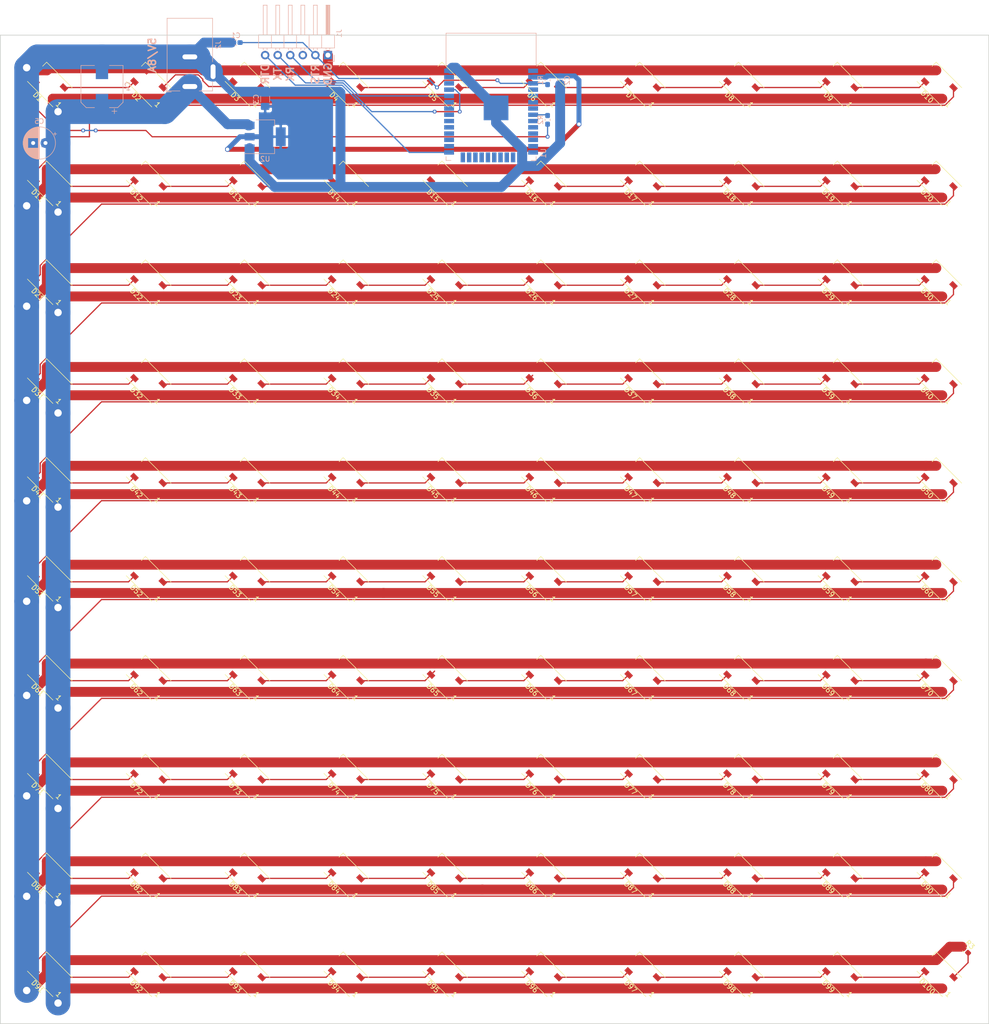
<source format=kicad_pcb>
(kicad_pcb (version 20171130) (host pcbnew 5.0.0)

  (general
    (thickness 1.6)
    (drawings 10)
    (tracks 468)
    (zones 0)
    (modules 112)
    (nets 141)
  )

  (page A3 portrait)
  (layers
    (0 F.Cu signal)
    (31 B.Cu signal)
    (32 B.Adhes user)
    (33 F.Adhes user)
    (34 B.Paste user)
    (35 F.Paste user)
    (36 B.SilkS user)
    (37 F.SilkS user)
    (38 B.Mask user)
    (39 F.Mask user)
    (40 Dwgs.User user)
    (41 Cmts.User user)
    (42 Eco1.User user)
    (43 Eco2.User user)
    (44 Edge.Cuts user)
    (45 Margin user)
    (46 B.CrtYd user)
    (47 F.CrtYd user)
    (48 B.Fab user)
    (49 F.Fab user)
  )

  (setup
    (last_trace_width 0.25)
    (trace_clearance 0.2)
    (zone_clearance 0.508)
    (zone_45_only no)
    (trace_min 0.2)
    (segment_width 0.2)
    (edge_width 0.15)
    (via_size 0.8)
    (via_drill 0.4)
    (via_min_size 0.4)
    (via_min_drill 0.3)
    (uvia_size 0.3)
    (uvia_drill 0.1)
    (uvias_allowed no)
    (uvia_min_size 0.2)
    (uvia_min_drill 0.1)
    (pcb_text_width 0.3)
    (pcb_text_size 1.5 1.5)
    (mod_edge_width 0.15)
    (mod_text_size 1 1)
    (mod_text_width 0.15)
    (pad_size 1.524 1.524)
    (pad_drill 0.762)
    (pad_to_mask_clearance 0.2)
    (aux_axis_origin 0 0)
    (visible_elements FFFFFF7F)
    (pcbplotparams
      (layerselection 0x010fc_ffffffff)
      (usegerberextensions false)
      (usegerberattributes false)
      (usegerberadvancedattributes false)
      (creategerberjobfile false)
      (excludeedgelayer true)
      (linewidth 0.100000)
      (plotframeref false)
      (viasonmask false)
      (mode 1)
      (useauxorigin false)
      (hpglpennumber 1)
      (hpglpenspeed 20)
      (hpglpendiameter 15.000000)
      (psnegative false)
      (psa4output false)
      (plotreference true)
      (plotvalue true)
      (plotinvisibletext false)
      (padsonsilk false)
      (subtractmaskfromsilk false)
      (outputformat 1)
      (mirror false)
      (drillshape 0)
      (scaleselection 1)
      (outputdirectory "./out.gerber"))
  )

  (net 0 "")
  (net 1 GND)
  (net 2 "Net-(D1-Pad2)")
  (net 3 +5V)
  (net 4 "Net-(D2-Pad2)")
  (net 5 "Net-(D3-Pad2)")
  (net 6 "Net-(D4-Pad2)")
  (net 7 "Net-(D5-Pad2)")
  (net 8 "Net-(D6-Pad2)")
  (net 9 "Net-(D7-Pad2)")
  (net 10 "Net-(D8-Pad2)")
  (net 11 "Net-(D10-Pad4)")
  (net 12 /sheet5B625F71/DIN)
  (net 13 "Net-(D13-Pad2)")
  (net 14 "Net-(D14-Pad2)")
  (net 15 "Net-(D11-Pad2)")
  (net 16 "Net-(D12-Pad2)")
  (net 17 "Net-(D26-Pad2)")
  (net 18 "Net-(D25-Pad2)")
  (net 19 "Net-(D37-Pad2)")
  (net 20 "Net-(D38-Pad2)")
  (net 21 "Net-(D15-Pad2)")
  (net 22 "Net-(D16-Pad2)")
  (net 23 "Net-(D17-Pad2)")
  (net 24 "Net-(D18-Pad2)")
  (net 25 "Net-(D19-Pad2)")
  (net 26 /sheet5B625F76/DIN)
  (net 27 "Net-(D21-Pad2)")
  (net 28 "Net-(D22-Pad2)")
  (net 29 "Net-(D23-Pad2)")
  (net 30 "Net-(D24-Pad2)")
  (net 31 "Net-(D39-Pad2)")
  (net 32 "Net-(D27-Pad2)")
  (net 33 "Net-(D28-Pad2)")
  (net 34 "Net-(D29-Pad2)")
  (net 35 /sheet5B625F7B/DIN)
  (net 36 "Net-(D31-Pad2)")
  (net 37 "Net-(D32-Pad2)")
  (net 38 "Net-(D33-Pad2)")
  (net 39 "Net-(D34-Pad2)")
  (net 40 "Net-(D35-Pad2)")
  (net 41 "Net-(D36-Pad2)")
  (net 42 /sheet5B625F80/DIN)
  (net 43 "Net-(D41-Pad2)")
  (net 44 "Net-(D42-Pad2)")
  (net 45 "Net-(D43-Pad2)")
  (net 46 "Net-(D44-Pad2)")
  (net 47 "Net-(D45-Pad2)")
  (net 48 "Net-(D46-Pad2)")
  (net 49 "Net-(D47-Pad2)")
  (net 50 "Net-(D48-Pad2)")
  (net 51 "Net-(D49-Pad2)")
  (net 52 /sheet5B625F85/DIN)
  (net 53 "Net-(D63-Pad2)")
  (net 54 "Net-(D64-Pad2)")
  (net 55 "Net-(D52-Pad2)")
  (net 56 "Net-(D51-Pad2)")
  (net 57 "Net-(D53-Pad2)")
  (net 58 "Net-(D54-Pad2)")
  (net 59 "Net-(D55-Pad2)")
  (net 60 "Net-(D56-Pad2)")
  (net 61 "Net-(D57-Pad2)")
  (net 62 "Net-(D58-Pad2)")
  (net 63 "Net-(D59-Pad2)")
  (net 64 /sheet5B625F8A/DIN)
  (net 65 "Net-(D61-Pad2)")
  (net 66 "Net-(D62-Pad2)")
  (net 67 "Net-(D75-Pad2)")
  (net 68 "Net-(D76-Pad2)")
  (net 69 "Net-(D88-Pad2)")
  (net 70 "Net-(D87-Pad2)")
  (net 71 "Net-(D65-Pad2)")
  (net 72 "Net-(D66-Pad2)")
  (net 73 "Net-(D67-Pad2)")
  (net 74 "Net-(D68-Pad2)")
  (net 75 "Net-(D69-Pad2)")
  (net 76 /sheet5B625F8F/DIN)
  (net 77 "Net-(D71-Pad2)")
  (net 78 "Net-(D72-Pad2)")
  (net 79 "Net-(D73-Pad2)")
  (net 80 "Net-(D74-Pad2)")
  (net 81 "Net-(D89-Pad2)")
  (net 82 "Net-(D77-Pad2)")
  (net 83 "Net-(D78-Pad2)")
  (net 84 "Net-(D79-Pad2)")
  (net 85 /sheet5B625F94/DIN)
  (net 86 "Net-(D81-Pad2)")
  (net 87 "Net-(D82-Pad2)")
  (net 88 "Net-(D83-Pad2)")
  (net 89 "Net-(D84-Pad2)")
  (net 90 "Net-(D85-Pad2)")
  (net 91 "Net-(D86-Pad2)")
  (net 92 /sheet5B625F99/DIN)
  (net 93 "Net-(D91-Pad2)")
  (net 94 "Net-(D92-Pad2)")
  (net 95 "Net-(D93-Pad2)")
  (net 96 "Net-(D94-Pad2)")
  (net 97 "Net-(D95-Pad2)")
  (net 98 "Net-(D96-Pad2)")
  (net 99 "Net-(D97-Pad2)")
  (net 100 "Net-(D98-Pad2)")
  (net 101 "Net-(D100-Pad4)")
  (net 102 /sheet5B625F99/DOUT)
  (net 103 +3V3)
  (net 104 /RTS)
  (net 105 /DATA)
  (net 106 "Net-(R2-Pad1)")
  (net 107 "Net-(U1-Pad1)")
  (net 108 "Net-(U1-Pad4)")
  (net 109 "Net-(U1-Pad5)")
  (net 110 "Net-(U1-Pad6)")
  (net 111 "Net-(U1-Pad7)")
  (net 112 "Net-(U1-Pad9)")
  (net 113 "Net-(U1-Pad10)")
  (net 114 "Net-(U1-Pad11)")
  (net 115 "Net-(U1-Pad12)")
  (net 116 "Net-(U1-Pad13)")
  (net 117 "Net-(U1-Pad14)")
  (net 118 "Net-(U1-Pad16)")
  (net 119 "Net-(U1-Pad17)")
  (net 120 "Net-(U1-Pad18)")
  (net 121 "Net-(U1-Pad19)")
  (net 122 "Net-(U1-Pad20)")
  (net 123 "Net-(U1-Pad21)")
  (net 124 "Net-(U1-Pad22)")
  (net 125 "Net-(U1-Pad23)")
  (net 126 "Net-(U1-Pad24)")
  (net 127 /DTR)
  (net 128 "Net-(U1-Pad26)")
  (net 129 "Net-(U1-Pad27)")
  (net 130 "Net-(U1-Pad28)")
  (net 131 "Net-(U1-Pad29)")
  (net 132 "Net-(U1-Pad30)")
  (net 133 "Net-(U1-Pad31)")
  (net 134 "Net-(U1-Pad32)")
  (net 135 "Net-(U1-Pad33)")
  (net 136 /RX)
  (net 137 /TX)
  (net 138 "Net-(U1-Pad36)")
  (net 139 "Net-(U1-Pad37)")
  (net 140 "Net-(J1-Pad3)")

  (net_class Default "This is the default net class."
    (clearance 0.2)
    (trace_width 0.25)
    (via_dia 0.8)
    (via_drill 0.4)
    (uvia_dia 0.3)
    (uvia_drill 0.1)
    (add_net /DATA)
    (add_net /DTR)
    (add_net /RTS)
    (add_net /RX)
    (add_net /TX)
    (add_net /sheet5B625F71/DIN)
    (add_net /sheet5B625F76/DIN)
    (add_net /sheet5B625F7B/DIN)
    (add_net /sheet5B625F80/DIN)
    (add_net /sheet5B625F85/DIN)
    (add_net /sheet5B625F8A/DIN)
    (add_net /sheet5B625F8F/DIN)
    (add_net /sheet5B625F94/DIN)
    (add_net /sheet5B625F99/DIN)
    (add_net /sheet5B625F99/DOUT)
    (add_net "Net-(D1-Pad2)")
    (add_net "Net-(D10-Pad4)")
    (add_net "Net-(D100-Pad4)")
    (add_net "Net-(D11-Pad2)")
    (add_net "Net-(D12-Pad2)")
    (add_net "Net-(D13-Pad2)")
    (add_net "Net-(D14-Pad2)")
    (add_net "Net-(D15-Pad2)")
    (add_net "Net-(D16-Pad2)")
    (add_net "Net-(D17-Pad2)")
    (add_net "Net-(D18-Pad2)")
    (add_net "Net-(D19-Pad2)")
    (add_net "Net-(D2-Pad2)")
    (add_net "Net-(D21-Pad2)")
    (add_net "Net-(D22-Pad2)")
    (add_net "Net-(D23-Pad2)")
    (add_net "Net-(D24-Pad2)")
    (add_net "Net-(D25-Pad2)")
    (add_net "Net-(D26-Pad2)")
    (add_net "Net-(D27-Pad2)")
    (add_net "Net-(D28-Pad2)")
    (add_net "Net-(D29-Pad2)")
    (add_net "Net-(D3-Pad2)")
    (add_net "Net-(D31-Pad2)")
    (add_net "Net-(D32-Pad2)")
    (add_net "Net-(D33-Pad2)")
    (add_net "Net-(D34-Pad2)")
    (add_net "Net-(D35-Pad2)")
    (add_net "Net-(D36-Pad2)")
    (add_net "Net-(D37-Pad2)")
    (add_net "Net-(D38-Pad2)")
    (add_net "Net-(D39-Pad2)")
    (add_net "Net-(D4-Pad2)")
    (add_net "Net-(D41-Pad2)")
    (add_net "Net-(D42-Pad2)")
    (add_net "Net-(D43-Pad2)")
    (add_net "Net-(D44-Pad2)")
    (add_net "Net-(D45-Pad2)")
    (add_net "Net-(D46-Pad2)")
    (add_net "Net-(D47-Pad2)")
    (add_net "Net-(D48-Pad2)")
    (add_net "Net-(D49-Pad2)")
    (add_net "Net-(D5-Pad2)")
    (add_net "Net-(D51-Pad2)")
    (add_net "Net-(D52-Pad2)")
    (add_net "Net-(D53-Pad2)")
    (add_net "Net-(D54-Pad2)")
    (add_net "Net-(D55-Pad2)")
    (add_net "Net-(D56-Pad2)")
    (add_net "Net-(D57-Pad2)")
    (add_net "Net-(D58-Pad2)")
    (add_net "Net-(D59-Pad2)")
    (add_net "Net-(D6-Pad2)")
    (add_net "Net-(D61-Pad2)")
    (add_net "Net-(D62-Pad2)")
    (add_net "Net-(D63-Pad2)")
    (add_net "Net-(D64-Pad2)")
    (add_net "Net-(D65-Pad2)")
    (add_net "Net-(D66-Pad2)")
    (add_net "Net-(D67-Pad2)")
    (add_net "Net-(D68-Pad2)")
    (add_net "Net-(D69-Pad2)")
    (add_net "Net-(D7-Pad2)")
    (add_net "Net-(D71-Pad2)")
    (add_net "Net-(D72-Pad2)")
    (add_net "Net-(D73-Pad2)")
    (add_net "Net-(D74-Pad2)")
    (add_net "Net-(D75-Pad2)")
    (add_net "Net-(D76-Pad2)")
    (add_net "Net-(D77-Pad2)")
    (add_net "Net-(D78-Pad2)")
    (add_net "Net-(D79-Pad2)")
    (add_net "Net-(D8-Pad2)")
    (add_net "Net-(D81-Pad2)")
    (add_net "Net-(D82-Pad2)")
    (add_net "Net-(D83-Pad2)")
    (add_net "Net-(D84-Pad2)")
    (add_net "Net-(D85-Pad2)")
    (add_net "Net-(D86-Pad2)")
    (add_net "Net-(D87-Pad2)")
    (add_net "Net-(D88-Pad2)")
    (add_net "Net-(D89-Pad2)")
    (add_net "Net-(D91-Pad2)")
    (add_net "Net-(D92-Pad2)")
    (add_net "Net-(D93-Pad2)")
    (add_net "Net-(D94-Pad2)")
    (add_net "Net-(D95-Pad2)")
    (add_net "Net-(D96-Pad2)")
    (add_net "Net-(D97-Pad2)")
    (add_net "Net-(D98-Pad2)")
    (add_net "Net-(J1-Pad3)")
    (add_net "Net-(R2-Pad1)")
    (add_net "Net-(U1-Pad1)")
    (add_net "Net-(U1-Pad10)")
    (add_net "Net-(U1-Pad11)")
    (add_net "Net-(U1-Pad12)")
    (add_net "Net-(U1-Pad13)")
    (add_net "Net-(U1-Pad14)")
    (add_net "Net-(U1-Pad16)")
    (add_net "Net-(U1-Pad17)")
    (add_net "Net-(U1-Pad18)")
    (add_net "Net-(U1-Pad19)")
    (add_net "Net-(U1-Pad20)")
    (add_net "Net-(U1-Pad21)")
    (add_net "Net-(U1-Pad22)")
    (add_net "Net-(U1-Pad23)")
    (add_net "Net-(U1-Pad24)")
    (add_net "Net-(U1-Pad26)")
    (add_net "Net-(U1-Pad27)")
    (add_net "Net-(U1-Pad28)")
    (add_net "Net-(U1-Pad29)")
    (add_net "Net-(U1-Pad30)")
    (add_net "Net-(U1-Pad31)")
    (add_net "Net-(U1-Pad32)")
    (add_net "Net-(U1-Pad33)")
    (add_net "Net-(U1-Pad36)")
    (add_net "Net-(U1-Pad37)")
    (add_net "Net-(U1-Pad4)")
    (add_net "Net-(U1-Pad5)")
    (add_net "Net-(U1-Pad6)")
    (add_net "Net-(U1-Pad7)")
    (add_net "Net-(U1-Pad9)")
  )

  (net_class Power ""
    (clearance 0.2)
    (trace_width 2)
    (via_dia 2)
    (via_drill 1.5)
    (uvia_dia 0.3)
    (uvia_drill 0.1)
    (add_net +5V)
    (add_net GND)
  )

  (net_class smallPower ""
    (clearance 0.2)
    (trace_width 1)
    (via_dia 1)
    (via_drill 0.7)
    (uvia_dia 0.3)
    (uvia_drill 0.1)
    (add_net +3V3)
  )

  (module Resistor_SMD:R_0603_1608Metric_Pad1.05x0.95mm_HandSolder (layer F.Cu) (tedit 5B301BBD) (tstamp 5B733D58)
    (at 210.201282 200.041282 315)
    (descr "Resistor SMD 0603 (1608 Metric), square (rectangular) end terminal, IPC_7351 nominal with elongated pad for handsoldering. (Body size source: http://www.tortai-tech.com/upload/download/2011102023233369053.pdf), generated with kicad-footprint-generator")
    (tags "resistor handsolder")
    (path /5B66FEDD)
    (attr smd)
    (fp_text reference R3 (at 0 -1.43 315) (layer F.SilkS)
      (effects (font (size 1 1) (thickness 0.15)))
    )
    (fp_text value 1k (at 0 1.43 315) (layer F.Fab)
      (effects (font (size 1 1) (thickness 0.15)))
    )
    (fp_line (start -0.8 0.4) (end -0.8 -0.4) (layer F.Fab) (width 0.1))
    (fp_line (start -0.8 -0.4) (end 0.8 -0.4) (layer F.Fab) (width 0.1))
    (fp_line (start 0.8 -0.4) (end 0.8 0.4) (layer F.Fab) (width 0.1))
    (fp_line (start 0.8 0.4) (end -0.8 0.4) (layer F.Fab) (width 0.1))
    (fp_line (start -0.171267 -0.51) (end 0.171267 -0.51) (layer F.SilkS) (width 0.12))
    (fp_line (start -0.171267 0.51) (end 0.171267 0.51) (layer F.SilkS) (width 0.12))
    (fp_line (start -1.65 0.73) (end -1.65 -0.73) (layer F.CrtYd) (width 0.05))
    (fp_line (start -1.65 -0.73) (end 1.65 -0.73) (layer F.CrtYd) (width 0.05))
    (fp_line (start 1.65 -0.73) (end 1.65 0.73) (layer F.CrtYd) (width 0.05))
    (fp_line (start 1.65 0.73) (end -1.65 0.73) (layer F.CrtYd) (width 0.05))
    (fp_text user %R (at 0 0 315) (layer F.Fab)
      (effects (font (size 0.4 0.4) (thickness 0.06)))
    )
    (pad 1 smd roundrect (at -0.875 0 315) (size 1.05 0.95) (layers F.Cu F.Paste F.Mask) (roundrect_rratio 0.25)
      (net 1 GND))
    (pad 2 smd roundrect (at 0.875 0 315) (size 1.05 0.95) (layers F.Cu F.Paste F.Mask) (roundrect_rratio 0.25)
      (net 102 /sheet5B625F99/DOUT))
    (model ${KISYS3DMOD}/Resistor_SMD.3dshapes/R_0603_1608Metric.wrl
      (at (xyz 0 0 0))
      (scale (xyz 1 1 1))
      (rotate (xyz 0 0 0))
    )
  )

  (module Connector_BarrelJack:BarrelJack_Horizontal (layer B.Cu) (tedit 5A1DBF6A) (tstamp 5B7EA195)
    (at 53.34 25.4 270)
    (descr "DC Barrel Jack")
    (tags "Power Jack")
    (path /5B660D82)
    (fp_text reference J2 (at -8.45 -5.75 270) (layer B.SilkS)
      (effects (font (size 1 1) (thickness 0.15)) (justify mirror))
    )
    (fp_text value Barrel_Jack_Switch (at -6.2 5.5 270) (layer B.Fab)
      (effects (font (size 1 1) (thickness 0.15)) (justify mirror))
    )
    (fp_text user %R (at -3 2.95 270) (layer B.Fab)
      (effects (font (size 1 1) (thickness 0.15)) (justify mirror))
    )
    (fp_line (start -0.003213 4.505425) (end 0.8 3.75) (layer B.Fab) (width 0.1))
    (fp_line (start 1.1 3.75) (end 1.1 4.8) (layer B.SilkS) (width 0.12))
    (fp_line (start 0.05 4.8) (end 1.1 4.8) (layer B.SilkS) (width 0.12))
    (fp_line (start 1 4.5) (end 1 4.75) (layer B.CrtYd) (width 0.05))
    (fp_line (start 1 4.75) (end -14 4.75) (layer B.CrtYd) (width 0.05))
    (fp_line (start 1 4.5) (end 1 2) (layer B.CrtYd) (width 0.05))
    (fp_line (start 1 2) (end 2 2) (layer B.CrtYd) (width 0.05))
    (fp_line (start 2 2) (end 2 -2) (layer B.CrtYd) (width 0.05))
    (fp_line (start 2 -2) (end 1 -2) (layer B.CrtYd) (width 0.05))
    (fp_line (start 1 -2) (end 1 -4.75) (layer B.CrtYd) (width 0.05))
    (fp_line (start 1 -4.75) (end -1 -4.75) (layer B.CrtYd) (width 0.05))
    (fp_line (start -1 -4.75) (end -1 -6.75) (layer B.CrtYd) (width 0.05))
    (fp_line (start -1 -6.75) (end -5 -6.75) (layer B.CrtYd) (width 0.05))
    (fp_line (start -5 -6.75) (end -5 -4.75) (layer B.CrtYd) (width 0.05))
    (fp_line (start -5 -4.75) (end -14 -4.75) (layer B.CrtYd) (width 0.05))
    (fp_line (start -14 -4.75) (end -14 4.75) (layer B.CrtYd) (width 0.05))
    (fp_line (start -5 -4.6) (end -13.8 -4.6) (layer B.SilkS) (width 0.12))
    (fp_line (start -13.8 -4.6) (end -13.8 4.6) (layer B.SilkS) (width 0.12))
    (fp_line (start 0.9 -1.9) (end 0.9 -4.6) (layer B.SilkS) (width 0.12))
    (fp_line (start 0.9 -4.6) (end -1 -4.6) (layer B.SilkS) (width 0.12))
    (fp_line (start -13.8 4.6) (end 0.9 4.6) (layer B.SilkS) (width 0.12))
    (fp_line (start 0.9 4.6) (end 0.9 2) (layer B.SilkS) (width 0.12))
    (fp_line (start -10.2 4.5) (end -10.2 -4.5) (layer B.Fab) (width 0.1))
    (fp_line (start -13.7 4.5) (end -13.7 -4.5) (layer B.Fab) (width 0.1))
    (fp_line (start -13.7 -4.5) (end 0.8 -4.5) (layer B.Fab) (width 0.1))
    (fp_line (start 0.8 -4.5) (end 0.8 3.75) (layer B.Fab) (width 0.1))
    (fp_line (start 0 4.5) (end -13.7 4.5) (layer B.Fab) (width 0.1))
    (pad 1 thru_hole rect (at 0 0 270) (size 3.5 3.5) (drill oval 1 3) (layers *.Cu *.Mask)
      (net 3 +5V))
    (pad 2 thru_hole roundrect (at -6 0 270) (size 3 3.5) (drill oval 1 3) (layers *.Cu *.Mask) (roundrect_rratio 0.25)
      (net 1 GND))
    (pad 3 thru_hole roundrect (at -3 -4.7 270) (size 3.5 3.5) (drill oval 3 1) (layers *.Cu *.Mask) (roundrect_rratio 0.25)
      (net 1 GND))
    (model ${KISYS3DMOD}/Connector_BarrelJack.3dshapes/BarrelJack_Horizontal.wrl
      (at (xyz 0 0 0))
      (scale (xyz 1 1 1))
      (rotate (xyz 0 0 0))
    )
  )

  (module Package_TO_SOT_SMD:SOT-223-3_TabPin2 (layer B.Cu) (tedit 5A02FF57) (tstamp 5B7F2854)
    (at 68.58 35.56)
    (descr "module CMS SOT223 4 pins")
    (tags "CMS SOT")
    (path /5B652DB1)
    (attr smd)
    (fp_text reference U2 (at 0 4.5) (layer B.SilkS)
      (effects (font (size 1 1) (thickness 0.15)) (justify mirror))
    )
    (fp_text value AMS1117-3.3 (at 0 -4.5) (layer B.Fab)
      (effects (font (size 1 1) (thickness 0.15)) (justify mirror))
    )
    (fp_text user %R (at 0 0) (layer B.Fab)
      (effects (font (size 0.8 0.8) (thickness 0.12)) (justify mirror))
    )
    (fp_line (start 1.91 -3.41) (end 1.91 -2.15) (layer B.SilkS) (width 0.12))
    (fp_line (start 1.91 3.41) (end 1.91 2.15) (layer B.SilkS) (width 0.12))
    (fp_line (start 4.4 3.6) (end -4.4 3.6) (layer B.CrtYd) (width 0.05))
    (fp_line (start 4.4 -3.6) (end 4.4 3.6) (layer B.CrtYd) (width 0.05))
    (fp_line (start -4.4 -3.6) (end 4.4 -3.6) (layer B.CrtYd) (width 0.05))
    (fp_line (start -4.4 3.6) (end -4.4 -3.6) (layer B.CrtYd) (width 0.05))
    (fp_line (start -1.85 2.35) (end -0.85 3.35) (layer B.Fab) (width 0.1))
    (fp_line (start -1.85 2.35) (end -1.85 -3.35) (layer B.Fab) (width 0.1))
    (fp_line (start -1.85 -3.41) (end 1.91 -3.41) (layer B.SilkS) (width 0.12))
    (fp_line (start -0.85 3.35) (end 1.85 3.35) (layer B.Fab) (width 0.1))
    (fp_line (start -4.1 3.41) (end 1.91 3.41) (layer B.SilkS) (width 0.12))
    (fp_line (start -1.85 -3.35) (end 1.85 -3.35) (layer B.Fab) (width 0.1))
    (fp_line (start 1.85 3.35) (end 1.85 -3.35) (layer B.Fab) (width 0.1))
    (pad 2 smd rect (at 3.15 0) (size 2 3.8) (layers B.Cu B.Paste B.Mask)
      (net 103 +3V3))
    (pad 2 smd rect (at -3.15 0) (size 2 1.5) (layers B.Cu B.Paste B.Mask)
      (net 103 +3V3))
    (pad 3 smd rect (at -3.15 -2.3) (size 2 1.5) (layers B.Cu B.Paste B.Mask)
      (net 3 +5V))
    (pad 1 smd rect (at -3.15 2.3) (size 2 1.5) (layers B.Cu B.Paste B.Mask)
      (net 1 GND))
    (model ${KISYS3DMOD}/Package_TO_SOT_SMD.3dshapes/SOT-223.wrl
      (at (xyz 0 0 0))
      (scale (xyz 1 1 1))
      (rotate (xyz 0 0 0))
    )
  )

  (module Capacitor_SMD:CP_Elec_8x10 (layer B.Cu) (tedit 5A841F9D) (tstamp 5B7F2E5F)
    (at 35.56 25.4 90)
    (descr "SMT capacitor, aluminium electrolytic, 8x10, Nichicon ")
    (tags "Capacitor Electrolytic")
    (path /5B622644)
    (attr smd)
    (fp_text reference C4 (at 0 5.2 90) (layer B.SilkS)
      (effects (font (size 1 1) (thickness 0.15)) (justify mirror))
    )
    (fp_text value 1m (at 0 -5.2 90) (layer B.Fab)
      (effects (font (size 1 1) (thickness 0.15)) (justify mirror))
    )
    (fp_circle (center 0 0) (end 4 0) (layer B.Fab) (width 0.1))
    (fp_line (start 4.15 4.15) (end 4.15 -4.15) (layer B.Fab) (width 0.1))
    (fp_line (start -3.15 4.15) (end 4.15 4.15) (layer B.Fab) (width 0.1))
    (fp_line (start -3.15 -4.15) (end 4.15 -4.15) (layer B.Fab) (width 0.1))
    (fp_line (start -4.15 3.15) (end -4.15 -3.15) (layer B.Fab) (width 0.1))
    (fp_line (start -4.15 3.15) (end -3.15 4.15) (layer B.Fab) (width 0.1))
    (fp_line (start -4.15 -3.15) (end -3.15 -4.15) (layer B.Fab) (width 0.1))
    (fp_line (start -3.562278 1.5) (end -2.762278 1.5) (layer B.Fab) (width 0.1))
    (fp_line (start -3.162278 1.9) (end -3.162278 1.1) (layer B.Fab) (width 0.1))
    (fp_line (start 4.26 -4.26) (end 4.26 -1.51) (layer B.SilkS) (width 0.12))
    (fp_line (start 4.26 4.26) (end 4.26 1.51) (layer B.SilkS) (width 0.12))
    (fp_line (start -3.195563 4.26) (end 4.26 4.26) (layer B.SilkS) (width 0.12))
    (fp_line (start -3.195563 -4.26) (end 4.26 -4.26) (layer B.SilkS) (width 0.12))
    (fp_line (start -4.26 -3.195563) (end -4.26 -1.51) (layer B.SilkS) (width 0.12))
    (fp_line (start -4.26 3.195563) (end -4.26 1.51) (layer B.SilkS) (width 0.12))
    (fp_line (start -4.26 3.195563) (end -3.195563 4.26) (layer B.SilkS) (width 0.12))
    (fp_line (start -4.26 -3.195563) (end -3.195563 -4.26) (layer B.SilkS) (width 0.12))
    (fp_line (start -5.5 2.51) (end -4.5 2.51) (layer B.SilkS) (width 0.12))
    (fp_line (start -5 3.01) (end -5 2.01) (layer B.SilkS) (width 0.12))
    (fp_line (start 4.4 4.4) (end 4.4 1.5) (layer B.CrtYd) (width 0.05))
    (fp_line (start 4.4 1.5) (end 5.25 1.5) (layer B.CrtYd) (width 0.05))
    (fp_line (start 5.25 1.5) (end 5.25 -1.5) (layer B.CrtYd) (width 0.05))
    (fp_line (start 5.25 -1.5) (end 4.4 -1.5) (layer B.CrtYd) (width 0.05))
    (fp_line (start 4.4 -1.5) (end 4.4 -4.4) (layer B.CrtYd) (width 0.05))
    (fp_line (start -3.25 -4.4) (end 4.4 -4.4) (layer B.CrtYd) (width 0.05))
    (fp_line (start -3.25 4.4) (end 4.4 4.4) (layer B.CrtYd) (width 0.05))
    (fp_line (start -4.4 -3.25) (end -3.25 -4.4) (layer B.CrtYd) (width 0.05))
    (fp_line (start -4.4 3.25) (end -3.25 4.4) (layer B.CrtYd) (width 0.05))
    (fp_line (start -4.4 3.25) (end -4.4 1.5) (layer B.CrtYd) (width 0.05))
    (fp_line (start -4.4 -1.5) (end -4.4 -3.25) (layer B.CrtYd) (width 0.05))
    (fp_line (start -4.4 1.5) (end -5.25 1.5) (layer B.CrtYd) (width 0.05))
    (fp_line (start -5.25 1.5) (end -5.25 -1.5) (layer B.CrtYd) (width 0.05))
    (fp_line (start -5.25 -1.5) (end -4.4 -1.5) (layer B.CrtYd) (width 0.05))
    (fp_text user %R (at 0 0 90) (layer B.Fab)
      (effects (font (size 1 1) (thickness 0.15)) (justify mirror))
    )
    (pad 1 smd rect (at -3.25 0 90) (size 3.5 2.5) (layers B.Cu B.Paste B.Mask)
      (net 3 +5V))
    (pad 2 smd rect (at 3.25 0 90) (size 3.5 2.5) (layers B.Cu B.Paste B.Mask)
      (net 1 GND))
    (model ${KISYS3DMOD}/Capacitor_SMD.3dshapes/CP_Elec_8x10.wrl
      (at (xyz 0 0 0))
      (scale (xyz 1 1 1))
      (rotate (xyz 0 0 0))
    )
  )

  (module Capacitor_SMD:C_0603_1608Metric_Pad1.05x0.95mm_HandSolder (layer B.Cu) (tedit 5B301BBE) (tstamp 5B7E431F)
    (at 128.27 24.13 90)
    (descr "Capacitor SMD 0603 (1608 Metric), square (rectangular) end terminal, IPC_7351 nominal with elongated pad for handsoldering. (Body size source: http://www.tortai-tech.com/upload/download/2011102023233369053.pdf), generated with kicad-footprint-generator")
    (tags "capacitor handsolder")
    (path /5B627C19)
    (attr smd)
    (fp_text reference C2 (at 0 1.43 90) (layer B.SilkS)
      (effects (font (size 1 1) (thickness 0.15)) (justify mirror))
    )
    (fp_text value 100n (at 0 -1.43 90) (layer B.Fab)
      (effects (font (size 1 1) (thickness 0.15)) (justify mirror))
    )
    (fp_text user %R (at 0 0 90) (layer B.Fab)
      (effects (font (size 0.4 0.4) (thickness 0.06)) (justify mirror))
    )
    (fp_line (start 1.65 -0.73) (end -1.65 -0.73) (layer B.CrtYd) (width 0.05))
    (fp_line (start 1.65 0.73) (end 1.65 -0.73) (layer B.CrtYd) (width 0.05))
    (fp_line (start -1.65 0.73) (end 1.65 0.73) (layer B.CrtYd) (width 0.05))
    (fp_line (start -1.65 -0.73) (end -1.65 0.73) (layer B.CrtYd) (width 0.05))
    (fp_line (start -0.171267 -0.51) (end 0.171267 -0.51) (layer B.SilkS) (width 0.12))
    (fp_line (start -0.171267 0.51) (end 0.171267 0.51) (layer B.SilkS) (width 0.12))
    (fp_line (start 0.8 -0.4) (end -0.8 -0.4) (layer B.Fab) (width 0.1))
    (fp_line (start 0.8 0.4) (end 0.8 -0.4) (layer B.Fab) (width 0.1))
    (fp_line (start -0.8 0.4) (end 0.8 0.4) (layer B.Fab) (width 0.1))
    (fp_line (start -0.8 -0.4) (end -0.8 0.4) (layer B.Fab) (width 0.1))
    (pad 2 smd roundrect (at 0.875 0 90) (size 1.05 0.95) (layers B.Cu B.Paste B.Mask) (roundrect_rratio 0.25)
      (net 103 +3V3))
    (pad 1 smd roundrect (at -0.875 0 90) (size 1.05 0.95) (layers B.Cu B.Paste B.Mask) (roundrect_rratio 0.25)
      (net 1 GND))
    (model ${KISYS3DMOD}/Capacitor_SMD.3dshapes/C_0603_1608Metric.wrl
      (at (xyz 0 0 0))
      (scale (xyz 1 1 1))
      (rotate (xyz 0 0 0))
    )
  )

  (module Capacitor_SMD:C_0603_1608Metric_Pad1.05x0.95mm_HandSolder (layer B.Cu) (tedit 5B301BBE) (tstamp 5B7F3730)
    (at 62.625 16.51 180)
    (descr "Capacitor SMD 0603 (1608 Metric), square (rectangular) end terminal, IPC_7351 nominal with elongated pad for handsoldering. (Body size source: http://www.tortai-tech.com/upload/download/2011102023233369053.pdf), generated with kicad-footprint-generator")
    (tags "capacitor handsolder")
    (path /5B623621)
    (attr smd)
    (fp_text reference C1 (at 0 1.43 180) (layer B.SilkS)
      (effects (font (size 1 1) (thickness 0.15)) (justify mirror))
    )
    (fp_text value 100n (at 0 -1.43 180) (layer B.Fab)
      (effects (font (size 1 1) (thickness 0.15)) (justify mirror))
    )
    (fp_line (start -0.8 -0.4) (end -0.8 0.4) (layer B.Fab) (width 0.1))
    (fp_line (start -0.8 0.4) (end 0.8 0.4) (layer B.Fab) (width 0.1))
    (fp_line (start 0.8 0.4) (end 0.8 -0.4) (layer B.Fab) (width 0.1))
    (fp_line (start 0.8 -0.4) (end -0.8 -0.4) (layer B.Fab) (width 0.1))
    (fp_line (start -0.171267 0.51) (end 0.171267 0.51) (layer B.SilkS) (width 0.12))
    (fp_line (start -0.171267 -0.51) (end 0.171267 -0.51) (layer B.SilkS) (width 0.12))
    (fp_line (start -1.65 -0.73) (end -1.65 0.73) (layer B.CrtYd) (width 0.05))
    (fp_line (start -1.65 0.73) (end 1.65 0.73) (layer B.CrtYd) (width 0.05))
    (fp_line (start 1.65 0.73) (end 1.65 -0.73) (layer B.CrtYd) (width 0.05))
    (fp_line (start 1.65 -0.73) (end -1.65 -0.73) (layer B.CrtYd) (width 0.05))
    (fp_text user %R (at 0 0 180) (layer B.Fab)
      (effects (font (size 0.4 0.4) (thickness 0.06)) (justify mirror))
    )
    (pad 1 smd roundrect (at -0.875 0 180) (size 1.05 0.95) (layers B.Cu B.Paste B.Mask) (roundrect_rratio 0.25)
      (net 104 /RTS))
    (pad 2 smd roundrect (at 0.875 0 180) (size 1.05 0.95) (layers B.Cu B.Paste B.Mask) (roundrect_rratio 0.25)
      (net 1 GND))
    (model ${KISYS3DMOD}/Capacitor_SMD.3dshapes/C_0603_1608Metric.wrl
      (at (xyz 0 0 0))
      (scale (xyz 1 1 1))
      (rotate (xyz 0 0 0))
    )
  )

  (module Capacitor_SMD:C_1206_3216Metric_Pad1.42x1.75mm_HandSolder (layer B.Cu) (tedit 5B301BBE) (tstamp 5B7F3781)
    (at 68.58 27.94 270)
    (descr "Capacitor SMD 1206 (3216 Metric), square (rectangular) end terminal, IPC_7351 nominal with elongated pad for handsoldering. (Body size source: http://www.tortai-tech.com/upload/download/2011102023233369053.pdf), generated with kicad-footprint-generator")
    (tags "capacitor handsolder")
    (path /5B627C53)
    (attr smd)
    (fp_text reference C3 (at 0 1.82 270) (layer B.SilkS)
      (effects (font (size 1 1) (thickness 0.15)) (justify mirror))
    )
    (fp_text value 10u (at 0 -1.82 270) (layer B.Fab)
      (effects (font (size 1 1) (thickness 0.15)) (justify mirror))
    )
    (fp_line (start -1.6 -0.8) (end -1.6 0.8) (layer B.Fab) (width 0.1))
    (fp_line (start -1.6 0.8) (end 1.6 0.8) (layer B.Fab) (width 0.1))
    (fp_line (start 1.6 0.8) (end 1.6 -0.8) (layer B.Fab) (width 0.1))
    (fp_line (start 1.6 -0.8) (end -1.6 -0.8) (layer B.Fab) (width 0.1))
    (fp_line (start -0.602064 0.91) (end 0.602064 0.91) (layer B.SilkS) (width 0.12))
    (fp_line (start -0.602064 -0.91) (end 0.602064 -0.91) (layer B.SilkS) (width 0.12))
    (fp_line (start -2.45 -1.12) (end -2.45 1.12) (layer B.CrtYd) (width 0.05))
    (fp_line (start -2.45 1.12) (end 2.45 1.12) (layer B.CrtYd) (width 0.05))
    (fp_line (start 2.45 1.12) (end 2.45 -1.12) (layer B.CrtYd) (width 0.05))
    (fp_line (start 2.45 -1.12) (end -2.45 -1.12) (layer B.CrtYd) (width 0.05))
    (fp_text user %R (at 0 0 270) (layer B.Fab)
      (effects (font (size 0.8 0.8) (thickness 0.12)) (justify mirror))
    )
    (pad 1 smd roundrect (at -1.4875 0 270) (size 1.425 1.75) (layers B.Cu B.Paste B.Mask) (roundrect_rratio 0.175439)
      (net 1 GND))
    (pad 2 smd roundrect (at 1.4875 0 270) (size 1.425 1.75) (layers B.Cu B.Paste B.Mask) (roundrect_rratio 0.175439)
      (net 103 +3V3))
    (model ${KISYS3DMOD}/Capacitor_SMD.3dshapes/C_1206_3216Metric.wrl
      (at (xyz 0 0 0))
      (scale (xyz 1 1 1))
      (rotate (xyz 0 0 0))
    )
  )

  (module Capacitor_THT:CP_Radial_D6.3mm_P2.50mm (layer B.Cu) (tedit 5AE50EF0) (tstamp 5B7E42EC)
    (at 24.13 36.83 180)
    (descr "CP, Radial series, Radial, pin pitch=2.50mm, , diameter=6.3mm, Electrolytic Capacitor")
    (tags "CP Radial series Radial pin pitch 2.50mm  diameter 6.3mm Electrolytic Capacitor")
    (path /5B646B67)
    (fp_text reference C5 (at 1.25 4.4 180) (layer B.SilkS)
      (effects (font (size 1 1) (thickness 0.15)) (justify mirror))
    )
    (fp_text value 1m (at 1.25 -4.4 180) (layer B.Fab)
      (effects (font (size 1 1) (thickness 0.15)) (justify mirror))
    )
    (fp_circle (center 1.25 0) (end 4.4 0) (layer B.Fab) (width 0.1))
    (fp_circle (center 1.25 0) (end 4.52 0) (layer B.SilkS) (width 0.12))
    (fp_circle (center 1.25 0) (end 4.65 0) (layer B.CrtYd) (width 0.05))
    (fp_line (start -1.443972 1.3735) (end -0.813972 1.3735) (layer B.Fab) (width 0.1))
    (fp_line (start -1.128972 1.6885) (end -1.128972 1.0585) (layer B.Fab) (width 0.1))
    (fp_line (start 1.25 3.23) (end 1.25 -3.23) (layer B.SilkS) (width 0.12))
    (fp_line (start 1.29 3.23) (end 1.29 -3.23) (layer B.SilkS) (width 0.12))
    (fp_line (start 1.33 3.23) (end 1.33 -3.23) (layer B.SilkS) (width 0.12))
    (fp_line (start 1.37 3.228) (end 1.37 -3.228) (layer B.SilkS) (width 0.12))
    (fp_line (start 1.41 3.227) (end 1.41 -3.227) (layer B.SilkS) (width 0.12))
    (fp_line (start 1.45 3.224) (end 1.45 -3.224) (layer B.SilkS) (width 0.12))
    (fp_line (start 1.49 3.222) (end 1.49 1.04) (layer B.SilkS) (width 0.12))
    (fp_line (start 1.49 -1.04) (end 1.49 -3.222) (layer B.SilkS) (width 0.12))
    (fp_line (start 1.53 3.218) (end 1.53 1.04) (layer B.SilkS) (width 0.12))
    (fp_line (start 1.53 -1.04) (end 1.53 -3.218) (layer B.SilkS) (width 0.12))
    (fp_line (start 1.57 3.215) (end 1.57 1.04) (layer B.SilkS) (width 0.12))
    (fp_line (start 1.57 -1.04) (end 1.57 -3.215) (layer B.SilkS) (width 0.12))
    (fp_line (start 1.61 3.211) (end 1.61 1.04) (layer B.SilkS) (width 0.12))
    (fp_line (start 1.61 -1.04) (end 1.61 -3.211) (layer B.SilkS) (width 0.12))
    (fp_line (start 1.65 3.206) (end 1.65 1.04) (layer B.SilkS) (width 0.12))
    (fp_line (start 1.65 -1.04) (end 1.65 -3.206) (layer B.SilkS) (width 0.12))
    (fp_line (start 1.69 3.201) (end 1.69 1.04) (layer B.SilkS) (width 0.12))
    (fp_line (start 1.69 -1.04) (end 1.69 -3.201) (layer B.SilkS) (width 0.12))
    (fp_line (start 1.73 3.195) (end 1.73 1.04) (layer B.SilkS) (width 0.12))
    (fp_line (start 1.73 -1.04) (end 1.73 -3.195) (layer B.SilkS) (width 0.12))
    (fp_line (start 1.77 3.189) (end 1.77 1.04) (layer B.SilkS) (width 0.12))
    (fp_line (start 1.77 -1.04) (end 1.77 -3.189) (layer B.SilkS) (width 0.12))
    (fp_line (start 1.81 3.182) (end 1.81 1.04) (layer B.SilkS) (width 0.12))
    (fp_line (start 1.81 -1.04) (end 1.81 -3.182) (layer B.SilkS) (width 0.12))
    (fp_line (start 1.85 3.175) (end 1.85 1.04) (layer B.SilkS) (width 0.12))
    (fp_line (start 1.85 -1.04) (end 1.85 -3.175) (layer B.SilkS) (width 0.12))
    (fp_line (start 1.89 3.167) (end 1.89 1.04) (layer B.SilkS) (width 0.12))
    (fp_line (start 1.89 -1.04) (end 1.89 -3.167) (layer B.SilkS) (width 0.12))
    (fp_line (start 1.93 3.159) (end 1.93 1.04) (layer B.SilkS) (width 0.12))
    (fp_line (start 1.93 -1.04) (end 1.93 -3.159) (layer B.SilkS) (width 0.12))
    (fp_line (start 1.971 3.15) (end 1.971 1.04) (layer B.SilkS) (width 0.12))
    (fp_line (start 1.971 -1.04) (end 1.971 -3.15) (layer B.SilkS) (width 0.12))
    (fp_line (start 2.011 3.141) (end 2.011 1.04) (layer B.SilkS) (width 0.12))
    (fp_line (start 2.011 -1.04) (end 2.011 -3.141) (layer B.SilkS) (width 0.12))
    (fp_line (start 2.051 3.131) (end 2.051 1.04) (layer B.SilkS) (width 0.12))
    (fp_line (start 2.051 -1.04) (end 2.051 -3.131) (layer B.SilkS) (width 0.12))
    (fp_line (start 2.091 3.121) (end 2.091 1.04) (layer B.SilkS) (width 0.12))
    (fp_line (start 2.091 -1.04) (end 2.091 -3.121) (layer B.SilkS) (width 0.12))
    (fp_line (start 2.131 3.11) (end 2.131 1.04) (layer B.SilkS) (width 0.12))
    (fp_line (start 2.131 -1.04) (end 2.131 -3.11) (layer B.SilkS) (width 0.12))
    (fp_line (start 2.171 3.098) (end 2.171 1.04) (layer B.SilkS) (width 0.12))
    (fp_line (start 2.171 -1.04) (end 2.171 -3.098) (layer B.SilkS) (width 0.12))
    (fp_line (start 2.211 3.086) (end 2.211 1.04) (layer B.SilkS) (width 0.12))
    (fp_line (start 2.211 -1.04) (end 2.211 -3.086) (layer B.SilkS) (width 0.12))
    (fp_line (start 2.251 3.074) (end 2.251 1.04) (layer B.SilkS) (width 0.12))
    (fp_line (start 2.251 -1.04) (end 2.251 -3.074) (layer B.SilkS) (width 0.12))
    (fp_line (start 2.291 3.061) (end 2.291 1.04) (layer B.SilkS) (width 0.12))
    (fp_line (start 2.291 -1.04) (end 2.291 -3.061) (layer B.SilkS) (width 0.12))
    (fp_line (start 2.331 3.047) (end 2.331 1.04) (layer B.SilkS) (width 0.12))
    (fp_line (start 2.331 -1.04) (end 2.331 -3.047) (layer B.SilkS) (width 0.12))
    (fp_line (start 2.371 3.033) (end 2.371 1.04) (layer B.SilkS) (width 0.12))
    (fp_line (start 2.371 -1.04) (end 2.371 -3.033) (layer B.SilkS) (width 0.12))
    (fp_line (start 2.411 3.018) (end 2.411 1.04) (layer B.SilkS) (width 0.12))
    (fp_line (start 2.411 -1.04) (end 2.411 -3.018) (layer B.SilkS) (width 0.12))
    (fp_line (start 2.451 3.002) (end 2.451 1.04) (layer B.SilkS) (width 0.12))
    (fp_line (start 2.451 -1.04) (end 2.451 -3.002) (layer B.SilkS) (width 0.12))
    (fp_line (start 2.491 2.986) (end 2.491 1.04) (layer B.SilkS) (width 0.12))
    (fp_line (start 2.491 -1.04) (end 2.491 -2.986) (layer B.SilkS) (width 0.12))
    (fp_line (start 2.531 2.97) (end 2.531 1.04) (layer B.SilkS) (width 0.12))
    (fp_line (start 2.531 -1.04) (end 2.531 -2.97) (layer B.SilkS) (width 0.12))
    (fp_line (start 2.571 2.952) (end 2.571 1.04) (layer B.SilkS) (width 0.12))
    (fp_line (start 2.571 -1.04) (end 2.571 -2.952) (layer B.SilkS) (width 0.12))
    (fp_line (start 2.611 2.934) (end 2.611 1.04) (layer B.SilkS) (width 0.12))
    (fp_line (start 2.611 -1.04) (end 2.611 -2.934) (layer B.SilkS) (width 0.12))
    (fp_line (start 2.651 2.916) (end 2.651 1.04) (layer B.SilkS) (width 0.12))
    (fp_line (start 2.651 -1.04) (end 2.651 -2.916) (layer B.SilkS) (width 0.12))
    (fp_line (start 2.691 2.896) (end 2.691 1.04) (layer B.SilkS) (width 0.12))
    (fp_line (start 2.691 -1.04) (end 2.691 -2.896) (layer B.SilkS) (width 0.12))
    (fp_line (start 2.731 2.876) (end 2.731 1.04) (layer B.SilkS) (width 0.12))
    (fp_line (start 2.731 -1.04) (end 2.731 -2.876) (layer B.SilkS) (width 0.12))
    (fp_line (start 2.771 2.856) (end 2.771 1.04) (layer B.SilkS) (width 0.12))
    (fp_line (start 2.771 -1.04) (end 2.771 -2.856) (layer B.SilkS) (width 0.12))
    (fp_line (start 2.811 2.834) (end 2.811 1.04) (layer B.SilkS) (width 0.12))
    (fp_line (start 2.811 -1.04) (end 2.811 -2.834) (layer B.SilkS) (width 0.12))
    (fp_line (start 2.851 2.812) (end 2.851 1.04) (layer B.SilkS) (width 0.12))
    (fp_line (start 2.851 -1.04) (end 2.851 -2.812) (layer B.SilkS) (width 0.12))
    (fp_line (start 2.891 2.79) (end 2.891 1.04) (layer B.SilkS) (width 0.12))
    (fp_line (start 2.891 -1.04) (end 2.891 -2.79) (layer B.SilkS) (width 0.12))
    (fp_line (start 2.931 2.766) (end 2.931 1.04) (layer B.SilkS) (width 0.12))
    (fp_line (start 2.931 -1.04) (end 2.931 -2.766) (layer B.SilkS) (width 0.12))
    (fp_line (start 2.971 2.742) (end 2.971 1.04) (layer B.SilkS) (width 0.12))
    (fp_line (start 2.971 -1.04) (end 2.971 -2.742) (layer B.SilkS) (width 0.12))
    (fp_line (start 3.011 2.716) (end 3.011 1.04) (layer B.SilkS) (width 0.12))
    (fp_line (start 3.011 -1.04) (end 3.011 -2.716) (layer B.SilkS) (width 0.12))
    (fp_line (start 3.051 2.69) (end 3.051 1.04) (layer B.SilkS) (width 0.12))
    (fp_line (start 3.051 -1.04) (end 3.051 -2.69) (layer B.SilkS) (width 0.12))
    (fp_line (start 3.091 2.664) (end 3.091 1.04) (layer B.SilkS) (width 0.12))
    (fp_line (start 3.091 -1.04) (end 3.091 -2.664) (layer B.SilkS) (width 0.12))
    (fp_line (start 3.131 2.636) (end 3.131 1.04) (layer B.SilkS) (width 0.12))
    (fp_line (start 3.131 -1.04) (end 3.131 -2.636) (layer B.SilkS) (width 0.12))
    (fp_line (start 3.171 2.607) (end 3.171 1.04) (layer B.SilkS) (width 0.12))
    (fp_line (start 3.171 -1.04) (end 3.171 -2.607) (layer B.SilkS) (width 0.12))
    (fp_line (start 3.211 2.578) (end 3.211 1.04) (layer B.SilkS) (width 0.12))
    (fp_line (start 3.211 -1.04) (end 3.211 -2.578) (layer B.SilkS) (width 0.12))
    (fp_line (start 3.251 2.548) (end 3.251 1.04) (layer B.SilkS) (width 0.12))
    (fp_line (start 3.251 -1.04) (end 3.251 -2.548) (layer B.SilkS) (width 0.12))
    (fp_line (start 3.291 2.516) (end 3.291 1.04) (layer B.SilkS) (width 0.12))
    (fp_line (start 3.291 -1.04) (end 3.291 -2.516) (layer B.SilkS) (width 0.12))
    (fp_line (start 3.331 2.484) (end 3.331 1.04) (layer B.SilkS) (width 0.12))
    (fp_line (start 3.331 -1.04) (end 3.331 -2.484) (layer B.SilkS) (width 0.12))
    (fp_line (start 3.371 2.45) (end 3.371 1.04) (layer B.SilkS) (width 0.12))
    (fp_line (start 3.371 -1.04) (end 3.371 -2.45) (layer B.SilkS) (width 0.12))
    (fp_line (start 3.411 2.416) (end 3.411 1.04) (layer B.SilkS) (width 0.12))
    (fp_line (start 3.411 -1.04) (end 3.411 -2.416) (layer B.SilkS) (width 0.12))
    (fp_line (start 3.451 2.38) (end 3.451 1.04) (layer B.SilkS) (width 0.12))
    (fp_line (start 3.451 -1.04) (end 3.451 -2.38) (layer B.SilkS) (width 0.12))
    (fp_line (start 3.491 2.343) (end 3.491 1.04) (layer B.SilkS) (width 0.12))
    (fp_line (start 3.491 -1.04) (end 3.491 -2.343) (layer B.SilkS) (width 0.12))
    (fp_line (start 3.531 2.305) (end 3.531 1.04) (layer B.SilkS) (width 0.12))
    (fp_line (start 3.531 -1.04) (end 3.531 -2.305) (layer B.SilkS) (width 0.12))
    (fp_line (start 3.571 2.265) (end 3.571 -2.265) (layer B.SilkS) (width 0.12))
    (fp_line (start 3.611 2.224) (end 3.611 -2.224) (layer B.SilkS) (width 0.12))
    (fp_line (start 3.651 2.182) (end 3.651 -2.182) (layer B.SilkS) (width 0.12))
    (fp_line (start 3.691 2.137) (end 3.691 -2.137) (layer B.SilkS) (width 0.12))
    (fp_line (start 3.731 2.092) (end 3.731 -2.092) (layer B.SilkS) (width 0.12))
    (fp_line (start 3.771 2.044) (end 3.771 -2.044) (layer B.SilkS) (width 0.12))
    (fp_line (start 3.811 1.995) (end 3.811 -1.995) (layer B.SilkS) (width 0.12))
    (fp_line (start 3.851 1.944) (end 3.851 -1.944) (layer B.SilkS) (width 0.12))
    (fp_line (start 3.891 1.89) (end 3.891 -1.89) (layer B.SilkS) (width 0.12))
    (fp_line (start 3.931 1.834) (end 3.931 -1.834) (layer B.SilkS) (width 0.12))
    (fp_line (start 3.971 1.776) (end 3.971 -1.776) (layer B.SilkS) (width 0.12))
    (fp_line (start 4.011 1.714) (end 4.011 -1.714) (layer B.SilkS) (width 0.12))
    (fp_line (start 4.051 1.65) (end 4.051 -1.65) (layer B.SilkS) (width 0.12))
    (fp_line (start 4.091 1.581) (end 4.091 -1.581) (layer B.SilkS) (width 0.12))
    (fp_line (start 4.131 1.509) (end 4.131 -1.509) (layer B.SilkS) (width 0.12))
    (fp_line (start 4.171 1.432) (end 4.171 -1.432) (layer B.SilkS) (width 0.12))
    (fp_line (start 4.211 1.35) (end 4.211 -1.35) (layer B.SilkS) (width 0.12))
    (fp_line (start 4.251 1.262) (end 4.251 -1.262) (layer B.SilkS) (width 0.12))
    (fp_line (start 4.291 1.165) (end 4.291 -1.165) (layer B.SilkS) (width 0.12))
    (fp_line (start 4.331 1.059) (end 4.331 -1.059) (layer B.SilkS) (width 0.12))
    (fp_line (start 4.371 0.94) (end 4.371 -0.94) (layer B.SilkS) (width 0.12))
    (fp_line (start 4.411 0.802) (end 4.411 -0.802) (layer B.SilkS) (width 0.12))
    (fp_line (start 4.451 0.633) (end 4.451 -0.633) (layer B.SilkS) (width 0.12))
    (fp_line (start 4.491 0.402) (end 4.491 -0.402) (layer B.SilkS) (width 0.12))
    (fp_line (start -2.250241 1.839) (end -1.620241 1.839) (layer B.SilkS) (width 0.12))
    (fp_line (start -1.935241 2.154) (end -1.935241 1.524) (layer B.SilkS) (width 0.12))
    (fp_text user %R (at 1.25 0 180) (layer B.Fab)
      (effects (font (size 1 1) (thickness 0.15)) (justify mirror))
    )
    (pad 1 thru_hole rect (at 0 0 180) (size 1.6 1.6) (drill 0.8) (layers *.Cu *.Mask)
      (net 3 +5V))
    (pad 2 thru_hole circle (at 2.5 0 180) (size 1.6 1.6) (drill 0.8) (layers *.Cu *.Mask)
      (net 1 GND))
    (model ${KISYS3DMOD}/Capacitor_THT.3dshapes/CP_Radial_D6.3mm_P2.50mm.wrl
      (at (xyz 0 0 0))
      (scale (xyz 1 1 1))
      (rotate (xyz 0 0 0))
    )
  )

  (module Connector_PinHeader_2.54mm:PinHeader_1x06_P2.54mm_Horizontal (layer B.Cu) (tedit 59FED5CB) (tstamp 5B7E4258)
    (at 81.28 19.05 90)
    (descr "Through hole angled pin header, 1x06, 2.54mm pitch, 6mm pin length, single row")
    (tags "Through hole angled pin header THT 1x06 2.54mm single row")
    (path /5B62E390)
    (fp_text reference J1 (at 4.385 2.27 90) (layer B.SilkS)
      (effects (font (size 1 1) (thickness 0.15)) (justify mirror))
    )
    (fp_text value Conn_01x06_Male (at 4.385 -14.97 90) (layer B.Fab)
      (effects (font (size 1 1) (thickness 0.15)) (justify mirror))
    )
    (fp_line (start 2.135 1.27) (end 4.04 1.27) (layer B.Fab) (width 0.1))
    (fp_line (start 4.04 1.27) (end 4.04 -13.97) (layer B.Fab) (width 0.1))
    (fp_line (start 4.04 -13.97) (end 1.5 -13.97) (layer B.Fab) (width 0.1))
    (fp_line (start 1.5 -13.97) (end 1.5 0.635) (layer B.Fab) (width 0.1))
    (fp_line (start 1.5 0.635) (end 2.135 1.27) (layer B.Fab) (width 0.1))
    (fp_line (start -0.32 0.32) (end 1.5 0.32) (layer B.Fab) (width 0.1))
    (fp_line (start -0.32 0.32) (end -0.32 -0.32) (layer B.Fab) (width 0.1))
    (fp_line (start -0.32 -0.32) (end 1.5 -0.32) (layer B.Fab) (width 0.1))
    (fp_line (start 4.04 0.32) (end 10.04 0.32) (layer B.Fab) (width 0.1))
    (fp_line (start 10.04 0.32) (end 10.04 -0.32) (layer B.Fab) (width 0.1))
    (fp_line (start 4.04 -0.32) (end 10.04 -0.32) (layer B.Fab) (width 0.1))
    (fp_line (start -0.32 -2.22) (end 1.5 -2.22) (layer B.Fab) (width 0.1))
    (fp_line (start -0.32 -2.22) (end -0.32 -2.86) (layer B.Fab) (width 0.1))
    (fp_line (start -0.32 -2.86) (end 1.5 -2.86) (layer B.Fab) (width 0.1))
    (fp_line (start 4.04 -2.22) (end 10.04 -2.22) (layer B.Fab) (width 0.1))
    (fp_line (start 10.04 -2.22) (end 10.04 -2.86) (layer B.Fab) (width 0.1))
    (fp_line (start 4.04 -2.86) (end 10.04 -2.86) (layer B.Fab) (width 0.1))
    (fp_line (start -0.32 -4.76) (end 1.5 -4.76) (layer B.Fab) (width 0.1))
    (fp_line (start -0.32 -4.76) (end -0.32 -5.4) (layer B.Fab) (width 0.1))
    (fp_line (start -0.32 -5.4) (end 1.5 -5.4) (layer B.Fab) (width 0.1))
    (fp_line (start 4.04 -4.76) (end 10.04 -4.76) (layer B.Fab) (width 0.1))
    (fp_line (start 10.04 -4.76) (end 10.04 -5.4) (layer B.Fab) (width 0.1))
    (fp_line (start 4.04 -5.4) (end 10.04 -5.4) (layer B.Fab) (width 0.1))
    (fp_line (start -0.32 -7.3) (end 1.5 -7.3) (layer B.Fab) (width 0.1))
    (fp_line (start -0.32 -7.3) (end -0.32 -7.94) (layer B.Fab) (width 0.1))
    (fp_line (start -0.32 -7.94) (end 1.5 -7.94) (layer B.Fab) (width 0.1))
    (fp_line (start 4.04 -7.3) (end 10.04 -7.3) (layer B.Fab) (width 0.1))
    (fp_line (start 10.04 -7.3) (end 10.04 -7.94) (layer B.Fab) (width 0.1))
    (fp_line (start 4.04 -7.94) (end 10.04 -7.94) (layer B.Fab) (width 0.1))
    (fp_line (start -0.32 -9.84) (end 1.5 -9.84) (layer B.Fab) (width 0.1))
    (fp_line (start -0.32 -9.84) (end -0.32 -10.48) (layer B.Fab) (width 0.1))
    (fp_line (start -0.32 -10.48) (end 1.5 -10.48) (layer B.Fab) (width 0.1))
    (fp_line (start 4.04 -9.84) (end 10.04 -9.84) (layer B.Fab) (width 0.1))
    (fp_line (start 10.04 -9.84) (end 10.04 -10.48) (layer B.Fab) (width 0.1))
    (fp_line (start 4.04 -10.48) (end 10.04 -10.48) (layer B.Fab) (width 0.1))
    (fp_line (start -0.32 -12.38) (end 1.5 -12.38) (layer B.Fab) (width 0.1))
    (fp_line (start -0.32 -12.38) (end -0.32 -13.02) (layer B.Fab) (width 0.1))
    (fp_line (start -0.32 -13.02) (end 1.5 -13.02) (layer B.Fab) (width 0.1))
    (fp_line (start 4.04 -12.38) (end 10.04 -12.38) (layer B.Fab) (width 0.1))
    (fp_line (start 10.04 -12.38) (end 10.04 -13.02) (layer B.Fab) (width 0.1))
    (fp_line (start 4.04 -13.02) (end 10.04 -13.02) (layer B.Fab) (width 0.1))
    (fp_line (start 1.44 1.33) (end 1.44 -14.03) (layer B.SilkS) (width 0.12))
    (fp_line (start 1.44 -14.03) (end 4.1 -14.03) (layer B.SilkS) (width 0.12))
    (fp_line (start 4.1 -14.03) (end 4.1 1.33) (layer B.SilkS) (width 0.12))
    (fp_line (start 4.1 1.33) (end 1.44 1.33) (layer B.SilkS) (width 0.12))
    (fp_line (start 4.1 0.38) (end 10.1 0.38) (layer B.SilkS) (width 0.12))
    (fp_line (start 10.1 0.38) (end 10.1 -0.38) (layer B.SilkS) (width 0.12))
    (fp_line (start 10.1 -0.38) (end 4.1 -0.38) (layer B.SilkS) (width 0.12))
    (fp_line (start 4.1 0.32) (end 10.1 0.32) (layer B.SilkS) (width 0.12))
    (fp_line (start 4.1 0.2) (end 10.1 0.2) (layer B.SilkS) (width 0.12))
    (fp_line (start 4.1 0.08) (end 10.1 0.08) (layer B.SilkS) (width 0.12))
    (fp_line (start 4.1 -0.04) (end 10.1 -0.04) (layer B.SilkS) (width 0.12))
    (fp_line (start 4.1 -0.16) (end 10.1 -0.16) (layer B.SilkS) (width 0.12))
    (fp_line (start 4.1 -0.28) (end 10.1 -0.28) (layer B.SilkS) (width 0.12))
    (fp_line (start 1.11 0.38) (end 1.44 0.38) (layer B.SilkS) (width 0.12))
    (fp_line (start 1.11 -0.38) (end 1.44 -0.38) (layer B.SilkS) (width 0.12))
    (fp_line (start 1.44 -1.27) (end 4.1 -1.27) (layer B.SilkS) (width 0.12))
    (fp_line (start 4.1 -2.16) (end 10.1 -2.16) (layer B.SilkS) (width 0.12))
    (fp_line (start 10.1 -2.16) (end 10.1 -2.92) (layer B.SilkS) (width 0.12))
    (fp_line (start 10.1 -2.92) (end 4.1 -2.92) (layer B.SilkS) (width 0.12))
    (fp_line (start 1.042929 -2.16) (end 1.44 -2.16) (layer B.SilkS) (width 0.12))
    (fp_line (start 1.042929 -2.92) (end 1.44 -2.92) (layer B.SilkS) (width 0.12))
    (fp_line (start 1.44 -3.81) (end 4.1 -3.81) (layer B.SilkS) (width 0.12))
    (fp_line (start 4.1 -4.7) (end 10.1 -4.7) (layer B.SilkS) (width 0.12))
    (fp_line (start 10.1 -4.7) (end 10.1 -5.46) (layer B.SilkS) (width 0.12))
    (fp_line (start 10.1 -5.46) (end 4.1 -5.46) (layer B.SilkS) (width 0.12))
    (fp_line (start 1.042929 -4.7) (end 1.44 -4.7) (layer B.SilkS) (width 0.12))
    (fp_line (start 1.042929 -5.46) (end 1.44 -5.46) (layer B.SilkS) (width 0.12))
    (fp_line (start 1.44 -6.35) (end 4.1 -6.35) (layer B.SilkS) (width 0.12))
    (fp_line (start 4.1 -7.24) (end 10.1 -7.24) (layer B.SilkS) (width 0.12))
    (fp_line (start 10.1 -7.24) (end 10.1 -8) (layer B.SilkS) (width 0.12))
    (fp_line (start 10.1 -8) (end 4.1 -8) (layer B.SilkS) (width 0.12))
    (fp_line (start 1.042929 -7.24) (end 1.44 -7.24) (layer B.SilkS) (width 0.12))
    (fp_line (start 1.042929 -8) (end 1.44 -8) (layer B.SilkS) (width 0.12))
    (fp_line (start 1.44 -8.89) (end 4.1 -8.89) (layer B.SilkS) (width 0.12))
    (fp_line (start 4.1 -9.78) (end 10.1 -9.78) (layer B.SilkS) (width 0.12))
    (fp_line (start 10.1 -9.78) (end 10.1 -10.54) (layer B.SilkS) (width 0.12))
    (fp_line (start 10.1 -10.54) (end 4.1 -10.54) (layer B.SilkS) (width 0.12))
    (fp_line (start 1.042929 -9.78) (end 1.44 -9.78) (layer B.SilkS) (width 0.12))
    (fp_line (start 1.042929 -10.54) (end 1.44 -10.54) (layer B.SilkS) (width 0.12))
    (fp_line (start 1.44 -11.43) (end 4.1 -11.43) (layer B.SilkS) (width 0.12))
    (fp_line (start 4.1 -12.32) (end 10.1 -12.32) (layer B.SilkS) (width 0.12))
    (fp_line (start 10.1 -12.32) (end 10.1 -13.08) (layer B.SilkS) (width 0.12))
    (fp_line (start 10.1 -13.08) (end 4.1 -13.08) (layer B.SilkS) (width 0.12))
    (fp_line (start 1.042929 -12.32) (end 1.44 -12.32) (layer B.SilkS) (width 0.12))
    (fp_line (start 1.042929 -13.08) (end 1.44 -13.08) (layer B.SilkS) (width 0.12))
    (fp_line (start -1.27 0) (end -1.27 1.27) (layer B.SilkS) (width 0.12))
    (fp_line (start -1.27 1.27) (end 0 1.27) (layer B.SilkS) (width 0.12))
    (fp_line (start -1.8 1.8) (end -1.8 -14.5) (layer B.CrtYd) (width 0.05))
    (fp_line (start -1.8 -14.5) (end 10.55 -14.5) (layer B.CrtYd) (width 0.05))
    (fp_line (start 10.55 -14.5) (end 10.55 1.8) (layer B.CrtYd) (width 0.05))
    (fp_line (start 10.55 1.8) (end -1.8 1.8) (layer B.CrtYd) (width 0.05))
    (fp_text user %R (at 2.77 -6.35) (layer B.Fab)
      (effects (font (size 1 1) (thickness 0.15)) (justify mirror))
    )
    (pad 1 thru_hole rect (at 0 0 90) (size 1.7 1.7) (drill 1) (layers *.Cu *.Mask)
      (net 1 GND))
    (pad 2 thru_hole oval (at 0 -2.54 90) (size 1.7 1.7) (drill 1) (layers *.Cu *.Mask)
      (net 104 /RTS))
    (pad 3 thru_hole oval (at 0 -5.08 90) (size 1.7 1.7) (drill 1) (layers *.Cu *.Mask)
      (net 140 "Net-(J1-Pad3)"))
    (pad 4 thru_hole oval (at 0 -7.62 90) (size 1.7 1.7) (drill 1) (layers *.Cu *.Mask)
      (net 136 /RX))
    (pad 5 thru_hole oval (at 0 -10.16 90) (size 1.7 1.7) (drill 1) (layers *.Cu *.Mask)
      (net 137 /TX))
    (pad 6 thru_hole oval (at 0 -12.7 90) (size 1.7 1.7) (drill 1) (layers *.Cu *.Mask)
      (net 127 /DTR))
    (model ${KISYS3DMOD}/Connector_PinHeader_2.54mm.3dshapes/PinHeader_1x06_P2.54mm_Horizontal.wrl
      (at (xyz 0 0 0))
      (scale (xyz 1 1 1))
      (rotate (xyz 0 0 0))
    )
  )

  (module RF_Module:ESP32-WROOM-32 (layer B.Cu) (tedit 5B5B4654) (tstamp 5B7E30C1)
    (at 114.3 30.48 180)
    (descr "Single 2.4 GHz Wi-Fi and Bluetooth combo chip https://www.espressif.com/sites/default/files/documentation/esp32-wroom-32_datasheet_en.pdf")
    (tags "Single 2.4 GHz Wi-Fi and Bluetooth combo  chip")
    (path /5B621C5E)
    (attr smd)
    (fp_text reference U1 (at -10.61 -8.43 90) (layer B.SilkS)
      (effects (font (size 1 1) (thickness 0.15)) (justify mirror))
    )
    (fp_text value ESP32-WROOM (at 0 -11.5 180) (layer B.Fab)
      (effects (font (size 1 1) (thickness 0.15)) (justify mirror))
    )
    (fp_text user %R (at 0 0 180) (layer B.Fab)
      (effects (font (size 1 1) (thickness 0.15)) (justify mirror))
    )
    (fp_text user "KEEP-OUT ZONE" (at 0 19 180) (layer Cmts.User)
      (effects (font (size 1 1) (thickness 0.15)))
    )
    (fp_text user Antenna (at 0 13 180) (layer Cmts.User)
      (effects (font (size 1 1) (thickness 0.15)))
    )
    (fp_text user "5 mm" (at 11.8 14.375 180) (layer Cmts.User)
      (effects (font (size 0.5 0.5) (thickness 0.1)))
    )
    (fp_text user "5 mm" (at -11.2 14.375 180) (layer Cmts.User)
      (effects (font (size 0.5 0.5) (thickness 0.1)))
    )
    (fp_text user "5 mm" (at 7.8 19.075 90) (layer Cmts.User)
      (effects (font (size 0.5 0.5) (thickness 0.1)))
    )
    (fp_line (start -14 9.97) (end -14 20.75) (layer Dwgs.User) (width 0.1))
    (fp_line (start 9 -9.76) (end 9 15.745) (layer B.Fab) (width 0.1))
    (fp_line (start -9 -9.76) (end 9 -9.76) (layer B.Fab) (width 0.1))
    (fp_line (start -9 15.745) (end -9 10.02) (layer B.Fab) (width 0.1))
    (fp_line (start -9 15.745) (end 9 15.745) (layer B.Fab) (width 0.1))
    (fp_line (start -9.75 -10.5) (end -9.75 9.72) (layer B.CrtYd) (width 0.05))
    (fp_line (start -9.75 -10.5) (end 9.75 -10.5) (layer B.CrtYd) (width 0.05))
    (fp_line (start 9.75 9.72) (end 9.75 -10.5) (layer B.CrtYd) (width 0.05))
    (fp_line (start -14.25 21) (end 14.25 21) (layer B.CrtYd) (width 0.05))
    (fp_line (start -9 9.02) (end -9 -9.76) (layer B.Fab) (width 0.1))
    (fp_line (start -8.5 9.52) (end -9 10.02) (layer B.Fab) (width 0.1))
    (fp_line (start -9 9.02) (end -8.5 9.52) (layer B.Fab) (width 0.1))
    (fp_line (start 14 9.97) (end -14 9.97) (layer Dwgs.User) (width 0.1))
    (fp_line (start 14 9.97) (end 14 20.75) (layer Dwgs.User) (width 0.1))
    (fp_line (start 14 20.75) (end -14 20.75) (layer Dwgs.User) (width 0.1))
    (fp_line (start -14.25 21) (end -14.25 9.72) (layer B.CrtYd) (width 0.05))
    (fp_line (start 14.25 21) (end 14.25 9.72) (layer B.CrtYd) (width 0.05))
    (fp_line (start -14.25 9.72) (end -9.75 9.72) (layer B.CrtYd) (width 0.05))
    (fp_line (start 9.75 9.72) (end 14.25 9.72) (layer B.CrtYd) (width 0.05))
    (fp_line (start -12.525 20.75) (end -14 19.66) (layer Dwgs.User) (width 0.1))
    (fp_line (start -10.525 20.75) (end -14 18.045) (layer Dwgs.User) (width 0.1))
    (fp_line (start -8.525 20.75) (end -14 16.43) (layer Dwgs.User) (width 0.1))
    (fp_line (start -6.525 20.75) (end -14 14.815) (layer Dwgs.User) (width 0.1))
    (fp_line (start -4.525 20.75) (end -14 13.2) (layer Dwgs.User) (width 0.1))
    (fp_line (start -2.525 20.75) (end -14 11.585) (layer Dwgs.User) (width 0.1))
    (fp_line (start -0.525 20.75) (end -14 9.97) (layer Dwgs.User) (width 0.1))
    (fp_line (start 1.475 20.75) (end -12 9.97) (layer Dwgs.User) (width 0.1))
    (fp_line (start 3.475 20.75) (end -10 9.97) (layer Dwgs.User) (width 0.1))
    (fp_line (start -8 9.97) (end 5.475 20.75) (layer Dwgs.User) (width 0.1))
    (fp_line (start 7.475 20.75) (end -6 9.97) (layer Dwgs.User) (width 0.1))
    (fp_line (start 9.475 20.75) (end -4 9.97) (layer Dwgs.User) (width 0.1))
    (fp_line (start 11.475 20.75) (end -2 9.97) (layer Dwgs.User) (width 0.1))
    (fp_line (start 13.475 20.75) (end 0 9.97) (layer Dwgs.User) (width 0.1))
    (fp_line (start 14 19.66) (end 2 9.97) (layer Dwgs.User) (width 0.1))
    (fp_line (start 14 18.045) (end 4 9.97) (layer Dwgs.User) (width 0.1))
    (fp_line (start 14 16.43) (end 6 9.97) (layer Dwgs.User) (width 0.1))
    (fp_line (start 14 14.815) (end 8 9.97) (layer Dwgs.User) (width 0.1))
    (fp_line (start 14 13.2) (end 10 9.97) (layer Dwgs.User) (width 0.1))
    (fp_line (start 14 11.585) (end 12 9.97) (layer Dwgs.User) (width 0.1))
    (fp_line (start 9.2 13.875) (end 13.8 13.875) (layer Cmts.User) (width 0.1))
    (fp_line (start 13.8 13.875) (end 13.6 14.075) (layer Cmts.User) (width 0.1))
    (fp_line (start 13.8 13.875) (end 13.6 13.675) (layer Cmts.User) (width 0.1))
    (fp_line (start 9.2 13.875) (end 9.4 14.075) (layer Cmts.User) (width 0.1))
    (fp_line (start 9.2 13.875) (end 9.4 13.675) (layer Cmts.User) (width 0.1))
    (fp_line (start -13.8 13.875) (end -13.6 14.075) (layer Cmts.User) (width 0.1))
    (fp_line (start -13.8 13.875) (end -13.6 13.675) (layer Cmts.User) (width 0.1))
    (fp_line (start -9.2 13.875) (end -9.4 13.675) (layer Cmts.User) (width 0.1))
    (fp_line (start -13.8 13.875) (end -9.2 13.875) (layer Cmts.User) (width 0.1))
    (fp_line (start -9.2 13.875) (end -9.4 14.075) (layer Cmts.User) (width 0.1))
    (fp_line (start 8.4 16) (end 8.2 16.2) (layer Cmts.User) (width 0.1))
    (fp_line (start 8.4 16) (end 8.6 16.2) (layer Cmts.User) (width 0.1))
    (fp_line (start 8.4 20.6) (end 8.6 20.4) (layer Cmts.User) (width 0.1))
    (fp_line (start 8.4 16) (end 8.4 20.6) (layer Cmts.User) (width 0.1))
    (fp_line (start 8.4 20.6) (end 8.2 20.4) (layer Cmts.User) (width 0.1))
    (fp_line (start -9.12 -9.1) (end -9.12 -9.88) (layer B.SilkS) (width 0.12))
    (fp_line (start -9.12 -9.88) (end -8.12 -9.88) (layer B.SilkS) (width 0.12))
    (fp_line (start 9.12 -9.1) (end 9.12 -9.88) (layer B.SilkS) (width 0.12))
    (fp_line (start 9.12 -9.88) (end 8.12 -9.88) (layer B.SilkS) (width 0.12))
    (fp_line (start -9.12 15.865) (end 9.12 15.865) (layer B.SilkS) (width 0.12))
    (fp_line (start 9.12 15.865) (end 9.12 9.445) (layer B.SilkS) (width 0.12))
    (fp_line (start -9.12 15.865) (end -9.12 9.445) (layer B.SilkS) (width 0.12))
    (fp_line (start -9.12 9.445) (end -9.5 9.445) (layer B.SilkS) (width 0.12))
    (pad 39 smd rect (at -1 0.755 180) (size 5 5) (layers B.Cu B.Paste B.Mask)
      (net 1 GND))
    (pad 1 smd rect (at -8.5 8.255 180) (size 2 0.9) (layers B.Cu B.Paste B.Mask)
      (net 107 "Net-(U1-Pad1)"))
    (pad 2 smd rect (at -8.5 6.985 180) (size 2 0.9) (layers B.Cu B.Paste B.Mask)
      (net 103 +3V3))
    (pad 3 smd rect (at -8.5 5.715 180) (size 2 0.9) (layers B.Cu B.Paste B.Mask)
      (net 104 /RTS))
    (pad 4 smd rect (at -8.5 4.445 180) (size 2 0.9) (layers B.Cu B.Paste B.Mask)
      (net 108 "Net-(U1-Pad4)"))
    (pad 5 smd rect (at -8.5 3.175 180) (size 2 0.9) (layers B.Cu B.Paste B.Mask)
      (net 109 "Net-(U1-Pad5)"))
    (pad 6 smd rect (at -8.5 1.905 180) (size 2 0.9) (layers B.Cu B.Paste B.Mask)
      (net 110 "Net-(U1-Pad6)"))
    (pad 7 smd rect (at -8.5 0.635 180) (size 2 0.9) (layers B.Cu B.Paste B.Mask)
      (net 111 "Net-(U1-Pad7)"))
    (pad 8 smd rect (at -8.5 -0.635 180) (size 2 0.9) (layers B.Cu B.Paste B.Mask)
      (net 106 "Net-(R2-Pad1)"))
    (pad 9 smd rect (at -8.5 -1.905 180) (size 2 0.9) (layers B.Cu B.Paste B.Mask)
      (net 112 "Net-(U1-Pad9)"))
    (pad 10 smd rect (at -8.5 -3.175 180) (size 2 0.9) (layers B.Cu B.Paste B.Mask)
      (net 113 "Net-(U1-Pad10)"))
    (pad 11 smd rect (at -8.5 -4.445 180) (size 2 0.9) (layers B.Cu B.Paste B.Mask)
      (net 114 "Net-(U1-Pad11)"))
    (pad 12 smd rect (at -8.5 -5.715 180) (size 2 0.9) (layers B.Cu B.Paste B.Mask)
      (net 115 "Net-(U1-Pad12)"))
    (pad 13 smd rect (at -8.5 -6.985 180) (size 2 0.9) (layers B.Cu B.Paste B.Mask)
      (net 116 "Net-(U1-Pad13)"))
    (pad 14 smd rect (at -8.5 -8.255 180) (size 2 0.9) (layers B.Cu B.Paste B.Mask)
      (net 117 "Net-(U1-Pad14)"))
    (pad 15 smd rect (at -5.715 -9.255 90) (size 2 0.9) (layers B.Cu B.Paste B.Mask)
      (net 1 GND))
    (pad 16 smd rect (at -4.445 -9.255 90) (size 2 0.9) (layers B.Cu B.Paste B.Mask)
      (net 118 "Net-(U1-Pad16)"))
    (pad 17 smd rect (at -3.175 -9.255 90) (size 2 0.9) (layers B.Cu B.Paste B.Mask)
      (net 119 "Net-(U1-Pad17)"))
    (pad 18 smd rect (at -1.905 -9.255 90) (size 2 0.9) (layers B.Cu B.Paste B.Mask)
      (net 120 "Net-(U1-Pad18)"))
    (pad 19 smd rect (at -0.635 -9.255 90) (size 2 0.9) (layers B.Cu B.Paste B.Mask)
      (net 121 "Net-(U1-Pad19)"))
    (pad 20 smd rect (at 0.635 -9.255 90) (size 2 0.9) (layers B.Cu B.Paste B.Mask)
      (net 122 "Net-(U1-Pad20)"))
    (pad 21 smd rect (at 1.905 -9.255 90) (size 2 0.9) (layers B.Cu B.Paste B.Mask)
      (net 123 "Net-(U1-Pad21)"))
    (pad 22 smd rect (at 3.175 -9.255 90) (size 2 0.9) (layers B.Cu B.Paste B.Mask)
      (net 124 "Net-(U1-Pad22)"))
    (pad 23 smd rect (at 4.445 -9.255 90) (size 2 0.9) (layers B.Cu B.Paste B.Mask)
      (net 125 "Net-(U1-Pad23)"))
    (pad 24 smd rect (at 5.715 -9.255 90) (size 2 0.9) (layers B.Cu B.Paste B.Mask)
      (net 126 "Net-(U1-Pad24)"))
    (pad 25 smd rect (at 8.5 -8.255 180) (size 2 0.9) (layers B.Cu B.Paste B.Mask)
      (net 127 /DTR))
    (pad 26 smd rect (at 8.5 -6.985 180) (size 2 0.9) (layers B.Cu B.Paste B.Mask)
      (net 128 "Net-(U1-Pad26)"))
    (pad 27 smd rect (at 8.5 -5.715 180) (size 2 0.9) (layers B.Cu B.Paste B.Mask)
      (net 129 "Net-(U1-Pad27)"))
    (pad 28 smd rect (at 8.5 -4.445 180) (size 2 0.9) (layers B.Cu B.Paste B.Mask)
      (net 130 "Net-(U1-Pad28)"))
    (pad 29 smd rect (at 8.5 -3.175 180) (size 2 0.9) (layers B.Cu B.Paste B.Mask)
      (net 131 "Net-(U1-Pad29)"))
    (pad 30 smd rect (at 8.5 -1.905 180) (size 2 0.9) (layers B.Cu B.Paste B.Mask)
      (net 132 "Net-(U1-Pad30)"))
    (pad 31 smd rect (at 8.5 -0.635 180) (size 2 0.9) (layers B.Cu B.Paste B.Mask)
      (net 133 "Net-(U1-Pad31)"))
    (pad 32 smd rect (at 8.5 0.635 180) (size 2 0.9) (layers B.Cu B.Paste B.Mask)
      (net 134 "Net-(U1-Pad32)"))
    (pad 33 smd rect (at 8.5 1.905 180) (size 2 0.9) (layers B.Cu B.Paste B.Mask)
      (net 135 "Net-(U1-Pad33)"))
    (pad 34 smd rect (at 8.5 3.175 180) (size 2 0.9) (layers B.Cu B.Paste B.Mask)
      (net 136 /RX))
    (pad 35 smd rect (at 8.5 4.445 180) (size 2 0.9) (layers B.Cu B.Paste B.Mask)
      (net 137 /TX))
    (pad 36 smd rect (at 8.5 5.715 180) (size 2 0.9) (layers B.Cu B.Paste B.Mask)
      (net 138 "Net-(U1-Pad36)"))
    (pad 37 smd rect (at 8.5 6.985 180) (size 2 0.9) (layers B.Cu B.Paste B.Mask)
      (net 139 "Net-(U1-Pad37)"))
    (pad 38 smd rect (at 8.5 8.255 180) (size 2 0.9) (layers B.Cu B.Paste B.Mask)
      (net 1 GND))
    (model ${KISYS3DMOD}/RF_Module.3dshapes/ESP32-WROOM-32.wrl
      (at (xyz 0 0 0))
      (scale (xyz 1 1 1))
      (rotate (xyz 0 0 0))
    )
  )

  (module Resistor_SMD:R_0603_1608Metric_Pad1.05x0.95mm_HandSolder (layer B.Cu) (tedit 5B301BBD) (tstamp 5B7F31E5)
    (at 125.73 32.145 270)
    (descr "Resistor SMD 0603 (1608 Metric), square (rectangular) end terminal, IPC_7351 nominal with elongated pad for handsoldering. (Body size source: http://www.tortai-tech.com/upload/download/2011102023233369053.pdf), generated with kicad-footprint-generator")
    (tags "resistor handsolder")
    (path /5B6229BA)
    (attr smd)
    (fp_text reference R2 (at 0 1.43 270) (layer B.SilkS)
      (effects (font (size 1 1) (thickness 0.15)) (justify mirror))
    )
    (fp_text value 470 (at 0 -1.43 270) (layer B.Fab)
      (effects (font (size 1 1) (thickness 0.15)) (justify mirror))
    )
    (fp_text user %R (at 0 0 270) (layer B.Fab)
      (effects (font (size 0.4 0.4) (thickness 0.06)) (justify mirror))
    )
    (fp_line (start 1.65 -0.73) (end -1.65 -0.73) (layer B.CrtYd) (width 0.05))
    (fp_line (start 1.65 0.73) (end 1.65 -0.73) (layer B.CrtYd) (width 0.05))
    (fp_line (start -1.65 0.73) (end 1.65 0.73) (layer B.CrtYd) (width 0.05))
    (fp_line (start -1.65 -0.73) (end -1.65 0.73) (layer B.CrtYd) (width 0.05))
    (fp_line (start -0.171267 -0.51) (end 0.171267 -0.51) (layer B.SilkS) (width 0.12))
    (fp_line (start -0.171267 0.51) (end 0.171267 0.51) (layer B.SilkS) (width 0.12))
    (fp_line (start 0.8 -0.4) (end -0.8 -0.4) (layer B.Fab) (width 0.1))
    (fp_line (start 0.8 0.4) (end 0.8 -0.4) (layer B.Fab) (width 0.1))
    (fp_line (start -0.8 0.4) (end 0.8 0.4) (layer B.Fab) (width 0.1))
    (fp_line (start -0.8 -0.4) (end -0.8 0.4) (layer B.Fab) (width 0.1))
    (pad 2 smd roundrect (at 0.875 0 270) (size 1.05 0.95) (layers B.Cu B.Paste B.Mask) (roundrect_rratio 0.25)
      (net 105 /DATA))
    (pad 1 smd roundrect (at -0.875 0 270) (size 1.05 0.95) (layers B.Cu B.Paste B.Mask) (roundrect_rratio 0.25)
      (net 106 "Net-(R2-Pad1)"))
    (model ${KISYS3DMOD}/Resistor_SMD.3dshapes/R_0603_1608Metric.wrl
      (at (xyz 0 0 0))
      (scale (xyz 1 1 1))
      (rotate (xyz 0 0 0))
    )
  )

  (module Resistor_SMD:R_0603_1608Metric_Pad1.05x0.95mm_HandSolder (layer B.Cu) (tedit 5B301BBD) (tstamp 5B7E3041)
    (at 125.73 24.13 270)
    (descr "Resistor SMD 0603 (1608 Metric), square (rectangular) end terminal, IPC_7351 nominal with elongated pad for handsoldering. (Body size source: http://www.tortai-tech.com/upload/download/2011102023233369053.pdf), generated with kicad-footprint-generator")
    (tags "resistor handsolder")
    (path /5B6235C5)
    (attr smd)
    (fp_text reference R1 (at 0 1.43 270) (layer B.SilkS)
      (effects (font (size 1 1) (thickness 0.15)) (justify mirror))
    )
    (fp_text value 10k (at 0 -1.43 270) (layer B.Fab)
      (effects (font (size 1 1) (thickness 0.15)) (justify mirror))
    )
    (fp_line (start -0.8 -0.4) (end -0.8 0.4) (layer B.Fab) (width 0.1))
    (fp_line (start -0.8 0.4) (end 0.8 0.4) (layer B.Fab) (width 0.1))
    (fp_line (start 0.8 0.4) (end 0.8 -0.4) (layer B.Fab) (width 0.1))
    (fp_line (start 0.8 -0.4) (end -0.8 -0.4) (layer B.Fab) (width 0.1))
    (fp_line (start -0.171267 0.51) (end 0.171267 0.51) (layer B.SilkS) (width 0.12))
    (fp_line (start -0.171267 -0.51) (end 0.171267 -0.51) (layer B.SilkS) (width 0.12))
    (fp_line (start -1.65 -0.73) (end -1.65 0.73) (layer B.CrtYd) (width 0.05))
    (fp_line (start -1.65 0.73) (end 1.65 0.73) (layer B.CrtYd) (width 0.05))
    (fp_line (start 1.65 0.73) (end 1.65 -0.73) (layer B.CrtYd) (width 0.05))
    (fp_line (start 1.65 -0.73) (end -1.65 -0.73) (layer B.CrtYd) (width 0.05))
    (fp_text user %R (at 0 0 270) (layer B.Fab)
      (effects (font (size 0.4 0.4) (thickness 0.06)) (justify mirror))
    )
    (pad 1 smd roundrect (at -0.875 0 270) (size 1.05 0.95) (layers B.Cu B.Paste B.Mask) (roundrect_rratio 0.25)
      (net 103 +3V3))
    (pad 2 smd roundrect (at 0.875 0 270) (size 1.05 0.95) (layers B.Cu B.Paste B.Mask) (roundrect_rratio 0.25)
      (net 104 /RTS))
    (model ${KISYS3DMOD}/Resistor_SMD.3dshapes/R_0603_1608Metric.wrl
      (at (xyz 0 0 0))
      (scale (xyz 1 1 1))
      (rotate (xyz 0 0 0))
    )
  )

  (module LED_SMD:LED_WS2812B_PLCC4_5.0x5.0mm_P3.2mm (layer F.Cu) (tedit 5AA4B285) (tstamp 5B724671)
    (at 205 205 135)
    (descr https://cdn-shop.adafruit.com/datasheets/WS2812B.pdf)
    (tags "LED RGB NeoPixel")
    (path /5B625F9D/5B6250EF)
    (attr smd)
    (fp_text reference D100 (at 0 -3.5 135) (layer F.SilkS)
      (effects (font (size 1 1) (thickness 0.15)))
    )
    (fp_text value WS2812B (at 0 4 135) (layer F.Fab)
      (effects (font (size 1 1) (thickness 0.15)))
    )
    (fp_circle (center 0 0) (end 0 -2) (layer F.Fab) (width 0.1))
    (fp_line (start 3.65 2.75) (end 3.65 1.6) (layer F.SilkS) (width 0.12))
    (fp_line (start -3.65 2.75) (end 3.65 2.75) (layer F.SilkS) (width 0.12))
    (fp_line (start -3.65 -2.75) (end 3.65 -2.75) (layer F.SilkS) (width 0.12))
    (fp_line (start 2.5 -2.5) (end -2.5 -2.5) (layer F.Fab) (width 0.1))
    (fp_line (start 2.5 2.5) (end 2.5 -2.5) (layer F.Fab) (width 0.1))
    (fp_line (start -2.5 2.5) (end 2.5 2.5) (layer F.Fab) (width 0.1))
    (fp_line (start -2.5 -2.5) (end -2.5 2.5) (layer F.Fab) (width 0.1))
    (fp_line (start 2.5 1.5) (end 1.5 2.5) (layer F.Fab) (width 0.1))
    (fp_line (start -3.45 -2.75) (end -3.45 2.75) (layer F.CrtYd) (width 0.05))
    (fp_line (start -3.45 2.75) (end 3.45 2.75) (layer F.CrtYd) (width 0.05))
    (fp_line (start 3.45 2.75) (end 3.45 -2.75) (layer F.CrtYd) (width 0.05))
    (fp_line (start 3.45 -2.75) (end -3.45 -2.75) (layer F.CrtYd) (width 0.05))
    (fp_text user %R (at 0 0 135) (layer F.Fab)
      (effects (font (size 0.8 0.8) (thickness 0.15)))
    )
    (fp_text user 1 (at -4.15 -1.6 135) (layer F.SilkS)
      (effects (font (size 1 1) (thickness 0.15)))
    )
    (pad 1 smd rect (at -2.45 -1.6 135) (size 1.5 1) (layers F.Cu F.Paste F.Mask)
      (net 3 +5V))
    (pad 2 smd rect (at -2.45 1.6 135) (size 1.5 1) (layers F.Cu F.Paste F.Mask)
      (net 102 /sheet5B625F99/DOUT))
    (pad 4 smd rect (at 2.45 -1.6 135) (size 1.5 1) (layers F.Cu F.Paste F.Mask)
      (net 101 "Net-(D100-Pad4)"))
    (pad 3 smd rect (at 2.45 1.6 135) (size 1.5 1) (layers F.Cu F.Paste F.Mask)
      (net 1 GND))
    (model ${KISYS3DMOD}/LED_SMD.3dshapes/LED_WS2812B_PLCC4_5.0x5.0mm_P3.2mm.wrl
      (at (xyz 0 0 0))
      (scale (xyz 1 1 1))
      (rotate (xyz 0 0 0))
    )
  )

  (module LED_SMD:LED_WS2812B_PLCC4_5.0x5.0mm_P3.2mm (layer F.Cu) (tedit 5AA4B285) (tstamp 5B72465A)
    (at 185 205 135)
    (descr https://cdn-shop.adafruit.com/datasheets/WS2812B.pdf)
    (tags "LED RGB NeoPixel")
    (path /5B625F9D/5B6250DA)
    (attr smd)
    (fp_text reference D99 (at 0 -3.5 135) (layer F.SilkS)
      (effects (font (size 1 1) (thickness 0.15)))
    )
    (fp_text value WS2812B (at 0 4 135) (layer F.Fab)
      (effects (font (size 1 1) (thickness 0.15)))
    )
    (fp_text user 1 (at -4.15 -1.6 135) (layer F.SilkS)
      (effects (font (size 1 1) (thickness 0.15)))
    )
    (fp_text user %R (at 0 0 135) (layer F.Fab)
      (effects (font (size 0.8 0.8) (thickness 0.15)))
    )
    (fp_line (start 3.45 -2.75) (end -3.45 -2.75) (layer F.CrtYd) (width 0.05))
    (fp_line (start 3.45 2.75) (end 3.45 -2.75) (layer F.CrtYd) (width 0.05))
    (fp_line (start -3.45 2.75) (end 3.45 2.75) (layer F.CrtYd) (width 0.05))
    (fp_line (start -3.45 -2.75) (end -3.45 2.75) (layer F.CrtYd) (width 0.05))
    (fp_line (start 2.5 1.5) (end 1.5 2.5) (layer F.Fab) (width 0.1))
    (fp_line (start -2.5 -2.5) (end -2.5 2.5) (layer F.Fab) (width 0.1))
    (fp_line (start -2.5 2.5) (end 2.5 2.5) (layer F.Fab) (width 0.1))
    (fp_line (start 2.5 2.5) (end 2.5 -2.5) (layer F.Fab) (width 0.1))
    (fp_line (start 2.5 -2.5) (end -2.5 -2.5) (layer F.Fab) (width 0.1))
    (fp_line (start -3.65 -2.75) (end 3.65 -2.75) (layer F.SilkS) (width 0.12))
    (fp_line (start -3.65 2.75) (end 3.65 2.75) (layer F.SilkS) (width 0.12))
    (fp_line (start 3.65 2.75) (end 3.65 1.6) (layer F.SilkS) (width 0.12))
    (fp_circle (center 0 0) (end 0 -2) (layer F.Fab) (width 0.1))
    (pad 3 smd rect (at 2.45 1.6 135) (size 1.5 1) (layers F.Cu F.Paste F.Mask)
      (net 1 GND))
    (pad 4 smd rect (at 2.45 -1.6 135) (size 1.5 1) (layers F.Cu F.Paste F.Mask)
      (net 100 "Net-(D98-Pad2)"))
    (pad 2 smd rect (at -2.45 1.6 135) (size 1.5 1) (layers F.Cu F.Paste F.Mask)
      (net 101 "Net-(D100-Pad4)"))
    (pad 1 smd rect (at -2.45 -1.6 135) (size 1.5 1) (layers F.Cu F.Paste F.Mask)
      (net 3 +5V))
    (model ${KISYS3DMOD}/LED_SMD.3dshapes/LED_WS2812B_PLCC4_5.0x5.0mm_P3.2mm.wrl
      (at (xyz 0 0 0))
      (scale (xyz 1 1 1))
      (rotate (xyz 0 0 0))
    )
  )

  (module LED_SMD:LED_WS2812B_PLCC4_5.0x5.0mm_P3.2mm (layer F.Cu) (tedit 5AA4B285) (tstamp 5B724643)
    (at 165 205 135)
    (descr https://cdn-shop.adafruit.com/datasheets/WS2812B.pdf)
    (tags "LED RGB NeoPixel")
    (path /5B625F9D/5B62509B)
    (attr smd)
    (fp_text reference D98 (at 0 -3.5 135) (layer F.SilkS)
      (effects (font (size 1 1) (thickness 0.15)))
    )
    (fp_text value WS2812B (at 0 4 135) (layer F.Fab)
      (effects (font (size 1 1) (thickness 0.15)))
    )
    (fp_circle (center 0 0) (end 0 -2) (layer F.Fab) (width 0.1))
    (fp_line (start 3.65 2.75) (end 3.65 1.6) (layer F.SilkS) (width 0.12))
    (fp_line (start -3.65 2.75) (end 3.65 2.75) (layer F.SilkS) (width 0.12))
    (fp_line (start -3.65 -2.75) (end 3.65 -2.75) (layer F.SilkS) (width 0.12))
    (fp_line (start 2.5 -2.5) (end -2.5 -2.5) (layer F.Fab) (width 0.1))
    (fp_line (start 2.5 2.5) (end 2.5 -2.5) (layer F.Fab) (width 0.1))
    (fp_line (start -2.5 2.5) (end 2.5 2.5) (layer F.Fab) (width 0.1))
    (fp_line (start -2.5 -2.5) (end -2.5 2.5) (layer F.Fab) (width 0.1))
    (fp_line (start 2.5 1.5) (end 1.5 2.5) (layer F.Fab) (width 0.1))
    (fp_line (start -3.45 -2.75) (end -3.45 2.75) (layer F.CrtYd) (width 0.05))
    (fp_line (start -3.45 2.75) (end 3.45 2.75) (layer F.CrtYd) (width 0.05))
    (fp_line (start 3.45 2.75) (end 3.45 -2.75) (layer F.CrtYd) (width 0.05))
    (fp_line (start 3.45 -2.75) (end -3.45 -2.75) (layer F.CrtYd) (width 0.05))
    (fp_text user %R (at 0 0 135) (layer F.Fab)
      (effects (font (size 0.8 0.8) (thickness 0.15)))
    )
    (fp_text user 1 (at -4.15 -1.6 135) (layer F.SilkS)
      (effects (font (size 1 1) (thickness 0.15)))
    )
    (pad 1 smd rect (at -2.45 -1.6 135) (size 1.5 1) (layers F.Cu F.Paste F.Mask)
      (net 3 +5V))
    (pad 2 smd rect (at -2.45 1.6 135) (size 1.5 1) (layers F.Cu F.Paste F.Mask)
      (net 100 "Net-(D98-Pad2)"))
    (pad 4 smd rect (at 2.45 -1.6 135) (size 1.5 1) (layers F.Cu F.Paste F.Mask)
      (net 99 "Net-(D97-Pad2)"))
    (pad 3 smd rect (at 2.45 1.6 135) (size 1.5 1) (layers F.Cu F.Paste F.Mask)
      (net 1 GND))
    (model ${KISYS3DMOD}/LED_SMD.3dshapes/LED_WS2812B_PLCC4_5.0x5.0mm_P3.2mm.wrl
      (at (xyz 0 0 0))
      (scale (xyz 1 1 1))
      (rotate (xyz 0 0 0))
    )
  )

  (module LED_SMD:LED_WS2812B_PLCC4_5.0x5.0mm_P3.2mm (layer F.Cu) (tedit 5AA4B285) (tstamp 5B72462C)
    (at 145 205 135)
    (descr https://cdn-shop.adafruit.com/datasheets/WS2812B.pdf)
    (tags "LED RGB NeoPixel")
    (path /5B625F9D/5B6250B0)
    (attr smd)
    (fp_text reference D97 (at 0 -3.5 135) (layer F.SilkS)
      (effects (font (size 1 1) (thickness 0.15)))
    )
    (fp_text value WS2812B (at 0 4 135) (layer F.Fab)
      (effects (font (size 1 1) (thickness 0.15)))
    )
    (fp_text user 1 (at -4.15 -1.6 135) (layer F.SilkS)
      (effects (font (size 1 1) (thickness 0.15)))
    )
    (fp_text user %R (at 0 0 135) (layer F.Fab)
      (effects (font (size 0.8 0.8) (thickness 0.15)))
    )
    (fp_line (start 3.45 -2.75) (end -3.45 -2.75) (layer F.CrtYd) (width 0.05))
    (fp_line (start 3.45 2.75) (end 3.45 -2.75) (layer F.CrtYd) (width 0.05))
    (fp_line (start -3.45 2.75) (end 3.45 2.75) (layer F.CrtYd) (width 0.05))
    (fp_line (start -3.45 -2.75) (end -3.45 2.75) (layer F.CrtYd) (width 0.05))
    (fp_line (start 2.5 1.5) (end 1.5 2.5) (layer F.Fab) (width 0.1))
    (fp_line (start -2.5 -2.5) (end -2.5 2.5) (layer F.Fab) (width 0.1))
    (fp_line (start -2.5 2.5) (end 2.5 2.5) (layer F.Fab) (width 0.1))
    (fp_line (start 2.5 2.5) (end 2.5 -2.5) (layer F.Fab) (width 0.1))
    (fp_line (start 2.5 -2.5) (end -2.5 -2.5) (layer F.Fab) (width 0.1))
    (fp_line (start -3.65 -2.75) (end 3.65 -2.75) (layer F.SilkS) (width 0.12))
    (fp_line (start -3.65 2.75) (end 3.65 2.75) (layer F.SilkS) (width 0.12))
    (fp_line (start 3.65 2.75) (end 3.65 1.6) (layer F.SilkS) (width 0.12))
    (fp_circle (center 0 0) (end 0 -2) (layer F.Fab) (width 0.1))
    (pad 3 smd rect (at 2.45 1.6 135) (size 1.5 1) (layers F.Cu F.Paste F.Mask)
      (net 1 GND))
    (pad 4 smd rect (at 2.45 -1.6 135) (size 1.5 1) (layers F.Cu F.Paste F.Mask)
      (net 98 "Net-(D96-Pad2)"))
    (pad 2 smd rect (at -2.45 1.6 135) (size 1.5 1) (layers F.Cu F.Paste F.Mask)
      (net 99 "Net-(D97-Pad2)"))
    (pad 1 smd rect (at -2.45 -1.6 135) (size 1.5 1) (layers F.Cu F.Paste F.Mask)
      (net 3 +5V))
    (model ${KISYS3DMOD}/LED_SMD.3dshapes/LED_WS2812B_PLCC4_5.0x5.0mm_P3.2mm.wrl
      (at (xyz 0 0 0))
      (scale (xyz 1 1 1))
      (rotate (xyz 0 0 0))
    )
  )

  (module LED_SMD:LED_WS2812B_PLCC4_5.0x5.0mm_P3.2mm (layer F.Cu) (tedit 5AA4B285) (tstamp 5B724615)
    (at 125 205 135)
    (descr https://cdn-shop.adafruit.com/datasheets/WS2812B.pdf)
    (tags "LED RGB NeoPixel")
    (path /5B625F9D/5B6250C5)
    (attr smd)
    (fp_text reference D96 (at 0 -3.5 135) (layer F.SilkS)
      (effects (font (size 1 1) (thickness 0.15)))
    )
    (fp_text value WS2812B (at 0 4 135) (layer F.Fab)
      (effects (font (size 1 1) (thickness 0.15)))
    )
    (fp_circle (center 0 0) (end 0 -2) (layer F.Fab) (width 0.1))
    (fp_line (start 3.65 2.75) (end 3.65 1.6) (layer F.SilkS) (width 0.12))
    (fp_line (start -3.65 2.75) (end 3.65 2.75) (layer F.SilkS) (width 0.12))
    (fp_line (start -3.65 -2.75) (end 3.65 -2.75) (layer F.SilkS) (width 0.12))
    (fp_line (start 2.5 -2.5) (end -2.5 -2.5) (layer F.Fab) (width 0.1))
    (fp_line (start 2.5 2.5) (end 2.5 -2.5) (layer F.Fab) (width 0.1))
    (fp_line (start -2.5 2.5) (end 2.5 2.5) (layer F.Fab) (width 0.1))
    (fp_line (start -2.5 -2.5) (end -2.5 2.5) (layer F.Fab) (width 0.1))
    (fp_line (start 2.5 1.5) (end 1.5 2.5) (layer F.Fab) (width 0.1))
    (fp_line (start -3.45 -2.75) (end -3.45 2.75) (layer F.CrtYd) (width 0.05))
    (fp_line (start -3.45 2.75) (end 3.45 2.75) (layer F.CrtYd) (width 0.05))
    (fp_line (start 3.45 2.75) (end 3.45 -2.75) (layer F.CrtYd) (width 0.05))
    (fp_line (start 3.45 -2.75) (end -3.45 -2.75) (layer F.CrtYd) (width 0.05))
    (fp_text user %R (at 0 0 135) (layer F.Fab)
      (effects (font (size 0.8 0.8) (thickness 0.15)))
    )
    (fp_text user 1 (at -4.15 -1.6 135) (layer F.SilkS)
      (effects (font (size 1 1) (thickness 0.15)))
    )
    (pad 1 smd rect (at -2.45 -1.6 135) (size 1.5 1) (layers F.Cu F.Paste F.Mask)
      (net 3 +5V))
    (pad 2 smd rect (at -2.45 1.6 135) (size 1.5 1) (layers F.Cu F.Paste F.Mask)
      (net 98 "Net-(D96-Pad2)"))
    (pad 4 smd rect (at 2.45 -1.6 135) (size 1.5 1) (layers F.Cu F.Paste F.Mask)
      (net 97 "Net-(D95-Pad2)"))
    (pad 3 smd rect (at 2.45 1.6 135) (size 1.5 1) (layers F.Cu F.Paste F.Mask)
      (net 1 GND))
    (model ${KISYS3DMOD}/LED_SMD.3dshapes/LED_WS2812B_PLCC4_5.0x5.0mm_P3.2mm.wrl
      (at (xyz 0 0 0))
      (scale (xyz 1 1 1))
      (rotate (xyz 0 0 0))
    )
  )

  (module LED_SMD:LED_WS2812B_PLCC4_5.0x5.0mm_P3.2mm (layer F.Cu) (tedit 5AA4B285) (tstamp 5B7245FE)
    (at 105 205 135)
    (descr https://cdn-shop.adafruit.com/datasheets/WS2812B.pdf)
    (tags "LED RGB NeoPixel")
    (path /5B625F9D/5B625086)
    (attr smd)
    (fp_text reference D95 (at 0 -3.5 135) (layer F.SilkS)
      (effects (font (size 1 1) (thickness 0.15)))
    )
    (fp_text value WS2812B (at 0 4 135) (layer F.Fab)
      (effects (font (size 1 1) (thickness 0.15)))
    )
    (fp_text user 1 (at -4.15 -1.6 135) (layer F.SilkS)
      (effects (font (size 1 1) (thickness 0.15)))
    )
    (fp_text user %R (at 0 0 135) (layer F.Fab)
      (effects (font (size 0.8 0.8) (thickness 0.15)))
    )
    (fp_line (start 3.45 -2.75) (end -3.45 -2.75) (layer F.CrtYd) (width 0.05))
    (fp_line (start 3.45 2.75) (end 3.45 -2.75) (layer F.CrtYd) (width 0.05))
    (fp_line (start -3.45 2.75) (end 3.45 2.75) (layer F.CrtYd) (width 0.05))
    (fp_line (start -3.45 -2.75) (end -3.45 2.75) (layer F.CrtYd) (width 0.05))
    (fp_line (start 2.5 1.5) (end 1.5 2.5) (layer F.Fab) (width 0.1))
    (fp_line (start -2.5 -2.5) (end -2.5 2.5) (layer F.Fab) (width 0.1))
    (fp_line (start -2.5 2.5) (end 2.5 2.5) (layer F.Fab) (width 0.1))
    (fp_line (start 2.5 2.5) (end 2.5 -2.5) (layer F.Fab) (width 0.1))
    (fp_line (start 2.5 -2.5) (end -2.5 -2.5) (layer F.Fab) (width 0.1))
    (fp_line (start -3.65 -2.75) (end 3.65 -2.75) (layer F.SilkS) (width 0.12))
    (fp_line (start -3.65 2.75) (end 3.65 2.75) (layer F.SilkS) (width 0.12))
    (fp_line (start 3.65 2.75) (end 3.65 1.6) (layer F.SilkS) (width 0.12))
    (fp_circle (center 0 0) (end 0 -2) (layer F.Fab) (width 0.1))
    (pad 3 smd rect (at 2.45 1.6 135) (size 1.5 1) (layers F.Cu F.Paste F.Mask)
      (net 1 GND))
    (pad 4 smd rect (at 2.45 -1.6 135) (size 1.5 1) (layers F.Cu F.Paste F.Mask)
      (net 96 "Net-(D94-Pad2)"))
    (pad 2 smd rect (at -2.45 1.6 135) (size 1.5 1) (layers F.Cu F.Paste F.Mask)
      (net 97 "Net-(D95-Pad2)"))
    (pad 1 smd rect (at -2.45 -1.6 135) (size 1.5 1) (layers F.Cu F.Paste F.Mask)
      (net 3 +5V))
    (model ${KISYS3DMOD}/LED_SMD.3dshapes/LED_WS2812B_PLCC4_5.0x5.0mm_P3.2mm.wrl
      (at (xyz 0 0 0))
      (scale (xyz 1 1 1))
      (rotate (xyz 0 0 0))
    )
  )

  (module LED_SMD:LED_WS2812B_PLCC4_5.0x5.0mm_P3.2mm (layer F.Cu) (tedit 5AA4B285) (tstamp 5B7245E7)
    (at 85 205 135)
    (descr https://cdn-shop.adafruit.com/datasheets/WS2812B.pdf)
    (tags "LED RGB NeoPixel")
    (path /5B625F9D/5B625071)
    (attr smd)
    (fp_text reference D94 (at 0 -3.5 135) (layer F.SilkS)
      (effects (font (size 1 1) (thickness 0.15)))
    )
    (fp_text value WS2812B (at 0 4 135) (layer F.Fab)
      (effects (font (size 1 1) (thickness 0.15)))
    )
    (fp_circle (center 0 0) (end 0 -2) (layer F.Fab) (width 0.1))
    (fp_line (start 3.65 2.75) (end 3.65 1.6) (layer F.SilkS) (width 0.12))
    (fp_line (start -3.65 2.75) (end 3.65 2.75) (layer F.SilkS) (width 0.12))
    (fp_line (start -3.65 -2.75) (end 3.65 -2.75) (layer F.SilkS) (width 0.12))
    (fp_line (start 2.5 -2.5) (end -2.5 -2.5) (layer F.Fab) (width 0.1))
    (fp_line (start 2.5 2.5) (end 2.5 -2.5) (layer F.Fab) (width 0.1))
    (fp_line (start -2.5 2.5) (end 2.5 2.5) (layer F.Fab) (width 0.1))
    (fp_line (start -2.5 -2.5) (end -2.5 2.5) (layer F.Fab) (width 0.1))
    (fp_line (start 2.5 1.5) (end 1.5 2.5) (layer F.Fab) (width 0.1))
    (fp_line (start -3.45 -2.75) (end -3.45 2.75) (layer F.CrtYd) (width 0.05))
    (fp_line (start -3.45 2.75) (end 3.45 2.75) (layer F.CrtYd) (width 0.05))
    (fp_line (start 3.45 2.75) (end 3.45 -2.75) (layer F.CrtYd) (width 0.05))
    (fp_line (start 3.45 -2.75) (end -3.45 -2.75) (layer F.CrtYd) (width 0.05))
    (fp_text user %R (at 0 0 135) (layer F.Fab)
      (effects (font (size 0.8 0.8) (thickness 0.15)))
    )
    (fp_text user 1 (at -4.15 -1.6 135) (layer F.SilkS)
      (effects (font (size 1 1) (thickness 0.15)))
    )
    (pad 1 smd rect (at -2.45 -1.6 135) (size 1.5 1) (layers F.Cu F.Paste F.Mask)
      (net 3 +5V))
    (pad 2 smd rect (at -2.45 1.6 135) (size 1.5 1) (layers F.Cu F.Paste F.Mask)
      (net 96 "Net-(D94-Pad2)"))
    (pad 4 smd rect (at 2.45 -1.6 135) (size 1.5 1) (layers F.Cu F.Paste F.Mask)
      (net 95 "Net-(D93-Pad2)"))
    (pad 3 smd rect (at 2.45 1.6 135) (size 1.5 1) (layers F.Cu F.Paste F.Mask)
      (net 1 GND))
    (model ${KISYS3DMOD}/LED_SMD.3dshapes/LED_WS2812B_PLCC4_5.0x5.0mm_P3.2mm.wrl
      (at (xyz 0 0 0))
      (scale (xyz 1 1 1))
      (rotate (xyz 0 0 0))
    )
  )

  (module LED_SMD:LED_WS2812B_PLCC4_5.0x5.0mm_P3.2mm (layer F.Cu) (tedit 5AA4B285) (tstamp 5B7245D0)
    (at 65 205 135)
    (descr https://cdn-shop.adafruit.com/datasheets/WS2812B.pdf)
    (tags "LED RGB NeoPixel")
    (path /5B625F9D/5B625032)
    (attr smd)
    (fp_text reference D93 (at 0 -3.5 135) (layer F.SilkS)
      (effects (font (size 1 1) (thickness 0.15)))
    )
    (fp_text value WS2812B (at 0 4 135) (layer F.Fab)
      (effects (font (size 1 1) (thickness 0.15)))
    )
    (fp_text user 1 (at -4.15 -1.6 135) (layer F.SilkS)
      (effects (font (size 1 1) (thickness 0.15)))
    )
    (fp_text user %R (at 0 0 135) (layer F.Fab)
      (effects (font (size 0.8 0.8) (thickness 0.15)))
    )
    (fp_line (start 3.45 -2.75) (end -3.45 -2.75) (layer F.CrtYd) (width 0.05))
    (fp_line (start 3.45 2.75) (end 3.45 -2.75) (layer F.CrtYd) (width 0.05))
    (fp_line (start -3.45 2.75) (end 3.45 2.75) (layer F.CrtYd) (width 0.05))
    (fp_line (start -3.45 -2.75) (end -3.45 2.75) (layer F.CrtYd) (width 0.05))
    (fp_line (start 2.5 1.5) (end 1.5 2.5) (layer F.Fab) (width 0.1))
    (fp_line (start -2.5 -2.5) (end -2.5 2.5) (layer F.Fab) (width 0.1))
    (fp_line (start -2.5 2.5) (end 2.5 2.5) (layer F.Fab) (width 0.1))
    (fp_line (start 2.5 2.5) (end 2.5 -2.5) (layer F.Fab) (width 0.1))
    (fp_line (start 2.5 -2.5) (end -2.5 -2.5) (layer F.Fab) (width 0.1))
    (fp_line (start -3.65 -2.75) (end 3.65 -2.75) (layer F.SilkS) (width 0.12))
    (fp_line (start -3.65 2.75) (end 3.65 2.75) (layer F.SilkS) (width 0.12))
    (fp_line (start 3.65 2.75) (end 3.65 1.6) (layer F.SilkS) (width 0.12))
    (fp_circle (center 0 0) (end 0 -2) (layer F.Fab) (width 0.1))
    (pad 3 smd rect (at 2.45 1.6 135) (size 1.5 1) (layers F.Cu F.Paste F.Mask)
      (net 1 GND))
    (pad 4 smd rect (at 2.45 -1.6 135) (size 1.5 1) (layers F.Cu F.Paste F.Mask)
      (net 94 "Net-(D92-Pad2)"))
    (pad 2 smd rect (at -2.45 1.6 135) (size 1.5 1) (layers F.Cu F.Paste F.Mask)
      (net 95 "Net-(D93-Pad2)"))
    (pad 1 smd rect (at -2.45 -1.6 135) (size 1.5 1) (layers F.Cu F.Paste F.Mask)
      (net 3 +5V))
    (model ${KISYS3DMOD}/LED_SMD.3dshapes/LED_WS2812B_PLCC4_5.0x5.0mm_P3.2mm.wrl
      (at (xyz 0 0 0))
      (scale (xyz 1 1 1))
      (rotate (xyz 0 0 0))
    )
  )

  (module LED_SMD:LED_WS2812B_PLCC4_5.0x5.0mm_P3.2mm (layer F.Cu) (tedit 5AA4B285) (tstamp 5B7245B9)
    (at 45 205 135)
    (descr https://cdn-shop.adafruit.com/datasheets/WS2812B.pdf)
    (tags "LED RGB NeoPixel")
    (path /5B625F9D/5B625047)
    (attr smd)
    (fp_text reference D92 (at 0 -3.5 135) (layer F.SilkS)
      (effects (font (size 1 1) (thickness 0.15)))
    )
    (fp_text value WS2812B (at 0 4 135) (layer F.Fab)
      (effects (font (size 1 1) (thickness 0.15)))
    )
    (fp_circle (center 0 0) (end 0 -2) (layer F.Fab) (width 0.1))
    (fp_line (start 3.65 2.75) (end 3.65 1.6) (layer F.SilkS) (width 0.12))
    (fp_line (start -3.65 2.75) (end 3.65 2.75) (layer F.SilkS) (width 0.12))
    (fp_line (start -3.65 -2.75) (end 3.65 -2.75) (layer F.SilkS) (width 0.12))
    (fp_line (start 2.5 -2.5) (end -2.5 -2.5) (layer F.Fab) (width 0.1))
    (fp_line (start 2.5 2.5) (end 2.5 -2.5) (layer F.Fab) (width 0.1))
    (fp_line (start -2.5 2.5) (end 2.5 2.5) (layer F.Fab) (width 0.1))
    (fp_line (start -2.5 -2.5) (end -2.5 2.5) (layer F.Fab) (width 0.1))
    (fp_line (start 2.5 1.5) (end 1.5 2.5) (layer F.Fab) (width 0.1))
    (fp_line (start -3.45 -2.75) (end -3.45 2.75) (layer F.CrtYd) (width 0.05))
    (fp_line (start -3.45 2.75) (end 3.45 2.75) (layer F.CrtYd) (width 0.05))
    (fp_line (start 3.45 2.75) (end 3.45 -2.75) (layer F.CrtYd) (width 0.05))
    (fp_line (start 3.45 -2.75) (end -3.45 -2.75) (layer F.CrtYd) (width 0.05))
    (fp_text user %R (at 0 0 135) (layer F.Fab)
      (effects (font (size 0.8 0.8) (thickness 0.15)))
    )
    (fp_text user 1 (at -4.15 -1.6 135) (layer F.SilkS)
      (effects (font (size 1 1) (thickness 0.15)))
    )
    (pad 1 smd rect (at -2.45 -1.6 135) (size 1.5 1) (layers F.Cu F.Paste F.Mask)
      (net 3 +5V))
    (pad 2 smd rect (at -2.45 1.6 135) (size 1.5 1) (layers F.Cu F.Paste F.Mask)
      (net 94 "Net-(D92-Pad2)"))
    (pad 4 smd rect (at 2.45 -1.6 135) (size 1.5 1) (layers F.Cu F.Paste F.Mask)
      (net 93 "Net-(D91-Pad2)"))
    (pad 3 smd rect (at 2.45 1.6 135) (size 1.5 1) (layers F.Cu F.Paste F.Mask)
      (net 1 GND))
    (model ${KISYS3DMOD}/LED_SMD.3dshapes/LED_WS2812B_PLCC4_5.0x5.0mm_P3.2mm.wrl
      (at (xyz 0 0 0))
      (scale (xyz 1 1 1))
      (rotate (xyz 0 0 0))
    )
  )

  (module LED_SMD:LED_WS2812B_PLCC4_5.0x5.0mm_P3.2mm (layer F.Cu) (tedit 5AA4B285) (tstamp 5B7245A2)
    (at 25 205 135)
    (descr https://cdn-shop.adafruit.com/datasheets/WS2812B.pdf)
    (tags "LED RGB NeoPixel")
    (path /5B625F9D/5B62505C)
    (attr smd)
    (fp_text reference D91 (at 0 -3.5 135) (layer F.SilkS)
      (effects (font (size 1 1) (thickness 0.15)))
    )
    (fp_text value WS2812B (at 0 4 135) (layer F.Fab)
      (effects (font (size 1 1) (thickness 0.15)))
    )
    (fp_text user 1 (at -4.15 -1.6 135) (layer F.SilkS)
      (effects (font (size 1 1) (thickness 0.15)))
    )
    (fp_text user %R (at 0 0 135) (layer F.Fab)
      (effects (font (size 0.8 0.8) (thickness 0.15)))
    )
    (fp_line (start 3.45 -2.75) (end -3.45 -2.75) (layer F.CrtYd) (width 0.05))
    (fp_line (start 3.45 2.75) (end 3.45 -2.75) (layer F.CrtYd) (width 0.05))
    (fp_line (start -3.45 2.75) (end 3.45 2.75) (layer F.CrtYd) (width 0.05))
    (fp_line (start -3.45 -2.75) (end -3.45 2.75) (layer F.CrtYd) (width 0.05))
    (fp_line (start 2.5 1.5) (end 1.5 2.5) (layer F.Fab) (width 0.1))
    (fp_line (start -2.5 -2.5) (end -2.5 2.5) (layer F.Fab) (width 0.1))
    (fp_line (start -2.5 2.5) (end 2.5 2.5) (layer F.Fab) (width 0.1))
    (fp_line (start 2.5 2.5) (end 2.5 -2.5) (layer F.Fab) (width 0.1))
    (fp_line (start 2.5 -2.5) (end -2.5 -2.5) (layer F.Fab) (width 0.1))
    (fp_line (start -3.65 -2.75) (end 3.65 -2.75) (layer F.SilkS) (width 0.12))
    (fp_line (start -3.65 2.75) (end 3.65 2.75) (layer F.SilkS) (width 0.12))
    (fp_line (start 3.65 2.75) (end 3.65 1.6) (layer F.SilkS) (width 0.12))
    (fp_circle (center 0 0) (end 0 -2) (layer F.Fab) (width 0.1))
    (pad 3 smd rect (at 2.45 1.6 135) (size 1.5 1) (layers F.Cu F.Paste F.Mask)
      (net 1 GND))
    (pad 4 smd rect (at 2.45 -1.6 135) (size 1.5 1) (layers F.Cu F.Paste F.Mask)
      (net 92 /sheet5B625F99/DIN))
    (pad 2 smd rect (at -2.45 1.6 135) (size 1.5 1) (layers F.Cu F.Paste F.Mask)
      (net 93 "Net-(D91-Pad2)"))
    (pad 1 smd rect (at -2.45 -1.6 135) (size 1.5 1) (layers F.Cu F.Paste F.Mask)
      (net 3 +5V))
    (model ${KISYS3DMOD}/LED_SMD.3dshapes/LED_WS2812B_PLCC4_5.0x5.0mm_P3.2mm.wrl
      (at (xyz 0 0 0))
      (scale (xyz 1 1 1))
      (rotate (xyz 0 0 0))
    )
  )

  (module LED_SMD:LED_WS2812B_PLCC4_5.0x5.0mm_P3.2mm (layer F.Cu) (tedit 5AA4B285) (tstamp 5B72458B)
    (at 205 185 135)
    (descr https://cdn-shop.adafruit.com/datasheets/WS2812B.pdf)
    (tags "LED RGB NeoPixel")
    (path /5B625F98/5B6250EF)
    (attr smd)
    (fp_text reference D90 (at 0 -3.5 135) (layer F.SilkS)
      (effects (font (size 1 1) (thickness 0.15)))
    )
    (fp_text value WS2812B (at 0 4 135) (layer F.Fab)
      (effects (font (size 1 1) (thickness 0.15)))
    )
    (fp_circle (center 0 0) (end 0 -2) (layer F.Fab) (width 0.1))
    (fp_line (start 3.65 2.75) (end 3.65 1.6) (layer F.SilkS) (width 0.12))
    (fp_line (start -3.65 2.75) (end 3.65 2.75) (layer F.SilkS) (width 0.12))
    (fp_line (start -3.65 -2.75) (end 3.65 -2.75) (layer F.SilkS) (width 0.12))
    (fp_line (start 2.5 -2.5) (end -2.5 -2.5) (layer F.Fab) (width 0.1))
    (fp_line (start 2.5 2.5) (end 2.5 -2.5) (layer F.Fab) (width 0.1))
    (fp_line (start -2.5 2.5) (end 2.5 2.5) (layer F.Fab) (width 0.1))
    (fp_line (start -2.5 -2.5) (end -2.5 2.5) (layer F.Fab) (width 0.1))
    (fp_line (start 2.5 1.5) (end 1.5 2.5) (layer F.Fab) (width 0.1))
    (fp_line (start -3.45 -2.75) (end -3.45 2.75) (layer F.CrtYd) (width 0.05))
    (fp_line (start -3.45 2.75) (end 3.45 2.75) (layer F.CrtYd) (width 0.05))
    (fp_line (start 3.45 2.75) (end 3.45 -2.75) (layer F.CrtYd) (width 0.05))
    (fp_line (start 3.45 -2.75) (end -3.45 -2.75) (layer F.CrtYd) (width 0.05))
    (fp_text user %R (at 0 0 135) (layer F.Fab)
      (effects (font (size 0.8 0.8) (thickness 0.15)))
    )
    (fp_text user 1 (at -4.15 -1.6 135) (layer F.SilkS)
      (effects (font (size 1 1) (thickness 0.15)))
    )
    (pad 1 smd rect (at -2.45 -1.6 135) (size 1.5 1) (layers F.Cu F.Paste F.Mask)
      (net 3 +5V))
    (pad 2 smd rect (at -2.45 1.6 135) (size 1.5 1) (layers F.Cu F.Paste F.Mask)
      (net 92 /sheet5B625F99/DIN))
    (pad 4 smd rect (at 2.45 -1.6 135) (size 1.5 1) (layers F.Cu F.Paste F.Mask)
      (net 81 "Net-(D89-Pad2)"))
    (pad 3 smd rect (at 2.45 1.6 135) (size 1.5 1) (layers F.Cu F.Paste F.Mask)
      (net 1 GND))
    (model ${KISYS3DMOD}/LED_SMD.3dshapes/LED_WS2812B_PLCC4_5.0x5.0mm_P3.2mm.wrl
      (at (xyz 0 0 0))
      (scale (xyz 1 1 1))
      (rotate (xyz 0 0 0))
    )
  )

  (module LED_SMD:LED_WS2812B_PLCC4_5.0x5.0mm_P3.2mm (layer F.Cu) (tedit 5AA4B285) (tstamp 5B724574)
    (at 65 145 135)
    (descr https://cdn-shop.adafruit.com/datasheets/WS2812B.pdf)
    (tags "LED RGB NeoPixel")
    (path /5B625F8E/5B625032)
    (attr smd)
    (fp_text reference D63 (at 0 -3.5 135) (layer F.SilkS)
      (effects (font (size 1 1) (thickness 0.15)))
    )
    (fp_text value WS2812B (at 0 4 135) (layer F.Fab)
      (effects (font (size 1 1) (thickness 0.15)))
    )
    (fp_text user 1 (at -4.15 -1.6 135) (layer F.SilkS)
      (effects (font (size 1 1) (thickness 0.15)))
    )
    (fp_text user %R (at 0 0 135) (layer F.Fab)
      (effects (font (size 0.8 0.8) (thickness 0.15)))
    )
    (fp_line (start 3.45 -2.75) (end -3.45 -2.75) (layer F.CrtYd) (width 0.05))
    (fp_line (start 3.45 2.75) (end 3.45 -2.75) (layer F.CrtYd) (width 0.05))
    (fp_line (start -3.45 2.75) (end 3.45 2.75) (layer F.CrtYd) (width 0.05))
    (fp_line (start -3.45 -2.75) (end -3.45 2.75) (layer F.CrtYd) (width 0.05))
    (fp_line (start 2.5 1.5) (end 1.5 2.5) (layer F.Fab) (width 0.1))
    (fp_line (start -2.5 -2.5) (end -2.5 2.5) (layer F.Fab) (width 0.1))
    (fp_line (start -2.5 2.5) (end 2.5 2.5) (layer F.Fab) (width 0.1))
    (fp_line (start 2.5 2.5) (end 2.5 -2.5) (layer F.Fab) (width 0.1))
    (fp_line (start 2.5 -2.5) (end -2.5 -2.5) (layer F.Fab) (width 0.1))
    (fp_line (start -3.65 -2.75) (end 3.65 -2.75) (layer F.SilkS) (width 0.12))
    (fp_line (start -3.65 2.75) (end 3.65 2.75) (layer F.SilkS) (width 0.12))
    (fp_line (start 3.65 2.75) (end 3.65 1.6) (layer F.SilkS) (width 0.12))
    (fp_circle (center 0 0) (end 0 -2.000001) (layer F.Fab) (width 0.1))
    (pad 3 smd rect (at 2.45 1.6 135) (size 1.5 1) (layers F.Cu F.Paste F.Mask)
      (net 1 GND))
    (pad 4 smd rect (at 2.45 -1.6 135) (size 1.5 1) (layers F.Cu F.Paste F.Mask)
      (net 66 "Net-(D62-Pad2)"))
    (pad 2 smd rect (at -2.45 1.6 135) (size 1.5 1) (layers F.Cu F.Paste F.Mask)
      (net 53 "Net-(D63-Pad2)"))
    (pad 1 smd rect (at -2.45 -1.6 135) (size 1.5 1) (layers F.Cu F.Paste F.Mask)
      (net 3 +5V))
    (model ${KISYS3DMOD}/LED_SMD.3dshapes/LED_WS2812B_PLCC4_5.0x5.0mm_P3.2mm.wrl
      (at (xyz 0 0 0))
      (scale (xyz 1 1 1))
      (rotate (xyz 0 0 0))
    )
  )

  (module LED_SMD:LED_WS2812B_PLCC4_5.0x5.0mm_P3.2mm (layer F.Cu) (tedit 5AA4B285) (tstamp 5B72455D)
    (at 25 125 135)
    (descr https://cdn-shop.adafruit.com/datasheets/WS2812B.pdf)
    (tags "LED RGB NeoPixel")
    (path /5B625F89/5B62505C)
    (attr smd)
    (fp_text reference D51 (at 0 -3.5 135) (layer F.SilkS)
      (effects (font (size 1 1) (thickness 0.15)))
    )
    (fp_text value WS2812B (at 0 4 135) (layer F.Fab)
      (effects (font (size 1 1) (thickness 0.15)))
    )
    (fp_circle (center 0 0) (end 0 -2) (layer F.Fab) (width 0.1))
    (fp_line (start 3.65 2.75) (end 3.65 1.6) (layer F.SilkS) (width 0.12))
    (fp_line (start -3.65 2.75) (end 3.65 2.75) (layer F.SilkS) (width 0.12))
    (fp_line (start -3.65 -2.75) (end 3.65 -2.75) (layer F.SilkS) (width 0.12))
    (fp_line (start 2.5 -2.5) (end -2.5 -2.5) (layer F.Fab) (width 0.1))
    (fp_line (start 2.5 2.5) (end 2.5 -2.5) (layer F.Fab) (width 0.1))
    (fp_line (start -2.5 2.5) (end 2.5 2.5) (layer F.Fab) (width 0.1))
    (fp_line (start -2.5 -2.5) (end -2.5 2.5) (layer F.Fab) (width 0.1))
    (fp_line (start 2.5 1.5) (end 1.5 2.5) (layer F.Fab) (width 0.1))
    (fp_line (start -3.45 -2.75) (end -3.45 2.75) (layer F.CrtYd) (width 0.05))
    (fp_line (start -3.45 2.75) (end 3.45 2.75) (layer F.CrtYd) (width 0.05))
    (fp_line (start 3.45 2.75) (end 3.45 -2.75) (layer F.CrtYd) (width 0.05))
    (fp_line (start 3.45 -2.75) (end -3.45 -2.75) (layer F.CrtYd) (width 0.05))
    (fp_text user %R (at 0 0 135) (layer F.Fab)
      (effects (font (size 0.8 0.8) (thickness 0.15)))
    )
    (fp_text user 1 (at -4.15 -1.6 135) (layer F.SilkS)
      (effects (font (size 1 1) (thickness 0.15)))
    )
    (pad 1 smd rect (at -2.45 -1.6 135) (size 1.5 1) (layers F.Cu F.Paste F.Mask)
      (net 3 +5V))
    (pad 2 smd rect (at -2.45 1.6 135) (size 1.5 1) (layers F.Cu F.Paste F.Mask)
      (net 56 "Net-(D51-Pad2)"))
    (pad 4 smd rect (at 2.45 -1.6 135) (size 1.5 1) (layers F.Cu F.Paste F.Mask)
      (net 52 /sheet5B625F85/DIN))
    (pad 3 smd rect (at 2.45 1.6 135) (size 1.5 1) (layers F.Cu F.Paste F.Mask)
      (net 1 GND))
    (model ${KISYS3DMOD}/LED_SMD.3dshapes/LED_WS2812B_PLCC4_5.0x5.0mm_P3.2mm.wrl
      (at (xyz 0 0 0))
      (scale (xyz 1 1 1))
      (rotate (xyz 0 0 0))
    )
  )

  (module LED_SMD:LED_WS2812B_PLCC4_5.0x5.0mm_P3.2mm (layer F.Cu) (tedit 5AA4B285) (tstamp 5B724546)
    (at 145 185 135)
    (descr https://cdn-shop.adafruit.com/datasheets/WS2812B.pdf)
    (tags "LED RGB NeoPixel")
    (path /5B625F98/5B6250B0)
    (attr smd)
    (fp_text reference D87 (at 0 -3.5 135) (layer F.SilkS)
      (effects (font (size 1 1) (thickness 0.15)))
    )
    (fp_text value WS2812B (at 0 4 135) (layer F.Fab)
      (effects (font (size 1 1) (thickness 0.15)))
    )
    (fp_text user 1 (at -4.15 -1.6 135) (layer F.SilkS)
      (effects (font (size 1 1) (thickness 0.15)))
    )
    (fp_text user %R (at 0 0 135) (layer F.Fab)
      (effects (font (size 0.8 0.8) (thickness 0.15)))
    )
    (fp_line (start 3.45 -2.75) (end -3.45 -2.75) (layer F.CrtYd) (width 0.05))
    (fp_line (start 3.45 2.75) (end 3.45 -2.75) (layer F.CrtYd) (width 0.05))
    (fp_line (start -3.45 2.75) (end 3.45 2.75) (layer F.CrtYd) (width 0.05))
    (fp_line (start -3.45 -2.75) (end -3.45 2.75) (layer F.CrtYd) (width 0.05))
    (fp_line (start 2.5 1.5) (end 1.5 2.5) (layer F.Fab) (width 0.1))
    (fp_line (start -2.5 -2.5) (end -2.5 2.5) (layer F.Fab) (width 0.1))
    (fp_line (start -2.5 2.5) (end 2.5 2.5) (layer F.Fab) (width 0.1))
    (fp_line (start 2.5 2.5) (end 2.5 -2.5) (layer F.Fab) (width 0.1))
    (fp_line (start 2.5 -2.5) (end -2.5 -2.5) (layer F.Fab) (width 0.1))
    (fp_line (start -3.65 -2.75) (end 3.65 -2.75) (layer F.SilkS) (width 0.12))
    (fp_line (start -3.65 2.75) (end 3.65 2.75) (layer F.SilkS) (width 0.12))
    (fp_line (start 3.65 2.75) (end 3.65 1.6) (layer F.SilkS) (width 0.12))
    (fp_circle (center 0 0) (end 0 -2) (layer F.Fab) (width 0.1))
    (pad 3 smd rect (at 2.45 1.6 135) (size 1.5 1) (layers F.Cu F.Paste F.Mask)
      (net 1 GND))
    (pad 4 smd rect (at 2.45 -1.6 135) (size 1.5 1) (layers F.Cu F.Paste F.Mask)
      (net 91 "Net-(D86-Pad2)"))
    (pad 2 smd rect (at -2.45 1.6 135) (size 1.5 1) (layers F.Cu F.Paste F.Mask)
      (net 70 "Net-(D87-Pad2)"))
    (pad 1 smd rect (at -2.45 -1.6 135) (size 1.5 1) (layers F.Cu F.Paste F.Mask)
      (net 3 +5V))
    (model ${KISYS3DMOD}/LED_SMD.3dshapes/LED_WS2812B_PLCC4_5.0x5.0mm_P3.2mm.wrl
      (at (xyz 0 0 0))
      (scale (xyz 1 1 1))
      (rotate (xyz 0 0 0))
    )
  )

  (module LED_SMD:LED_WS2812B_PLCC4_5.0x5.0mm_P3.2mm (layer F.Cu) (tedit 5AA4B285) (tstamp 5B72452F)
    (at 125 185 135)
    (descr https://cdn-shop.adafruit.com/datasheets/WS2812B.pdf)
    (tags "LED RGB NeoPixel")
    (path /5B625F98/5B6250C5)
    (attr smd)
    (fp_text reference D86 (at 0 -3.5 135) (layer F.SilkS)
      (effects (font (size 1 1) (thickness 0.15)))
    )
    (fp_text value WS2812B (at 0 4 135) (layer F.Fab)
      (effects (font (size 1 1) (thickness 0.15)))
    )
    (fp_circle (center 0 0) (end 0 -2) (layer F.Fab) (width 0.1))
    (fp_line (start 3.65 2.75) (end 3.65 1.6) (layer F.SilkS) (width 0.12))
    (fp_line (start -3.65 2.75) (end 3.65 2.75) (layer F.SilkS) (width 0.12))
    (fp_line (start -3.65 -2.75) (end 3.65 -2.75) (layer F.SilkS) (width 0.12))
    (fp_line (start 2.5 -2.5) (end -2.5 -2.5) (layer F.Fab) (width 0.1))
    (fp_line (start 2.5 2.5) (end 2.5 -2.5) (layer F.Fab) (width 0.1))
    (fp_line (start -2.5 2.5) (end 2.5 2.5) (layer F.Fab) (width 0.1))
    (fp_line (start -2.5 -2.5) (end -2.5 2.5) (layer F.Fab) (width 0.1))
    (fp_line (start 2.5 1.5) (end 1.5 2.5) (layer F.Fab) (width 0.1))
    (fp_line (start -3.45 -2.75) (end -3.45 2.75) (layer F.CrtYd) (width 0.05))
    (fp_line (start -3.45 2.75) (end 3.45 2.75) (layer F.CrtYd) (width 0.05))
    (fp_line (start 3.45 2.75) (end 3.45 -2.75) (layer F.CrtYd) (width 0.05))
    (fp_line (start 3.45 -2.75) (end -3.45 -2.75) (layer F.CrtYd) (width 0.05))
    (fp_text user %R (at 0 0 135) (layer F.Fab)
      (effects (font (size 0.8 0.8) (thickness 0.15)))
    )
    (fp_text user 1 (at -4.15 -1.6 135) (layer F.SilkS)
      (effects (font (size 1 1) (thickness 0.15)))
    )
    (pad 1 smd rect (at -2.45 -1.6 135) (size 1.5 1) (layers F.Cu F.Paste F.Mask)
      (net 3 +5V))
    (pad 2 smd rect (at -2.45 1.6 135) (size 1.5 1) (layers F.Cu F.Paste F.Mask)
      (net 91 "Net-(D86-Pad2)"))
    (pad 4 smd rect (at 2.45 -1.6 135) (size 1.5 1) (layers F.Cu F.Paste F.Mask)
      (net 90 "Net-(D85-Pad2)"))
    (pad 3 smd rect (at 2.45 1.6 135) (size 1.5 1) (layers F.Cu F.Paste F.Mask)
      (net 1 GND))
    (model ${KISYS3DMOD}/LED_SMD.3dshapes/LED_WS2812B_PLCC4_5.0x5.0mm_P3.2mm.wrl
      (at (xyz 0 0 0))
      (scale (xyz 1 1 1))
      (rotate (xyz 0 0 0))
    )
  )

  (module LED_SMD:LED_WS2812B_PLCC4_5.0x5.0mm_P3.2mm (layer F.Cu) (tedit 5AA4B285) (tstamp 5B724518)
    (at 105 185 135)
    (descr https://cdn-shop.adafruit.com/datasheets/WS2812B.pdf)
    (tags "LED RGB NeoPixel")
    (path /5B625F98/5B625086)
    (attr smd)
    (fp_text reference D85 (at 0 -3.5 135) (layer F.SilkS)
      (effects (font (size 1 1) (thickness 0.15)))
    )
    (fp_text value WS2812B (at 0 4 135) (layer F.Fab)
      (effects (font (size 1 1) (thickness 0.15)))
    )
    (fp_text user 1 (at -4.15 -1.6 135) (layer F.SilkS)
      (effects (font (size 1 1) (thickness 0.15)))
    )
    (fp_text user %R (at 0 0 135) (layer F.Fab)
      (effects (font (size 0.8 0.8) (thickness 0.15)))
    )
    (fp_line (start 3.45 -2.75) (end -3.45 -2.75) (layer F.CrtYd) (width 0.05))
    (fp_line (start 3.45 2.75) (end 3.45 -2.75) (layer F.CrtYd) (width 0.05))
    (fp_line (start -3.45 2.75) (end 3.45 2.75) (layer F.CrtYd) (width 0.05))
    (fp_line (start -3.45 -2.75) (end -3.45 2.75) (layer F.CrtYd) (width 0.05))
    (fp_line (start 2.5 1.5) (end 1.5 2.5) (layer F.Fab) (width 0.1))
    (fp_line (start -2.5 -2.5) (end -2.5 2.5) (layer F.Fab) (width 0.1))
    (fp_line (start -2.5 2.5) (end 2.5 2.5) (layer F.Fab) (width 0.1))
    (fp_line (start 2.5 2.5) (end 2.5 -2.5) (layer F.Fab) (width 0.1))
    (fp_line (start 2.5 -2.5) (end -2.5 -2.5) (layer F.Fab) (width 0.1))
    (fp_line (start -3.65 -2.75) (end 3.65 -2.75) (layer F.SilkS) (width 0.12))
    (fp_line (start -3.65 2.75) (end 3.65 2.75) (layer F.SilkS) (width 0.12))
    (fp_line (start 3.65 2.75) (end 3.65 1.6) (layer F.SilkS) (width 0.12))
    (fp_circle (center 0 0) (end 0 -2) (layer F.Fab) (width 0.1))
    (pad 3 smd rect (at 2.45 1.6 135) (size 1.5 1) (layers F.Cu F.Paste F.Mask)
      (net 1 GND))
    (pad 4 smd rect (at 2.45 -1.6 135) (size 1.5 1) (layers F.Cu F.Paste F.Mask)
      (net 89 "Net-(D84-Pad2)"))
    (pad 2 smd rect (at -2.45 1.6 135) (size 1.5 1) (layers F.Cu F.Paste F.Mask)
      (net 90 "Net-(D85-Pad2)"))
    (pad 1 smd rect (at -2.45 -1.6 135) (size 1.5 1) (layers F.Cu F.Paste F.Mask)
      (net 3 +5V))
    (model ${KISYS3DMOD}/LED_SMD.3dshapes/LED_WS2812B_PLCC4_5.0x5.0mm_P3.2mm.wrl
      (at (xyz 0 0 0))
      (scale (xyz 1 1 1))
      (rotate (xyz 0 0 0))
    )
  )

  (module LED_SMD:LED_WS2812B_PLCC4_5.0x5.0mm_P3.2mm (layer F.Cu) (tedit 5AA4B285) (tstamp 5B724501)
    (at 85 185 135)
    (descr https://cdn-shop.adafruit.com/datasheets/WS2812B.pdf)
    (tags "LED RGB NeoPixel")
    (path /5B625F98/5B625071)
    (attr smd)
    (fp_text reference D84 (at 0 -3.5 135) (layer F.SilkS)
      (effects (font (size 1 1) (thickness 0.15)))
    )
    (fp_text value WS2812B (at 0 4 135) (layer F.Fab)
      (effects (font (size 1 1) (thickness 0.15)))
    )
    (fp_circle (center 0 0) (end 0 -2) (layer F.Fab) (width 0.1))
    (fp_line (start 3.65 2.75) (end 3.65 1.6) (layer F.SilkS) (width 0.12))
    (fp_line (start -3.65 2.75) (end 3.65 2.75) (layer F.SilkS) (width 0.12))
    (fp_line (start -3.65 -2.75) (end 3.65 -2.75) (layer F.SilkS) (width 0.12))
    (fp_line (start 2.5 -2.5) (end -2.5 -2.5) (layer F.Fab) (width 0.1))
    (fp_line (start 2.5 2.5) (end 2.5 -2.5) (layer F.Fab) (width 0.1))
    (fp_line (start -2.5 2.5) (end 2.5 2.5) (layer F.Fab) (width 0.1))
    (fp_line (start -2.5 -2.5) (end -2.5 2.5) (layer F.Fab) (width 0.1))
    (fp_line (start 2.5 1.5) (end 1.5 2.5) (layer F.Fab) (width 0.1))
    (fp_line (start -3.45 -2.75) (end -3.45 2.75) (layer F.CrtYd) (width 0.05))
    (fp_line (start -3.45 2.75) (end 3.45 2.75) (layer F.CrtYd) (width 0.05))
    (fp_line (start 3.45 2.75) (end 3.45 -2.75) (layer F.CrtYd) (width 0.05))
    (fp_line (start 3.45 -2.75) (end -3.45 -2.75) (layer F.CrtYd) (width 0.05))
    (fp_text user %R (at 0 0 135) (layer F.Fab)
      (effects (font (size 0.8 0.8) (thickness 0.15)))
    )
    (fp_text user 1 (at -4.15 -1.6 135) (layer F.SilkS)
      (effects (font (size 1 1) (thickness 0.15)))
    )
    (pad 1 smd rect (at -2.45 -1.6 135) (size 1.5 1) (layers F.Cu F.Paste F.Mask)
      (net 3 +5V))
    (pad 2 smd rect (at -2.45 1.6 135) (size 1.5 1) (layers F.Cu F.Paste F.Mask)
      (net 89 "Net-(D84-Pad2)"))
    (pad 4 smd rect (at 2.45 -1.6 135) (size 1.5 1) (layers F.Cu F.Paste F.Mask)
      (net 88 "Net-(D83-Pad2)"))
    (pad 3 smd rect (at 2.45 1.6 135) (size 1.5 1) (layers F.Cu F.Paste F.Mask)
      (net 1 GND))
    (model ${KISYS3DMOD}/LED_SMD.3dshapes/LED_WS2812B_PLCC4_5.0x5.0mm_P3.2mm.wrl
      (at (xyz 0 0 0))
      (scale (xyz 1 1 1))
      (rotate (xyz 0 0 0))
    )
  )

  (module LED_SMD:LED_WS2812B_PLCC4_5.0x5.0mm_P3.2mm (layer F.Cu) (tedit 5AA4B285) (tstamp 5B7244EA)
    (at 65 185 135)
    (descr https://cdn-shop.adafruit.com/datasheets/WS2812B.pdf)
    (tags "LED RGB NeoPixel")
    (path /5B625F98/5B625032)
    (attr smd)
    (fp_text reference D83 (at 0 -3.5 135) (layer F.SilkS)
      (effects (font (size 1 1) (thickness 0.15)))
    )
    (fp_text value WS2812B (at 0 4 135) (layer F.Fab)
      (effects (font (size 1 1) (thickness 0.15)))
    )
    (fp_text user 1 (at -4.15 -1.6 135) (layer F.SilkS)
      (effects (font (size 1 1) (thickness 0.15)))
    )
    (fp_text user %R (at 0 0 135) (layer F.Fab)
      (effects (font (size 0.8 0.8) (thickness 0.15)))
    )
    (fp_line (start 3.45 -2.75) (end -3.45 -2.75) (layer F.CrtYd) (width 0.05))
    (fp_line (start 3.45 2.75) (end 3.45 -2.75) (layer F.CrtYd) (width 0.05))
    (fp_line (start -3.45 2.75) (end 3.45 2.75) (layer F.CrtYd) (width 0.05))
    (fp_line (start -3.45 -2.75) (end -3.45 2.75) (layer F.CrtYd) (width 0.05))
    (fp_line (start 2.5 1.5) (end 1.5 2.5) (layer F.Fab) (width 0.1))
    (fp_line (start -2.5 -2.5) (end -2.5 2.5) (layer F.Fab) (width 0.1))
    (fp_line (start -2.5 2.5) (end 2.5 2.5) (layer F.Fab) (width 0.1))
    (fp_line (start 2.5 2.5) (end 2.5 -2.5) (layer F.Fab) (width 0.1))
    (fp_line (start 2.5 -2.5) (end -2.5 -2.5) (layer F.Fab) (width 0.1))
    (fp_line (start -3.65 -2.75) (end 3.65 -2.75) (layer F.SilkS) (width 0.12))
    (fp_line (start -3.65 2.75) (end 3.65 2.75) (layer F.SilkS) (width 0.12))
    (fp_line (start 3.65 2.75) (end 3.65 1.6) (layer F.SilkS) (width 0.12))
    (fp_circle (center 0 0) (end 0 -2) (layer F.Fab) (width 0.1))
    (pad 3 smd rect (at 2.45 1.6 135) (size 1.5 1) (layers F.Cu F.Paste F.Mask)
      (net 1 GND))
    (pad 4 smd rect (at 2.45 -1.6 135) (size 1.5 1) (layers F.Cu F.Paste F.Mask)
      (net 87 "Net-(D82-Pad2)"))
    (pad 2 smd rect (at -2.45 1.6 135) (size 1.5 1) (layers F.Cu F.Paste F.Mask)
      (net 88 "Net-(D83-Pad2)"))
    (pad 1 smd rect (at -2.45 -1.6 135) (size 1.5 1) (layers F.Cu F.Paste F.Mask)
      (net 3 +5V))
    (model ${KISYS3DMOD}/LED_SMD.3dshapes/LED_WS2812B_PLCC4_5.0x5.0mm_P3.2mm.wrl
      (at (xyz 0 0 0))
      (scale (xyz 1 1 1))
      (rotate (xyz 0 0 0))
    )
  )

  (module LED_SMD:LED_WS2812B_PLCC4_5.0x5.0mm_P3.2mm (layer F.Cu) (tedit 5AA4B285) (tstamp 5B7244D3)
    (at 45 185 135)
    (descr https://cdn-shop.adafruit.com/datasheets/WS2812B.pdf)
    (tags "LED RGB NeoPixel")
    (path /5B625F98/5B625047)
    (attr smd)
    (fp_text reference D82 (at 0 -3.5 135) (layer F.SilkS)
      (effects (font (size 1 1) (thickness 0.15)))
    )
    (fp_text value WS2812B (at 0 4 135) (layer F.Fab)
      (effects (font (size 1 1) (thickness 0.15)))
    )
    (fp_circle (center 0 0) (end 0 -2) (layer F.Fab) (width 0.1))
    (fp_line (start 3.65 2.75) (end 3.65 1.6) (layer F.SilkS) (width 0.12))
    (fp_line (start -3.65 2.75) (end 3.65 2.75) (layer F.SilkS) (width 0.12))
    (fp_line (start -3.65 -2.75) (end 3.65 -2.75) (layer F.SilkS) (width 0.12))
    (fp_line (start 2.5 -2.5) (end -2.5 -2.5) (layer F.Fab) (width 0.1))
    (fp_line (start 2.5 2.5) (end 2.5 -2.5) (layer F.Fab) (width 0.1))
    (fp_line (start -2.5 2.5) (end 2.5 2.5) (layer F.Fab) (width 0.1))
    (fp_line (start -2.5 -2.5) (end -2.5 2.5) (layer F.Fab) (width 0.1))
    (fp_line (start 2.5 1.5) (end 1.5 2.5) (layer F.Fab) (width 0.1))
    (fp_line (start -3.45 -2.75) (end -3.45 2.75) (layer F.CrtYd) (width 0.05))
    (fp_line (start -3.45 2.75) (end 3.45 2.75) (layer F.CrtYd) (width 0.05))
    (fp_line (start 3.45 2.75) (end 3.45 -2.75) (layer F.CrtYd) (width 0.05))
    (fp_line (start 3.45 -2.75) (end -3.45 -2.75) (layer F.CrtYd) (width 0.05))
    (fp_text user %R (at 0 0 135) (layer F.Fab)
      (effects (font (size 0.8 0.8) (thickness 0.15)))
    )
    (fp_text user 1 (at -4.15 -1.6 135) (layer F.SilkS)
      (effects (font (size 1 1) (thickness 0.15)))
    )
    (pad 1 smd rect (at -2.45 -1.6 135) (size 1.5 1) (layers F.Cu F.Paste F.Mask)
      (net 3 +5V))
    (pad 2 smd rect (at -2.45 1.6 135) (size 1.5 1) (layers F.Cu F.Paste F.Mask)
      (net 87 "Net-(D82-Pad2)"))
    (pad 4 smd rect (at 2.45 -1.6 135) (size 1.5 1) (layers F.Cu F.Paste F.Mask)
      (net 86 "Net-(D81-Pad2)"))
    (pad 3 smd rect (at 2.45 1.6 135) (size 1.5 1) (layers F.Cu F.Paste F.Mask)
      (net 1 GND))
    (model ${KISYS3DMOD}/LED_SMD.3dshapes/LED_WS2812B_PLCC4_5.0x5.0mm_P3.2mm.wrl
      (at (xyz 0 0 0))
      (scale (xyz 1 1 1))
      (rotate (xyz 0 0 0))
    )
  )

  (module LED_SMD:LED_WS2812B_PLCC4_5.0x5.0mm_P3.2mm (layer F.Cu) (tedit 5AA4B285) (tstamp 5B7244BC)
    (at 25 185 135)
    (descr https://cdn-shop.adafruit.com/datasheets/WS2812B.pdf)
    (tags "LED RGB NeoPixel")
    (path /5B625F98/5B62505C)
    (attr smd)
    (fp_text reference D81 (at 0 -3.5 135) (layer F.SilkS)
      (effects (font (size 1 1) (thickness 0.15)))
    )
    (fp_text value WS2812B (at 0 4 135) (layer F.Fab)
      (effects (font (size 1 1) (thickness 0.15)))
    )
    (fp_text user 1 (at -4.15 -1.6 135) (layer F.SilkS)
      (effects (font (size 1 1) (thickness 0.15)))
    )
    (fp_text user %R (at 0 0 135) (layer F.Fab)
      (effects (font (size 0.8 0.8) (thickness 0.15)))
    )
    (fp_line (start 3.45 -2.75) (end -3.45 -2.75) (layer F.CrtYd) (width 0.05))
    (fp_line (start 3.45 2.75) (end 3.45 -2.75) (layer F.CrtYd) (width 0.05))
    (fp_line (start -3.45 2.75) (end 3.45 2.75) (layer F.CrtYd) (width 0.05))
    (fp_line (start -3.45 -2.75) (end -3.45 2.75) (layer F.CrtYd) (width 0.05))
    (fp_line (start 2.5 1.5) (end 1.5 2.5) (layer F.Fab) (width 0.1))
    (fp_line (start -2.5 -2.5) (end -2.5 2.5) (layer F.Fab) (width 0.1))
    (fp_line (start -2.5 2.5) (end 2.5 2.5) (layer F.Fab) (width 0.1))
    (fp_line (start 2.5 2.5) (end 2.5 -2.5) (layer F.Fab) (width 0.1))
    (fp_line (start 2.5 -2.5) (end -2.5 -2.5) (layer F.Fab) (width 0.1))
    (fp_line (start -3.65 -2.75) (end 3.65 -2.75) (layer F.SilkS) (width 0.12))
    (fp_line (start -3.65 2.75) (end 3.65 2.75) (layer F.SilkS) (width 0.12))
    (fp_line (start 3.65 2.75) (end 3.65 1.6) (layer F.SilkS) (width 0.12))
    (fp_circle (center 0 0) (end 0 -2) (layer F.Fab) (width 0.1))
    (pad 3 smd rect (at 2.45 1.6 135) (size 1.5 1) (layers F.Cu F.Paste F.Mask)
      (net 1 GND))
    (pad 4 smd rect (at 2.45 -1.6 135) (size 1.5 1) (layers F.Cu F.Paste F.Mask)
      (net 85 /sheet5B625F94/DIN))
    (pad 2 smd rect (at -2.45 1.6 135) (size 1.5 1) (layers F.Cu F.Paste F.Mask)
      (net 86 "Net-(D81-Pad2)"))
    (pad 1 smd rect (at -2.45 -1.6 135) (size 1.5 1) (layers F.Cu F.Paste F.Mask)
      (net 3 +5V))
    (model ${KISYS3DMOD}/LED_SMD.3dshapes/LED_WS2812B_PLCC4_5.0x5.0mm_P3.2mm.wrl
      (at (xyz 0 0 0))
      (scale (xyz 1 1 1))
      (rotate (xyz 0 0 0))
    )
  )

  (module LED_SMD:LED_WS2812B_PLCC4_5.0x5.0mm_P3.2mm (layer F.Cu) (tedit 5AA4B285) (tstamp 5B7244A5)
    (at 205 165 135)
    (descr https://cdn-shop.adafruit.com/datasheets/WS2812B.pdf)
    (tags "LED RGB NeoPixel")
    (path /5B625F93/5B6250EF)
    (attr smd)
    (fp_text reference D80 (at 0 -3.5 135) (layer F.SilkS)
      (effects (font (size 1 1) (thickness 0.15)))
    )
    (fp_text value WS2812B (at 0 4 135) (layer F.Fab)
      (effects (font (size 1 1) (thickness 0.15)))
    )
    (fp_circle (center 0 0) (end 0 -2) (layer F.Fab) (width 0.1))
    (fp_line (start 3.65 2.75) (end 3.65 1.6) (layer F.SilkS) (width 0.12))
    (fp_line (start -3.65 2.75) (end 3.65 2.75) (layer F.SilkS) (width 0.12))
    (fp_line (start -3.65 -2.75) (end 3.65 -2.75) (layer F.SilkS) (width 0.12))
    (fp_line (start 2.5 -2.5) (end -2.5 -2.5) (layer F.Fab) (width 0.1))
    (fp_line (start 2.5 2.5) (end 2.5 -2.5) (layer F.Fab) (width 0.1))
    (fp_line (start -2.5 2.5) (end 2.5 2.5) (layer F.Fab) (width 0.1))
    (fp_line (start -2.5 -2.5) (end -2.5 2.5) (layer F.Fab) (width 0.1))
    (fp_line (start 2.5 1.5) (end 1.5 2.5) (layer F.Fab) (width 0.1))
    (fp_line (start -3.45 -2.75) (end -3.45 2.75) (layer F.CrtYd) (width 0.05))
    (fp_line (start -3.45 2.75) (end 3.45 2.75) (layer F.CrtYd) (width 0.05))
    (fp_line (start 3.45 2.75) (end 3.45 -2.75) (layer F.CrtYd) (width 0.05))
    (fp_line (start 3.45 -2.75) (end -3.45 -2.75) (layer F.CrtYd) (width 0.05))
    (fp_text user %R (at 0 0 135) (layer F.Fab)
      (effects (font (size 0.8 0.8) (thickness 0.15)))
    )
    (fp_text user 1 (at -4.15 -1.6 135) (layer F.SilkS)
      (effects (font (size 1 1) (thickness 0.15)))
    )
    (pad 1 smd rect (at -2.45 -1.6 135) (size 1.5 1) (layers F.Cu F.Paste F.Mask)
      (net 3 +5V))
    (pad 2 smd rect (at -2.45 1.6 135) (size 1.5 1) (layers F.Cu F.Paste F.Mask)
      (net 85 /sheet5B625F94/DIN))
    (pad 4 smd rect (at 2.45 -1.6 135) (size 1.5 1) (layers F.Cu F.Paste F.Mask)
      (net 84 "Net-(D79-Pad2)"))
    (pad 3 smd rect (at 2.45 1.6 135) (size 1.5 1) (layers F.Cu F.Paste F.Mask)
      (net 1 GND))
    (model ${KISYS3DMOD}/LED_SMD.3dshapes/LED_WS2812B_PLCC4_5.0x5.0mm_P3.2mm.wrl
      (at (xyz 0 0 0))
      (scale (xyz 1 1 1))
      (rotate (xyz 0 0 0))
    )
  )

  (module LED_SMD:LED_WS2812B_PLCC4_5.0x5.0mm_P3.2mm (layer F.Cu) (tedit 5AA4B285) (tstamp 5B72448E)
    (at 185 165 135)
    (descr https://cdn-shop.adafruit.com/datasheets/WS2812B.pdf)
    (tags "LED RGB NeoPixel")
    (path /5B625F93/5B6250DA)
    (attr smd)
    (fp_text reference D79 (at 0 -3.5 135) (layer F.SilkS)
      (effects (font (size 1 1) (thickness 0.15)))
    )
    (fp_text value WS2812B (at 0 4 135) (layer F.Fab)
      (effects (font (size 1 1) (thickness 0.15)))
    )
    (fp_text user 1 (at -4.15 -1.6 135) (layer F.SilkS)
      (effects (font (size 1 1) (thickness 0.15)))
    )
    (fp_text user %R (at 0 0 135) (layer F.Fab)
      (effects (font (size 0.8 0.8) (thickness 0.15)))
    )
    (fp_line (start 3.45 -2.75) (end -3.45 -2.75) (layer F.CrtYd) (width 0.05))
    (fp_line (start 3.45 2.75) (end 3.45 -2.75) (layer F.CrtYd) (width 0.05))
    (fp_line (start -3.45 2.75) (end 3.45 2.75) (layer F.CrtYd) (width 0.05))
    (fp_line (start -3.45 -2.75) (end -3.45 2.75) (layer F.CrtYd) (width 0.05))
    (fp_line (start 2.5 1.5) (end 1.5 2.5) (layer F.Fab) (width 0.1))
    (fp_line (start -2.5 -2.5) (end -2.5 2.5) (layer F.Fab) (width 0.1))
    (fp_line (start -2.5 2.5) (end 2.5 2.5) (layer F.Fab) (width 0.1))
    (fp_line (start 2.5 2.5) (end 2.5 -2.5) (layer F.Fab) (width 0.1))
    (fp_line (start 2.5 -2.5) (end -2.5 -2.5) (layer F.Fab) (width 0.1))
    (fp_line (start -3.65 -2.75) (end 3.65 -2.75) (layer F.SilkS) (width 0.12))
    (fp_line (start -3.65 2.75) (end 3.65 2.75) (layer F.SilkS) (width 0.12))
    (fp_line (start 3.65 2.75) (end 3.65 1.6) (layer F.SilkS) (width 0.12))
    (fp_circle (center 0 0) (end 0 -2) (layer F.Fab) (width 0.1))
    (pad 3 smd rect (at 2.45 1.6 135) (size 1.5 1) (layers F.Cu F.Paste F.Mask)
      (net 1 GND))
    (pad 4 smd rect (at 2.45 -1.6 135) (size 1.5 1) (layers F.Cu F.Paste F.Mask)
      (net 83 "Net-(D78-Pad2)"))
    (pad 2 smd rect (at -2.45 1.6 135) (size 1.5 1) (layers F.Cu F.Paste F.Mask)
      (net 84 "Net-(D79-Pad2)"))
    (pad 1 smd rect (at -2.45 -1.6 135) (size 1.5 1) (layers F.Cu F.Paste F.Mask)
      (net 3 +5V))
    (model ${KISYS3DMOD}/LED_SMD.3dshapes/LED_WS2812B_PLCC4_5.0x5.0mm_P3.2mm.wrl
      (at (xyz 0 0 0))
      (scale (xyz 1 1 1))
      (rotate (xyz 0 0 0))
    )
  )

  (module LED_SMD:LED_WS2812B_PLCC4_5.0x5.0mm_P3.2mm (layer F.Cu) (tedit 5AA4B285) (tstamp 5B724477)
    (at 165 165 135)
    (descr https://cdn-shop.adafruit.com/datasheets/WS2812B.pdf)
    (tags "LED RGB NeoPixel")
    (path /5B625F93/5B62509B)
    (attr smd)
    (fp_text reference D78 (at 0 -3.5 135) (layer F.SilkS)
      (effects (font (size 1 1) (thickness 0.15)))
    )
    (fp_text value WS2812B (at 0 4 135) (layer F.Fab)
      (effects (font (size 1 1) (thickness 0.15)))
    )
    (fp_circle (center 0 0) (end 0 -2) (layer F.Fab) (width 0.1))
    (fp_line (start 3.65 2.75) (end 3.65 1.6) (layer F.SilkS) (width 0.12))
    (fp_line (start -3.65 2.75) (end 3.65 2.75) (layer F.SilkS) (width 0.12))
    (fp_line (start -3.65 -2.75) (end 3.65 -2.75) (layer F.SilkS) (width 0.12))
    (fp_line (start 2.5 -2.5) (end -2.5 -2.5) (layer F.Fab) (width 0.1))
    (fp_line (start 2.5 2.5) (end 2.5 -2.5) (layer F.Fab) (width 0.1))
    (fp_line (start -2.5 2.5) (end 2.5 2.5) (layer F.Fab) (width 0.1))
    (fp_line (start -2.5 -2.5) (end -2.5 2.5) (layer F.Fab) (width 0.1))
    (fp_line (start 2.5 1.5) (end 1.5 2.5) (layer F.Fab) (width 0.1))
    (fp_line (start -3.45 -2.75) (end -3.45 2.75) (layer F.CrtYd) (width 0.05))
    (fp_line (start -3.45 2.75) (end 3.45 2.75) (layer F.CrtYd) (width 0.05))
    (fp_line (start 3.45 2.75) (end 3.45 -2.75) (layer F.CrtYd) (width 0.05))
    (fp_line (start 3.45 -2.75) (end -3.45 -2.75) (layer F.CrtYd) (width 0.05))
    (fp_text user %R (at 0 0 135) (layer F.Fab)
      (effects (font (size 0.8 0.8) (thickness 0.15)))
    )
    (fp_text user 1 (at -4.15 -1.6 135) (layer F.SilkS)
      (effects (font (size 1 1) (thickness 0.15)))
    )
    (pad 1 smd rect (at -2.45 -1.6 135) (size 1.5 1) (layers F.Cu F.Paste F.Mask)
      (net 3 +5V))
    (pad 2 smd rect (at -2.45 1.6 135) (size 1.5 1) (layers F.Cu F.Paste F.Mask)
      (net 83 "Net-(D78-Pad2)"))
    (pad 4 smd rect (at 2.45 -1.6 135) (size 1.5 1) (layers F.Cu F.Paste F.Mask)
      (net 82 "Net-(D77-Pad2)"))
    (pad 3 smd rect (at 2.45 1.6 135) (size 1.5 1) (layers F.Cu F.Paste F.Mask)
      (net 1 GND))
    (model ${KISYS3DMOD}/LED_SMD.3dshapes/LED_WS2812B_PLCC4_5.0x5.0mm_P3.2mm.wrl
      (at (xyz 0 0 0))
      (scale (xyz 1 1 1))
      (rotate (xyz 0 0 0))
    )
  )

  (module LED_SMD:LED_WS2812B_PLCC4_5.0x5.0mm_P3.2mm (layer F.Cu) (tedit 5AA4B285) (tstamp 5B72BAE4)
    (at 145 165 135)
    (descr https://cdn-shop.adafruit.com/datasheets/WS2812B.pdf)
    (tags "LED RGB NeoPixel")
    (path /5B625F93/5B6250B0)
    (attr smd)
    (fp_text reference D77 (at 0 -3.5 135) (layer F.SilkS)
      (effects (font (size 1 1) (thickness 0.15)))
    )
    (fp_text value WS2812B (at 0 4 135) (layer F.Fab)
      (effects (font (size 1 1) (thickness 0.15)))
    )
    (fp_text user 1 (at -4.15 -1.6 135) (layer F.SilkS)
      (effects (font (size 1 1) (thickness 0.15)))
    )
    (fp_text user %R (at 0 0 135) (layer F.Fab)
      (effects (font (size 0.8 0.8) (thickness 0.15)))
    )
    (fp_line (start 3.45 -2.75) (end -3.45 -2.75) (layer F.CrtYd) (width 0.05))
    (fp_line (start 3.45 2.75) (end 3.45 -2.75) (layer F.CrtYd) (width 0.05))
    (fp_line (start -3.45 2.75) (end 3.45 2.75) (layer F.CrtYd) (width 0.05))
    (fp_line (start -3.45 -2.75) (end -3.45 2.75) (layer F.CrtYd) (width 0.05))
    (fp_line (start 2.5 1.5) (end 1.5 2.5) (layer F.Fab) (width 0.1))
    (fp_line (start -2.5 -2.5) (end -2.5 2.5) (layer F.Fab) (width 0.1))
    (fp_line (start -2.5 2.5) (end 2.5 2.5) (layer F.Fab) (width 0.1))
    (fp_line (start 2.5 2.5) (end 2.5 -2.5) (layer F.Fab) (width 0.1))
    (fp_line (start 2.5 -2.5) (end -2.5 -2.5) (layer F.Fab) (width 0.1))
    (fp_line (start -3.65 -2.75) (end 3.65 -2.75) (layer F.SilkS) (width 0.12))
    (fp_line (start -3.65 2.75) (end 3.65 2.75) (layer F.SilkS) (width 0.12))
    (fp_line (start 3.65 2.75) (end 3.65 1.6) (layer F.SilkS) (width 0.12))
    (fp_circle (center 0 0) (end 0 -2.000001) (layer F.Fab) (width 0.1))
    (pad 3 smd rect (at 2.45 1.6 135) (size 1.5 1) (layers F.Cu F.Paste F.Mask)
      (net 1 GND))
    (pad 4 smd rect (at 2.45 -1.6 135) (size 1.5 1) (layers F.Cu F.Paste F.Mask)
      (net 68 "Net-(D76-Pad2)"))
    (pad 2 smd rect (at -2.45 1.6 135) (size 1.5 1) (layers F.Cu F.Paste F.Mask)
      (net 82 "Net-(D77-Pad2)"))
    (pad 1 smd rect (at -2.45 -1.6 135) (size 1.5 1) (layers F.Cu F.Paste F.Mask)
      (net 3 +5V))
    (model ${KISYS3DMOD}/LED_SMD.3dshapes/LED_WS2812B_PLCC4_5.0x5.0mm_P3.2mm.wrl
      (at (xyz 0 0 0))
      (scale (xyz 1 1 1))
      (rotate (xyz 0 0 0))
    )
  )

  (module LED_SMD:LED_WS2812B_PLCC4_5.0x5.0mm_P3.2mm (layer F.Cu) (tedit 5AA4B285) (tstamp 5B724449)
    (at 185 185 135)
    (descr https://cdn-shop.adafruit.com/datasheets/WS2812B.pdf)
    (tags "LED RGB NeoPixel")
    (path /5B625F98/5B6250DA)
    (attr smd)
    (fp_text reference D89 (at 0 -3.5 135) (layer F.SilkS)
      (effects (font (size 1 1) (thickness 0.15)))
    )
    (fp_text value WS2812B (at 0 4 135) (layer F.Fab)
      (effects (font (size 1 1) (thickness 0.15)))
    )
    (fp_circle (center 0 0) (end 0 -2) (layer F.Fab) (width 0.1))
    (fp_line (start 3.65 2.75) (end 3.65 1.6) (layer F.SilkS) (width 0.12))
    (fp_line (start -3.65 2.75) (end 3.65 2.75) (layer F.SilkS) (width 0.12))
    (fp_line (start -3.65 -2.75) (end 3.65 -2.75) (layer F.SilkS) (width 0.12))
    (fp_line (start 2.5 -2.5) (end -2.5 -2.5) (layer F.Fab) (width 0.1))
    (fp_line (start 2.5 2.5) (end 2.5 -2.5) (layer F.Fab) (width 0.1))
    (fp_line (start -2.5 2.5) (end 2.5 2.5) (layer F.Fab) (width 0.1))
    (fp_line (start -2.5 -2.5) (end -2.5 2.5) (layer F.Fab) (width 0.1))
    (fp_line (start 2.5 1.5) (end 1.5 2.5) (layer F.Fab) (width 0.1))
    (fp_line (start -3.45 -2.75) (end -3.45 2.75) (layer F.CrtYd) (width 0.05))
    (fp_line (start -3.45 2.75) (end 3.45 2.75) (layer F.CrtYd) (width 0.05))
    (fp_line (start 3.45 2.75) (end 3.45 -2.75) (layer F.CrtYd) (width 0.05))
    (fp_line (start 3.45 -2.75) (end -3.45 -2.75) (layer F.CrtYd) (width 0.05))
    (fp_text user %R (at 0 0 135) (layer F.Fab)
      (effects (font (size 0.8 0.8) (thickness 0.15)))
    )
    (fp_text user 1 (at -4.15 -1.6 135) (layer F.SilkS)
      (effects (font (size 1 1) (thickness 0.15)))
    )
    (pad 1 smd rect (at -2.45 -1.6 135) (size 1.5 1) (layers F.Cu F.Paste F.Mask)
      (net 3 +5V))
    (pad 2 smd rect (at -2.45 1.6 135) (size 1.5 1) (layers F.Cu F.Paste F.Mask)
      (net 81 "Net-(D89-Pad2)"))
    (pad 4 smd rect (at 2.45 -1.6 135) (size 1.5 1) (layers F.Cu F.Paste F.Mask)
      (net 69 "Net-(D88-Pad2)"))
    (pad 3 smd rect (at 2.45 1.6 135) (size 1.5 1) (layers F.Cu F.Paste F.Mask)
      (net 1 GND))
    (model ${KISYS3DMOD}/LED_SMD.3dshapes/LED_WS2812B_PLCC4_5.0x5.0mm_P3.2mm.wrl
      (at (xyz 0 0 0))
      (scale (xyz 1 1 1))
      (rotate (xyz 0 0 0))
    )
  )

  (module LED_SMD:LED_WS2812B_PLCC4_5.0x5.0mm_P3.2mm (layer F.Cu) (tedit 5AA4B285) (tstamp 5B724432)
    (at 105 165 135)
    (descr https://cdn-shop.adafruit.com/datasheets/WS2812B.pdf)
    (tags "LED RGB NeoPixel")
    (path /5B625F93/5B625086)
    (attr smd)
    (fp_text reference D75 (at 0 -3.5 135) (layer F.SilkS)
      (effects (font (size 1 1) (thickness 0.15)))
    )
    (fp_text value WS2812B (at 0 4 135) (layer F.Fab)
      (effects (font (size 1 1) (thickness 0.15)))
    )
    (fp_text user 1 (at -4.15 -1.6 135) (layer F.SilkS)
      (effects (font (size 1 1) (thickness 0.15)))
    )
    (fp_text user %R (at 0 0 135) (layer F.Fab)
      (effects (font (size 0.8 0.8) (thickness 0.15)))
    )
    (fp_line (start 3.45 -2.75) (end -3.45 -2.75) (layer F.CrtYd) (width 0.05))
    (fp_line (start 3.45 2.75) (end 3.45 -2.75) (layer F.CrtYd) (width 0.05))
    (fp_line (start -3.45 2.75) (end 3.45 2.75) (layer F.CrtYd) (width 0.05))
    (fp_line (start -3.45 -2.75) (end -3.45 2.75) (layer F.CrtYd) (width 0.05))
    (fp_line (start 2.5 1.5) (end 1.5 2.5) (layer F.Fab) (width 0.1))
    (fp_line (start -2.5 -2.5) (end -2.5 2.5) (layer F.Fab) (width 0.1))
    (fp_line (start -2.5 2.5) (end 2.5 2.5) (layer F.Fab) (width 0.1))
    (fp_line (start 2.5 2.5) (end 2.5 -2.5) (layer F.Fab) (width 0.1))
    (fp_line (start 2.5 -2.5) (end -2.5 -2.5) (layer F.Fab) (width 0.1))
    (fp_line (start -3.65 -2.75) (end 3.65 -2.75) (layer F.SilkS) (width 0.12))
    (fp_line (start -3.65 2.75) (end 3.65 2.75) (layer F.SilkS) (width 0.12))
    (fp_line (start 3.65 2.75) (end 3.65 1.6) (layer F.SilkS) (width 0.12))
    (fp_circle (center 0 0) (end 0 -2) (layer F.Fab) (width 0.1))
    (pad 3 smd rect (at 2.45 1.6 135) (size 1.5 1) (layers F.Cu F.Paste F.Mask)
      (net 1 GND))
    (pad 4 smd rect (at 2.45 -1.6 135) (size 1.5 1) (layers F.Cu F.Paste F.Mask)
      (net 80 "Net-(D74-Pad2)"))
    (pad 2 smd rect (at -2.45 1.6 135) (size 1.5 1) (layers F.Cu F.Paste F.Mask)
      (net 67 "Net-(D75-Pad2)"))
    (pad 1 smd rect (at -2.45 -1.6 135) (size 1.5 1) (layers F.Cu F.Paste F.Mask)
      (net 3 +5V))
    (model ${KISYS3DMOD}/LED_SMD.3dshapes/LED_WS2812B_PLCC4_5.0x5.0mm_P3.2mm.wrl
      (at (xyz 0 0 0))
      (scale (xyz 1 1 1))
      (rotate (xyz 0 0 0))
    )
  )

  (module LED_SMD:LED_WS2812B_PLCC4_5.0x5.0mm_P3.2mm (layer F.Cu) (tedit 5AA4B285) (tstamp 5B72441B)
    (at 85 165 135)
    (descr https://cdn-shop.adafruit.com/datasheets/WS2812B.pdf)
    (tags "LED RGB NeoPixel")
    (path /5B625F93/5B625071)
    (attr smd)
    (fp_text reference D74 (at 0 -3.5 135) (layer F.SilkS)
      (effects (font (size 1 1) (thickness 0.15)))
    )
    (fp_text value WS2812B (at 0 4 135) (layer F.Fab)
      (effects (font (size 1 1) (thickness 0.15)))
    )
    (fp_circle (center 0 0) (end 0 -2) (layer F.Fab) (width 0.1))
    (fp_line (start 3.65 2.75) (end 3.65 1.6) (layer F.SilkS) (width 0.12))
    (fp_line (start -3.65 2.75) (end 3.65 2.75) (layer F.SilkS) (width 0.12))
    (fp_line (start -3.65 -2.75) (end 3.65 -2.75) (layer F.SilkS) (width 0.12))
    (fp_line (start 2.5 -2.5) (end -2.5 -2.5) (layer F.Fab) (width 0.1))
    (fp_line (start 2.5 2.5) (end 2.5 -2.5) (layer F.Fab) (width 0.1))
    (fp_line (start -2.5 2.5) (end 2.5 2.5) (layer F.Fab) (width 0.1))
    (fp_line (start -2.5 -2.5) (end -2.5 2.5) (layer F.Fab) (width 0.1))
    (fp_line (start 2.5 1.5) (end 1.5 2.5) (layer F.Fab) (width 0.1))
    (fp_line (start -3.45 -2.75) (end -3.45 2.75) (layer F.CrtYd) (width 0.05))
    (fp_line (start -3.45 2.75) (end 3.45 2.75) (layer F.CrtYd) (width 0.05))
    (fp_line (start 3.45 2.75) (end 3.45 -2.75) (layer F.CrtYd) (width 0.05))
    (fp_line (start 3.45 -2.75) (end -3.45 -2.75) (layer F.CrtYd) (width 0.05))
    (fp_text user %R (at 0 0 135) (layer F.Fab)
      (effects (font (size 0.8 0.8) (thickness 0.15)))
    )
    (fp_text user 1 (at -4.15 -1.6 135) (layer F.SilkS)
      (effects (font (size 1 1) (thickness 0.15)))
    )
    (pad 1 smd rect (at -2.45 -1.6 135) (size 1.5 1) (layers F.Cu F.Paste F.Mask)
      (net 3 +5V))
    (pad 2 smd rect (at -2.45 1.6 135) (size 1.5 1) (layers F.Cu F.Paste F.Mask)
      (net 80 "Net-(D74-Pad2)"))
    (pad 4 smd rect (at 2.45 -1.6 135) (size 1.5 1) (layers F.Cu F.Paste F.Mask)
      (net 79 "Net-(D73-Pad2)"))
    (pad 3 smd rect (at 2.45 1.6 135) (size 1.5 1) (layers F.Cu F.Paste F.Mask)
      (net 1 GND))
    (model ${KISYS3DMOD}/LED_SMD.3dshapes/LED_WS2812B_PLCC4_5.0x5.0mm_P3.2mm.wrl
      (at (xyz 0 0 0))
      (scale (xyz 1 1 1))
      (rotate (xyz 0 0 0))
    )
  )

  (module LED_SMD:LED_WS2812B_PLCC4_5.0x5.0mm_P3.2mm (layer F.Cu) (tedit 5AA4B285) (tstamp 5B724404)
    (at 65 165 135)
    (descr https://cdn-shop.adafruit.com/datasheets/WS2812B.pdf)
    (tags "LED RGB NeoPixel")
    (path /5B625F93/5B625032)
    (attr smd)
    (fp_text reference D73 (at 0 -3.5 135) (layer F.SilkS)
      (effects (font (size 1 1) (thickness 0.15)))
    )
    (fp_text value WS2812B (at 0 4 135) (layer F.Fab)
      (effects (font (size 1 1) (thickness 0.15)))
    )
    (fp_text user 1 (at -4.15 -1.6 135) (layer F.SilkS)
      (effects (font (size 1 1) (thickness 0.15)))
    )
    (fp_text user %R (at 0 0 135) (layer F.Fab)
      (effects (font (size 0.8 0.8) (thickness 0.15)))
    )
    (fp_line (start 3.45 -2.75) (end -3.45 -2.75) (layer F.CrtYd) (width 0.05))
    (fp_line (start 3.45 2.75) (end 3.45 -2.75) (layer F.CrtYd) (width 0.05))
    (fp_line (start -3.45 2.75) (end 3.45 2.75) (layer F.CrtYd) (width 0.05))
    (fp_line (start -3.45 -2.75) (end -3.45 2.75) (layer F.CrtYd) (width 0.05))
    (fp_line (start 2.5 1.5) (end 1.5 2.5) (layer F.Fab) (width 0.1))
    (fp_line (start -2.5 -2.5) (end -2.5 2.5) (layer F.Fab) (width 0.1))
    (fp_line (start -2.5 2.5) (end 2.5 2.5) (layer F.Fab) (width 0.1))
    (fp_line (start 2.5 2.5) (end 2.5 -2.5) (layer F.Fab) (width 0.1))
    (fp_line (start 2.5 -2.5) (end -2.5 -2.5) (layer F.Fab) (width 0.1))
    (fp_line (start -3.65 -2.75) (end 3.65 -2.75) (layer F.SilkS) (width 0.12))
    (fp_line (start -3.65 2.75) (end 3.65 2.75) (layer F.SilkS) (width 0.12))
    (fp_line (start 3.65 2.75) (end 3.65 1.6) (layer F.SilkS) (width 0.12))
    (fp_circle (center 0 0) (end 0 -2) (layer F.Fab) (width 0.1))
    (pad 3 smd rect (at 2.45 1.6 135) (size 1.5 1) (layers F.Cu F.Paste F.Mask)
      (net 1 GND))
    (pad 4 smd rect (at 2.45 -1.6 135) (size 1.5 1) (layers F.Cu F.Paste F.Mask)
      (net 78 "Net-(D72-Pad2)"))
    (pad 2 smd rect (at -2.45 1.6 135) (size 1.5 1) (layers F.Cu F.Paste F.Mask)
      (net 79 "Net-(D73-Pad2)"))
    (pad 1 smd rect (at -2.45 -1.6 135) (size 1.5 1) (layers F.Cu F.Paste F.Mask)
      (net 3 +5V))
    (model ${KISYS3DMOD}/LED_SMD.3dshapes/LED_WS2812B_PLCC4_5.0x5.0mm_P3.2mm.wrl
      (at (xyz 0 0 0))
      (scale (xyz 1 1 1))
      (rotate (xyz 0 0 0))
    )
  )

  (module LED_SMD:LED_WS2812B_PLCC4_5.0x5.0mm_P3.2mm (layer F.Cu) (tedit 5AA4B285) (tstamp 5B7243ED)
    (at 45 165 135)
    (descr https://cdn-shop.adafruit.com/datasheets/WS2812B.pdf)
    (tags "LED RGB NeoPixel")
    (path /5B625F93/5B625047)
    (attr smd)
    (fp_text reference D72 (at 0 -3.5 135) (layer F.SilkS)
      (effects (font (size 1 1) (thickness 0.15)))
    )
    (fp_text value WS2812B (at 0 4 135) (layer F.Fab)
      (effects (font (size 1 1) (thickness 0.15)))
    )
    (fp_circle (center 0 0) (end 0 -2) (layer F.Fab) (width 0.1))
    (fp_line (start 3.65 2.75) (end 3.65 1.6) (layer F.SilkS) (width 0.12))
    (fp_line (start -3.65 2.75) (end 3.65 2.75) (layer F.SilkS) (width 0.12))
    (fp_line (start -3.65 -2.75) (end 3.65 -2.75) (layer F.SilkS) (width 0.12))
    (fp_line (start 2.5 -2.5) (end -2.5 -2.5) (layer F.Fab) (width 0.1))
    (fp_line (start 2.5 2.5) (end 2.5 -2.5) (layer F.Fab) (width 0.1))
    (fp_line (start -2.5 2.5) (end 2.5 2.5) (layer F.Fab) (width 0.1))
    (fp_line (start -2.5 -2.5) (end -2.5 2.5) (layer F.Fab) (width 0.1))
    (fp_line (start 2.5 1.5) (end 1.5 2.5) (layer F.Fab) (width 0.1))
    (fp_line (start -3.45 -2.75) (end -3.45 2.75) (layer F.CrtYd) (width 0.05))
    (fp_line (start -3.45 2.75) (end 3.45 2.75) (layer F.CrtYd) (width 0.05))
    (fp_line (start 3.45 2.75) (end 3.45 -2.75) (layer F.CrtYd) (width 0.05))
    (fp_line (start 3.45 -2.75) (end -3.45 -2.75) (layer F.CrtYd) (width 0.05))
    (fp_text user %R (at 0 0 135) (layer F.Fab)
      (effects (font (size 0.8 0.8) (thickness 0.15)))
    )
    (fp_text user 1 (at -4.15 -1.6 135) (layer F.SilkS)
      (effects (font (size 1 1) (thickness 0.15)))
    )
    (pad 1 smd rect (at -2.45 -1.6 135) (size 1.5 1) (layers F.Cu F.Paste F.Mask)
      (net 3 +5V))
    (pad 2 smd rect (at -2.45 1.6 135) (size 1.5 1) (layers F.Cu F.Paste F.Mask)
      (net 78 "Net-(D72-Pad2)"))
    (pad 4 smd rect (at 2.45 -1.6 135) (size 1.5 1) (layers F.Cu F.Paste F.Mask)
      (net 77 "Net-(D71-Pad2)"))
    (pad 3 smd rect (at 2.45 1.6 135) (size 1.5 1) (layers F.Cu F.Paste F.Mask)
      (net 1 GND))
    (model ${KISYS3DMOD}/LED_SMD.3dshapes/LED_WS2812B_PLCC4_5.0x5.0mm_P3.2mm.wrl
      (at (xyz 0 0 0))
      (scale (xyz 1 1 1))
      (rotate (xyz 0 0 0))
    )
  )

  (module LED_SMD:LED_WS2812B_PLCC4_5.0x5.0mm_P3.2mm (layer F.Cu) (tedit 5AA4B285) (tstamp 5B7243D6)
    (at 25 165 135)
    (descr https://cdn-shop.adafruit.com/datasheets/WS2812B.pdf)
    (tags "LED RGB NeoPixel")
    (path /5B625F93/5B62505C)
    (attr smd)
    (fp_text reference D71 (at 0 -3.5 135) (layer F.SilkS)
      (effects (font (size 1 1) (thickness 0.15)))
    )
    (fp_text value WS2812B (at 0 4 135) (layer F.Fab)
      (effects (font (size 1 1) (thickness 0.15)))
    )
    (fp_text user 1 (at -4.15 -1.6 135) (layer F.SilkS)
      (effects (font (size 1 1) (thickness 0.15)))
    )
    (fp_text user %R (at 0 0 135) (layer F.Fab)
      (effects (font (size 0.8 0.8) (thickness 0.15)))
    )
    (fp_line (start 3.45 -2.75) (end -3.45 -2.75) (layer F.CrtYd) (width 0.05))
    (fp_line (start 3.45 2.75) (end 3.45 -2.75) (layer F.CrtYd) (width 0.05))
    (fp_line (start -3.45 2.75) (end 3.45 2.75) (layer F.CrtYd) (width 0.05))
    (fp_line (start -3.45 -2.75) (end -3.45 2.75) (layer F.CrtYd) (width 0.05))
    (fp_line (start 2.5 1.5) (end 1.5 2.5) (layer F.Fab) (width 0.1))
    (fp_line (start -2.5 -2.5) (end -2.5 2.5) (layer F.Fab) (width 0.1))
    (fp_line (start -2.5 2.5) (end 2.5 2.5) (layer F.Fab) (width 0.1))
    (fp_line (start 2.5 2.5) (end 2.5 -2.5) (layer F.Fab) (width 0.1))
    (fp_line (start 2.5 -2.5) (end -2.5 -2.5) (layer F.Fab) (width 0.1))
    (fp_line (start -3.65 -2.75) (end 3.65 -2.75) (layer F.SilkS) (width 0.12))
    (fp_line (start -3.65 2.75) (end 3.65 2.75) (layer F.SilkS) (width 0.12))
    (fp_line (start 3.65 2.75) (end 3.65 1.6) (layer F.SilkS) (width 0.12))
    (fp_circle (center 0 0) (end 0 -2) (layer F.Fab) (width 0.1))
    (pad 3 smd rect (at 2.45 1.6 135) (size 1.5 1) (layers F.Cu F.Paste F.Mask)
      (net 1 GND))
    (pad 4 smd rect (at 2.45 -1.6 135) (size 1.5 1) (layers F.Cu F.Paste F.Mask)
      (net 76 /sheet5B625F8F/DIN))
    (pad 2 smd rect (at -2.45 1.6 135) (size 1.5 1) (layers F.Cu F.Paste F.Mask)
      (net 77 "Net-(D71-Pad2)"))
    (pad 1 smd rect (at -2.45 -1.6 135) (size 1.5 1) (layers F.Cu F.Paste F.Mask)
      (net 3 +5V))
    (model ${KISYS3DMOD}/LED_SMD.3dshapes/LED_WS2812B_PLCC4_5.0x5.0mm_P3.2mm.wrl
      (at (xyz 0 0 0))
      (scale (xyz 1 1 1))
      (rotate (xyz 0 0 0))
    )
  )

  (module LED_SMD:LED_WS2812B_PLCC4_5.0x5.0mm_P3.2mm (layer F.Cu) (tedit 5AA4B285) (tstamp 5B7243BF)
    (at 205 145 135)
    (descr https://cdn-shop.adafruit.com/datasheets/WS2812B.pdf)
    (tags "LED RGB NeoPixel")
    (path /5B625F8E/5B6250EF)
    (attr smd)
    (fp_text reference D70 (at 0 -3.5 135) (layer F.SilkS)
      (effects (font (size 1 1) (thickness 0.15)))
    )
    (fp_text value WS2812B (at 0 4 135) (layer F.Fab)
      (effects (font (size 1 1) (thickness 0.15)))
    )
    (fp_circle (center 0 0) (end 0 -2.000001) (layer F.Fab) (width 0.1))
    (fp_line (start 3.65 2.75) (end 3.65 1.6) (layer F.SilkS) (width 0.12))
    (fp_line (start -3.65 2.75) (end 3.65 2.75) (layer F.SilkS) (width 0.12))
    (fp_line (start -3.65 -2.75) (end 3.65 -2.75) (layer F.SilkS) (width 0.12))
    (fp_line (start 2.5 -2.5) (end -2.5 -2.5) (layer F.Fab) (width 0.1))
    (fp_line (start 2.5 2.5) (end 2.5 -2.5) (layer F.Fab) (width 0.1))
    (fp_line (start -2.5 2.5) (end 2.5 2.5) (layer F.Fab) (width 0.1))
    (fp_line (start -2.5 -2.5) (end -2.5 2.5) (layer F.Fab) (width 0.1))
    (fp_line (start 2.5 1.5) (end 1.5 2.5) (layer F.Fab) (width 0.1))
    (fp_line (start -3.45 -2.75) (end -3.45 2.75) (layer F.CrtYd) (width 0.05))
    (fp_line (start -3.45 2.75) (end 3.45 2.75) (layer F.CrtYd) (width 0.05))
    (fp_line (start 3.45 2.75) (end 3.45 -2.75) (layer F.CrtYd) (width 0.05))
    (fp_line (start 3.45 -2.75) (end -3.45 -2.75) (layer F.CrtYd) (width 0.05))
    (fp_text user %R (at 0 0 135) (layer F.Fab)
      (effects (font (size 0.8 0.8) (thickness 0.15)))
    )
    (fp_text user 1 (at -4.15 -1.6 135) (layer F.SilkS)
      (effects (font (size 1 1) (thickness 0.15)))
    )
    (pad 1 smd rect (at -2.45 -1.6 135) (size 1.5 1) (layers F.Cu F.Paste F.Mask)
      (net 3 +5V))
    (pad 2 smd rect (at -2.45 1.6 135) (size 1.5 1) (layers F.Cu F.Paste F.Mask)
      (net 76 /sheet5B625F8F/DIN))
    (pad 4 smd rect (at 2.45 -1.6 135) (size 1.5 1) (layers F.Cu F.Paste F.Mask)
      (net 75 "Net-(D69-Pad2)"))
    (pad 3 smd rect (at 2.45 1.6 135) (size 1.5 1) (layers F.Cu F.Paste F.Mask)
      (net 1 GND))
    (model ${KISYS3DMOD}/LED_SMD.3dshapes/LED_WS2812B_PLCC4_5.0x5.0mm_P3.2mm.wrl
      (at (xyz 0 0 0))
      (scale (xyz 1 1 1))
      (rotate (xyz 0 0 0))
    )
  )

  (module LED_SMD:LED_WS2812B_PLCC4_5.0x5.0mm_P3.2mm (layer F.Cu) (tedit 5AA4B285) (tstamp 5B7243A8)
    (at 185 145 135)
    (descr https://cdn-shop.adafruit.com/datasheets/WS2812B.pdf)
    (tags "LED RGB NeoPixel")
    (path /5B625F8E/5B6250DA)
    (attr smd)
    (fp_text reference D69 (at 0 -3.5 135) (layer F.SilkS)
      (effects (font (size 1 1) (thickness 0.15)))
    )
    (fp_text value WS2812B (at 0 4 135) (layer F.Fab)
      (effects (font (size 1 1) (thickness 0.15)))
    )
    (fp_text user 1 (at -4.15 -1.6 135) (layer F.SilkS)
      (effects (font (size 1 1) (thickness 0.15)))
    )
    (fp_text user %R (at 0 0 135) (layer F.Fab)
      (effects (font (size 0.8 0.8) (thickness 0.15)))
    )
    (fp_line (start 3.45 -2.75) (end -3.45 -2.75) (layer F.CrtYd) (width 0.05))
    (fp_line (start 3.45 2.75) (end 3.45 -2.75) (layer F.CrtYd) (width 0.05))
    (fp_line (start -3.45 2.75) (end 3.45 2.75) (layer F.CrtYd) (width 0.05))
    (fp_line (start -3.45 -2.75) (end -3.45 2.75) (layer F.CrtYd) (width 0.05))
    (fp_line (start 2.5 1.5) (end 1.5 2.5) (layer F.Fab) (width 0.1))
    (fp_line (start -2.5 -2.5) (end -2.5 2.5) (layer F.Fab) (width 0.1))
    (fp_line (start -2.5 2.5) (end 2.5 2.5) (layer F.Fab) (width 0.1))
    (fp_line (start 2.5 2.5) (end 2.5 -2.5) (layer F.Fab) (width 0.1))
    (fp_line (start 2.5 -2.5) (end -2.5 -2.5) (layer F.Fab) (width 0.1))
    (fp_line (start -3.65 -2.75) (end 3.65 -2.75) (layer F.SilkS) (width 0.12))
    (fp_line (start -3.65 2.75) (end 3.65 2.75) (layer F.SilkS) (width 0.12))
    (fp_line (start 3.65 2.75) (end 3.65 1.6) (layer F.SilkS) (width 0.12))
    (fp_circle (center 0 0) (end 0 -2.000001) (layer F.Fab) (width 0.1))
    (pad 3 smd rect (at 2.45 1.6 135) (size 1.5 1) (layers F.Cu F.Paste F.Mask)
      (net 1 GND))
    (pad 4 smd rect (at 2.45 -1.6 135) (size 1.5 1) (layers F.Cu F.Paste F.Mask)
      (net 74 "Net-(D68-Pad2)"))
    (pad 2 smd rect (at -2.45 1.6 135) (size 1.5 1) (layers F.Cu F.Paste F.Mask)
      (net 75 "Net-(D69-Pad2)"))
    (pad 1 smd rect (at -2.45 -1.6 135) (size 1.5 1) (layers F.Cu F.Paste F.Mask)
      (net 3 +5V))
    (model ${KISYS3DMOD}/LED_SMD.3dshapes/LED_WS2812B_PLCC4_5.0x5.0mm_P3.2mm.wrl
      (at (xyz 0 0 0))
      (scale (xyz 1 1 1))
      (rotate (xyz 0 0 0))
    )
  )

  (module LED_SMD:LED_WS2812B_PLCC4_5.0x5.0mm_P3.2mm (layer F.Cu) (tedit 5AA4B285) (tstamp 5B724391)
    (at 165 145 135)
    (descr https://cdn-shop.adafruit.com/datasheets/WS2812B.pdf)
    (tags "LED RGB NeoPixel")
    (path /5B625F8E/5B62509B)
    (attr smd)
    (fp_text reference D68 (at 0 -3.5 135) (layer F.SilkS)
      (effects (font (size 1 1) (thickness 0.15)))
    )
    (fp_text value WS2812B (at 0 4 135) (layer F.Fab)
      (effects (font (size 1 1) (thickness 0.15)))
    )
    (fp_circle (center 0 0) (end 0 -2.000001) (layer F.Fab) (width 0.1))
    (fp_line (start 3.65 2.75) (end 3.65 1.6) (layer F.SilkS) (width 0.12))
    (fp_line (start -3.65 2.75) (end 3.65 2.75) (layer F.SilkS) (width 0.12))
    (fp_line (start -3.65 -2.75) (end 3.65 -2.75) (layer F.SilkS) (width 0.12))
    (fp_line (start 2.5 -2.5) (end -2.5 -2.5) (layer F.Fab) (width 0.1))
    (fp_line (start 2.5 2.5) (end 2.5 -2.5) (layer F.Fab) (width 0.1))
    (fp_line (start -2.5 2.5) (end 2.5 2.5) (layer F.Fab) (width 0.1))
    (fp_line (start -2.5 -2.5) (end -2.5 2.5) (layer F.Fab) (width 0.1))
    (fp_line (start 2.5 1.5) (end 1.5 2.5) (layer F.Fab) (width 0.1))
    (fp_line (start -3.45 -2.75) (end -3.45 2.75) (layer F.CrtYd) (width 0.05))
    (fp_line (start -3.45 2.75) (end 3.45 2.75) (layer F.CrtYd) (width 0.05))
    (fp_line (start 3.45 2.75) (end 3.45 -2.75) (layer F.CrtYd) (width 0.05))
    (fp_line (start 3.45 -2.75) (end -3.45 -2.75) (layer F.CrtYd) (width 0.05))
    (fp_text user %R (at 0 0 135) (layer F.Fab)
      (effects (font (size 0.8 0.8) (thickness 0.15)))
    )
    (fp_text user 1 (at -4.15 -1.6 135) (layer F.SilkS)
      (effects (font (size 1 1) (thickness 0.15)))
    )
    (pad 1 smd rect (at -2.45 -1.6 135) (size 1.5 1) (layers F.Cu F.Paste F.Mask)
      (net 3 +5V))
    (pad 2 smd rect (at -2.45 1.6 135) (size 1.5 1) (layers F.Cu F.Paste F.Mask)
      (net 74 "Net-(D68-Pad2)"))
    (pad 4 smd rect (at 2.45 -1.6 135) (size 1.5 1) (layers F.Cu F.Paste F.Mask)
      (net 73 "Net-(D67-Pad2)"))
    (pad 3 smd rect (at 2.45 1.6 135) (size 1.5 1) (layers F.Cu F.Paste F.Mask)
      (net 1 GND))
    (model ${KISYS3DMOD}/LED_SMD.3dshapes/LED_WS2812B_PLCC4_5.0x5.0mm_P3.2mm.wrl
      (at (xyz 0 0 0))
      (scale (xyz 1 1 1))
      (rotate (xyz 0 0 0))
    )
  )

  (module LED_SMD:LED_WS2812B_PLCC4_5.0x5.0mm_P3.2mm (layer F.Cu) (tedit 5AA4B285) (tstamp 5B72AD4E)
    (at 145 145 135)
    (descr https://cdn-shop.adafruit.com/datasheets/WS2812B.pdf)
    (tags "LED RGB NeoPixel")
    (path /5B625F8E/5B6250B0)
    (attr smd)
    (fp_text reference D67 (at 0 -3.5 135) (layer F.SilkS)
      (effects (font (size 1 1) (thickness 0.15)))
    )
    (fp_text value WS2812B (at 0 4 135) (layer F.Fab)
      (effects (font (size 1 1) (thickness 0.15)))
    )
    (fp_text user 1 (at -4.15 -1.6 135) (layer F.SilkS)
      (effects (font (size 1 1) (thickness 0.15)))
    )
    (fp_text user %R (at 0 0 135) (layer F.Fab)
      (effects (font (size 0.8 0.8) (thickness 0.15)))
    )
    (fp_line (start 3.45 -2.75) (end -3.45 -2.75) (layer F.CrtYd) (width 0.05))
    (fp_line (start 3.45 2.75) (end 3.45 -2.75) (layer F.CrtYd) (width 0.05))
    (fp_line (start -3.45 2.75) (end 3.45 2.75) (layer F.CrtYd) (width 0.05))
    (fp_line (start -3.45 -2.75) (end -3.45 2.75) (layer F.CrtYd) (width 0.05))
    (fp_line (start 2.5 1.5) (end 1.5 2.5) (layer F.Fab) (width 0.1))
    (fp_line (start -2.5 -2.5) (end -2.5 2.5) (layer F.Fab) (width 0.1))
    (fp_line (start -2.5 2.5) (end 2.5 2.5) (layer F.Fab) (width 0.1))
    (fp_line (start 2.5 2.5) (end 2.5 -2.5) (layer F.Fab) (width 0.1))
    (fp_line (start 2.5 -2.5) (end -2.5 -2.5) (layer F.Fab) (width 0.1))
    (fp_line (start -3.65 -2.75) (end 3.65 -2.75) (layer F.SilkS) (width 0.12))
    (fp_line (start -3.65 2.75) (end 3.65 2.75) (layer F.SilkS) (width 0.12))
    (fp_line (start 3.65 2.75) (end 3.65 1.6) (layer F.SilkS) (width 0.12))
    (fp_circle (center 0 0) (end 0 -2.000001) (layer F.Fab) (width 0.1))
    (pad 3 smd rect (at 2.45 1.6 135) (size 1.5 1) (layers F.Cu F.Paste F.Mask)
      (net 1 GND))
    (pad 4 smd rect (at 2.45 -1.6 135) (size 1.5 1) (layers F.Cu F.Paste F.Mask)
      (net 72 "Net-(D66-Pad2)"))
    (pad 2 smd rect (at -2.45 1.6 135) (size 1.5 1) (layers F.Cu F.Paste F.Mask)
      (net 73 "Net-(D67-Pad2)"))
    (pad 1 smd rect (at -2.45 -1.6 135) (size 1.5 1) (layers F.Cu F.Paste F.Mask)
      (net 3 +5V))
    (model ${KISYS3DMOD}/LED_SMD.3dshapes/LED_WS2812B_PLCC4_5.0x5.0mm_P3.2mm.wrl
      (at (xyz 0 0 0))
      (scale (xyz 1 1 1))
      (rotate (xyz 0 0 0))
    )
  )

  (module LED_SMD:LED_WS2812B_PLCC4_5.0x5.0mm_P3.2mm (layer F.Cu) (tedit 5AA4B285) (tstamp 5B724363)
    (at 125 145 135)
    (descr https://cdn-shop.adafruit.com/datasheets/WS2812B.pdf)
    (tags "LED RGB NeoPixel")
    (path /5B625F8E/5B6250C5)
    (attr smd)
    (fp_text reference D66 (at 0 -3.5 135) (layer F.SilkS)
      (effects (font (size 1 1) (thickness 0.15)))
    )
    (fp_text value WS2812B (at 0 4 135) (layer F.Fab)
      (effects (font (size 1 1) (thickness 0.15)))
    )
    (fp_circle (center 0 0) (end 0 -2.000001) (layer F.Fab) (width 0.1))
    (fp_line (start 3.65 2.75) (end 3.65 1.6) (layer F.SilkS) (width 0.12))
    (fp_line (start -3.65 2.75) (end 3.65 2.75) (layer F.SilkS) (width 0.12))
    (fp_line (start -3.65 -2.75) (end 3.65 -2.75) (layer F.SilkS) (width 0.12))
    (fp_line (start 2.5 -2.5) (end -2.5 -2.5) (layer F.Fab) (width 0.1))
    (fp_line (start 2.5 2.5) (end 2.5 -2.5) (layer F.Fab) (width 0.1))
    (fp_line (start -2.5 2.5) (end 2.5 2.5) (layer F.Fab) (width 0.1))
    (fp_line (start -2.5 -2.5) (end -2.5 2.5) (layer F.Fab) (width 0.1))
    (fp_line (start 2.5 1.5) (end 1.5 2.5) (layer F.Fab) (width 0.1))
    (fp_line (start -3.45 -2.75) (end -3.45 2.75) (layer F.CrtYd) (width 0.05))
    (fp_line (start -3.45 2.75) (end 3.45 2.75) (layer F.CrtYd) (width 0.05))
    (fp_line (start 3.45 2.75) (end 3.45 -2.75) (layer F.CrtYd) (width 0.05))
    (fp_line (start 3.45 -2.75) (end -3.45 -2.75) (layer F.CrtYd) (width 0.05))
    (fp_text user %R (at 0 0 135) (layer F.Fab)
      (effects (font (size 0.8 0.8) (thickness 0.15)))
    )
    (fp_text user 1 (at -4.15 -1.6 135) (layer F.SilkS)
      (effects (font (size 1 1) (thickness 0.15)))
    )
    (pad 1 smd rect (at -2.45 -1.6 135) (size 1.5 1) (layers F.Cu F.Paste F.Mask)
      (net 3 +5V))
    (pad 2 smd rect (at -2.45 1.6 135) (size 1.5 1) (layers F.Cu F.Paste F.Mask)
      (net 72 "Net-(D66-Pad2)"))
    (pad 4 smd rect (at 2.45 -1.6 135) (size 1.5 1) (layers F.Cu F.Paste F.Mask)
      (net 71 "Net-(D65-Pad2)"))
    (pad 3 smd rect (at 2.45 1.6 135) (size 1.5 1) (layers F.Cu F.Paste F.Mask)
      (net 1 GND))
    (model ${KISYS3DMOD}/LED_SMD.3dshapes/LED_WS2812B_PLCC4_5.0x5.0mm_P3.2mm.wrl
      (at (xyz 0 0 0))
      (scale (xyz 1 1 1))
      (rotate (xyz 0 0 0))
    )
  )

  (module LED_SMD:LED_WS2812B_PLCC4_5.0x5.0mm_P3.2mm (layer F.Cu) (tedit 5AA4B285) (tstamp 5B72ACDF)
    (at 105 145 135)
    (descr https://cdn-shop.adafruit.com/datasheets/WS2812B.pdf)
    (tags "LED RGB NeoPixel")
    (path /5B625F8E/5B625086)
    (attr smd)
    (fp_text reference D65 (at 0 -3.5 135) (layer F.SilkS)
      (effects (font (size 1 1) (thickness 0.15)))
    )
    (fp_text value WS2812B (at 0 4 135) (layer F.Fab)
      (effects (font (size 1 1) (thickness 0.15)))
    )
    (fp_text user 1 (at -4.15 -1.6 135) (layer F.SilkS)
      (effects (font (size 1 1) (thickness 0.15)))
    )
    (fp_text user %R (at 0 0 135) (layer F.Fab)
      (effects (font (size 0.8 0.8) (thickness 0.15)))
    )
    (fp_line (start 3.45 -2.75) (end -3.45 -2.75) (layer F.CrtYd) (width 0.05))
    (fp_line (start 3.45 2.75) (end 3.45 -2.75) (layer F.CrtYd) (width 0.05))
    (fp_line (start -3.45 2.75) (end 3.45 2.75) (layer F.CrtYd) (width 0.05))
    (fp_line (start -3.45 -2.75) (end -3.45 2.75) (layer F.CrtYd) (width 0.05))
    (fp_line (start 2.5 1.5) (end 1.5 2.5) (layer F.Fab) (width 0.1))
    (fp_line (start -2.5 -2.5) (end -2.5 2.5) (layer F.Fab) (width 0.1))
    (fp_line (start -2.5 2.5) (end 2.5 2.5) (layer F.Fab) (width 0.1))
    (fp_line (start 2.5 2.5) (end 2.5 -2.5) (layer F.Fab) (width 0.1))
    (fp_line (start 2.5 -2.5) (end -2.5 -2.5) (layer F.Fab) (width 0.1))
    (fp_line (start -3.65 -2.75) (end 3.65 -2.75) (layer F.SilkS) (width 0.12))
    (fp_line (start -3.65 2.75) (end 3.65 2.75) (layer F.SilkS) (width 0.12))
    (fp_line (start 3.65 2.75) (end 3.65 1.6) (layer F.SilkS) (width 0.12))
    (fp_circle (center 0 0) (end 0 -2.000001) (layer F.Fab) (width 0.1))
    (pad 3 smd rect (at 2.45 1.6 135) (size 1.5 1) (layers F.Cu F.Paste F.Mask)
      (net 1 GND))
    (pad 4 smd rect (at 2.45 -1.6 135) (size 1.5 1) (layers F.Cu F.Paste F.Mask)
      (net 54 "Net-(D64-Pad2)"))
    (pad 2 smd rect (at -2.45 1.6 135) (size 1.5 1) (layers F.Cu F.Paste F.Mask)
      (net 71 "Net-(D65-Pad2)"))
    (pad 1 smd rect (at -2.45 -1.6 135) (size 1.5 1) (layers F.Cu F.Paste F.Mask)
      (net 3 +5V))
    (model ${KISYS3DMOD}/LED_SMD.3dshapes/LED_WS2812B_PLCC4_5.0x5.0mm_P3.2mm.wrl
      (at (xyz 0 0 0))
      (scale (xyz 1 1 1))
      (rotate (xyz 0 0 0))
    )
  )

  (module LED_SMD:LED_WS2812B_PLCC4_5.0x5.0mm_P3.2mm (layer F.Cu) (tedit 5AA4B285) (tstamp 5B724335)
    (at 165 185 135)
    (descr https://cdn-shop.adafruit.com/datasheets/WS2812B.pdf)
    (tags "LED RGB NeoPixel")
    (path /5B625F98/5B62509B)
    (attr smd)
    (fp_text reference D88 (at 0 -3.5 135) (layer F.SilkS)
      (effects (font (size 1 1) (thickness 0.15)))
    )
    (fp_text value WS2812B (at 0 4 135) (layer F.Fab)
      (effects (font (size 1 1) (thickness 0.15)))
    )
    (fp_circle (center 0 0) (end 0 -2) (layer F.Fab) (width 0.1))
    (fp_line (start 3.65 2.75) (end 3.65 1.6) (layer F.SilkS) (width 0.12))
    (fp_line (start -3.65 2.75) (end 3.65 2.75) (layer F.SilkS) (width 0.12))
    (fp_line (start -3.65 -2.75) (end 3.65 -2.75) (layer F.SilkS) (width 0.12))
    (fp_line (start 2.5 -2.5) (end -2.5 -2.5) (layer F.Fab) (width 0.1))
    (fp_line (start 2.5 2.5) (end 2.5 -2.5) (layer F.Fab) (width 0.1))
    (fp_line (start -2.5 2.5) (end 2.5 2.5) (layer F.Fab) (width 0.1))
    (fp_line (start -2.5 -2.5) (end -2.5 2.5) (layer F.Fab) (width 0.1))
    (fp_line (start 2.5 1.5) (end 1.5 2.5) (layer F.Fab) (width 0.1))
    (fp_line (start -3.45 -2.75) (end -3.45 2.75) (layer F.CrtYd) (width 0.05))
    (fp_line (start -3.45 2.75) (end 3.45 2.75) (layer F.CrtYd) (width 0.05))
    (fp_line (start 3.45 2.75) (end 3.45 -2.75) (layer F.CrtYd) (width 0.05))
    (fp_line (start 3.45 -2.75) (end -3.45 -2.75) (layer F.CrtYd) (width 0.05))
    (fp_text user %R (at 0 0 135) (layer F.Fab)
      (effects (font (size 0.8 0.8) (thickness 0.15)))
    )
    (fp_text user 1 (at -4.15 -1.6 135) (layer F.SilkS)
      (effects (font (size 1 1) (thickness 0.15)))
    )
    (pad 1 smd rect (at -2.45 -1.6 135) (size 1.5 1) (layers F.Cu F.Paste F.Mask)
      (net 3 +5V))
    (pad 2 smd rect (at -2.45 1.6 135) (size 1.5 1) (layers F.Cu F.Paste F.Mask)
      (net 69 "Net-(D88-Pad2)"))
    (pad 4 smd rect (at 2.45 -1.6 135) (size 1.5 1) (layers F.Cu F.Paste F.Mask)
      (net 70 "Net-(D87-Pad2)"))
    (pad 3 smd rect (at 2.45 1.6 135) (size 1.5 1) (layers F.Cu F.Paste F.Mask)
      (net 1 GND))
    (model ${KISYS3DMOD}/LED_SMD.3dshapes/LED_WS2812B_PLCC4_5.0x5.0mm_P3.2mm.wrl
      (at (xyz 0 0 0))
      (scale (xyz 1 1 1))
      (rotate (xyz 0 0 0))
    )
  )

  (module LED_SMD:LED_WS2812B_PLCC4_5.0x5.0mm_P3.2mm (layer F.Cu) (tedit 5AA4B285) (tstamp 5B72431E)
    (at 125 165 135)
    (descr https://cdn-shop.adafruit.com/datasheets/WS2812B.pdf)
    (tags "LED RGB NeoPixel")
    (path /5B625F93/5B6250C5)
    (attr smd)
    (fp_text reference D76 (at 0 -3.5 135) (layer F.SilkS)
      (effects (font (size 1 1) (thickness 0.15)))
    )
    (fp_text value WS2812B (at 0 4 135) (layer F.Fab)
      (effects (font (size 1 1) (thickness 0.15)))
    )
    (fp_text user 1 (at -4.15 -1.6 135) (layer F.SilkS)
      (effects (font (size 1 1) (thickness 0.15)))
    )
    (fp_text user %R (at 0 0 135) (layer F.Fab)
      (effects (font (size 0.8 0.8) (thickness 0.15)))
    )
    (fp_line (start 3.45 -2.75) (end -3.45 -2.75) (layer F.CrtYd) (width 0.05))
    (fp_line (start 3.45 2.75) (end 3.45 -2.75) (layer F.CrtYd) (width 0.05))
    (fp_line (start -3.45 2.75) (end 3.45 2.75) (layer F.CrtYd) (width 0.05))
    (fp_line (start -3.45 -2.75) (end -3.45 2.75) (layer F.CrtYd) (width 0.05))
    (fp_line (start 2.5 1.5) (end 1.5 2.5) (layer F.Fab) (width 0.1))
    (fp_line (start -2.5 -2.5) (end -2.5 2.5) (layer F.Fab) (width 0.1))
    (fp_line (start -2.5 2.5) (end 2.5 2.5) (layer F.Fab) (width 0.1))
    (fp_line (start 2.5 2.5) (end 2.5 -2.5) (layer F.Fab) (width 0.1))
    (fp_line (start 2.5 -2.5) (end -2.5 -2.5) (layer F.Fab) (width 0.1))
    (fp_line (start -3.65 -2.75) (end 3.65 -2.75) (layer F.SilkS) (width 0.12))
    (fp_line (start -3.65 2.75) (end 3.65 2.75) (layer F.SilkS) (width 0.12))
    (fp_line (start 3.65 2.75) (end 3.65 1.6) (layer F.SilkS) (width 0.12))
    (fp_circle (center 0 0) (end 0 -2) (layer F.Fab) (width 0.1))
    (pad 3 smd rect (at 2.45 1.6 135) (size 1.5 1) (layers F.Cu F.Paste F.Mask)
      (net 1 GND))
    (pad 4 smd rect (at 2.45 -1.6 135) (size 1.5 1) (layers F.Cu F.Paste F.Mask)
      (net 67 "Net-(D75-Pad2)"))
    (pad 2 smd rect (at -2.45 1.6 135) (size 1.5 1) (layers F.Cu F.Paste F.Mask)
      (net 68 "Net-(D76-Pad2)"))
    (pad 1 smd rect (at -2.45 -1.6 135) (size 1.5 1) (layers F.Cu F.Paste F.Mask)
      (net 3 +5V))
    (model ${KISYS3DMOD}/LED_SMD.3dshapes/LED_WS2812B_PLCC4_5.0x5.0mm_P3.2mm.wrl
      (at (xyz 0 0 0))
      (scale (xyz 1 1 1))
      (rotate (xyz 0 0 0))
    )
  )

  (module LED_SMD:LED_WS2812B_PLCC4_5.0x5.0mm_P3.2mm (layer F.Cu) (tedit 5AA4B285) (tstamp 5B724307)
    (at 45 145 135)
    (descr https://cdn-shop.adafruit.com/datasheets/WS2812B.pdf)
    (tags "LED RGB NeoPixel")
    (path /5B625F8E/5B625047)
    (attr smd)
    (fp_text reference D62 (at 0 -3.5 135) (layer F.SilkS)
      (effects (font (size 1 1) (thickness 0.15)))
    )
    (fp_text value WS2812B (at 0 4 135) (layer F.Fab)
      (effects (font (size 1 1) (thickness 0.15)))
    )
    (fp_circle (center 0 0) (end 0 -2.000001) (layer F.Fab) (width 0.1))
    (fp_line (start 3.65 2.75) (end 3.65 1.6) (layer F.SilkS) (width 0.12))
    (fp_line (start -3.65 2.75) (end 3.65 2.75) (layer F.SilkS) (width 0.12))
    (fp_line (start -3.65 -2.75) (end 3.65 -2.75) (layer F.SilkS) (width 0.12))
    (fp_line (start 2.5 -2.5) (end -2.5 -2.5) (layer F.Fab) (width 0.1))
    (fp_line (start 2.5 2.5) (end 2.5 -2.5) (layer F.Fab) (width 0.1))
    (fp_line (start -2.5 2.5) (end 2.5 2.5) (layer F.Fab) (width 0.1))
    (fp_line (start -2.5 -2.5) (end -2.5 2.5) (layer F.Fab) (width 0.1))
    (fp_line (start 2.5 1.5) (end 1.5 2.5) (layer F.Fab) (width 0.1))
    (fp_line (start -3.45 -2.75) (end -3.45 2.75) (layer F.CrtYd) (width 0.05))
    (fp_line (start -3.45 2.75) (end 3.45 2.75) (layer F.CrtYd) (width 0.05))
    (fp_line (start 3.45 2.75) (end 3.45 -2.75) (layer F.CrtYd) (width 0.05))
    (fp_line (start 3.45 -2.75) (end -3.45 -2.75) (layer F.CrtYd) (width 0.05))
    (fp_text user %R (at 0 0 135) (layer F.Fab)
      (effects (font (size 0.8 0.8) (thickness 0.15)))
    )
    (fp_text user 1 (at -4.15 -1.6 135) (layer F.SilkS)
      (effects (font (size 1 1) (thickness 0.15)))
    )
    (pad 1 smd rect (at -2.45 -1.6 135) (size 1.5 1) (layers F.Cu F.Paste F.Mask)
      (net 3 +5V))
    (pad 2 smd rect (at -2.45 1.6 135) (size 1.5 1) (layers F.Cu F.Paste F.Mask)
      (net 66 "Net-(D62-Pad2)"))
    (pad 4 smd rect (at 2.45 -1.6 135) (size 1.5 1) (layers F.Cu F.Paste F.Mask)
      (net 65 "Net-(D61-Pad2)"))
    (pad 3 smd rect (at 2.45 1.6 135) (size 1.5 1) (layers F.Cu F.Paste F.Mask)
      (net 1 GND))
    (model ${KISYS3DMOD}/LED_SMD.3dshapes/LED_WS2812B_PLCC4_5.0x5.0mm_P3.2mm.wrl
      (at (xyz 0 0 0))
      (scale (xyz 1 1 1))
      (rotate (xyz 0 0 0))
    )
  )

  (module LED_SMD:LED_WS2812B_PLCC4_5.0x5.0mm_P3.2mm (layer F.Cu) (tedit 5AA4B285) (tstamp 5B7242F0)
    (at 25 145 135)
    (descr https://cdn-shop.adafruit.com/datasheets/WS2812B.pdf)
    (tags "LED RGB NeoPixel")
    (path /5B625F8E/5B62505C)
    (attr smd)
    (fp_text reference D61 (at 0 -3.5 135) (layer F.SilkS)
      (effects (font (size 1 1) (thickness 0.15)))
    )
    (fp_text value WS2812B (at 0 4 135) (layer F.Fab)
      (effects (font (size 1 1) (thickness 0.15)))
    )
    (fp_text user 1 (at -4.15 -1.6 135) (layer F.SilkS)
      (effects (font (size 1 1) (thickness 0.15)))
    )
    (fp_text user %R (at 0 0 135) (layer F.Fab)
      (effects (font (size 0.8 0.8) (thickness 0.15)))
    )
    (fp_line (start 3.45 -2.75) (end -3.45 -2.75) (layer F.CrtYd) (width 0.05))
    (fp_line (start 3.45 2.75) (end 3.45 -2.75) (layer F.CrtYd) (width 0.05))
    (fp_line (start -3.45 2.75) (end 3.45 2.75) (layer F.CrtYd) (width 0.05))
    (fp_line (start -3.45 -2.75) (end -3.45 2.75) (layer F.CrtYd) (width 0.05))
    (fp_line (start 2.5 1.5) (end 1.5 2.5) (layer F.Fab) (width 0.1))
    (fp_line (start -2.5 -2.5) (end -2.5 2.5) (layer F.Fab) (width 0.1))
    (fp_line (start -2.5 2.5) (end 2.5 2.5) (layer F.Fab) (width 0.1))
    (fp_line (start 2.5 2.5) (end 2.5 -2.5) (layer F.Fab) (width 0.1))
    (fp_line (start 2.5 -2.5) (end -2.5 -2.5) (layer F.Fab) (width 0.1))
    (fp_line (start -3.65 -2.75) (end 3.65 -2.75) (layer F.SilkS) (width 0.12))
    (fp_line (start -3.65 2.75) (end 3.65 2.75) (layer F.SilkS) (width 0.12))
    (fp_line (start 3.65 2.75) (end 3.65 1.6) (layer F.SilkS) (width 0.12))
    (fp_circle (center 0 0) (end 0 -2.000001) (layer F.Fab) (width 0.1))
    (pad 3 smd rect (at 2.45 1.6 135) (size 1.5 1) (layers F.Cu F.Paste F.Mask)
      (net 1 GND))
    (pad 4 smd rect (at 2.45 -1.6 135) (size 1.5 1) (layers F.Cu F.Paste F.Mask)
      (net 64 /sheet5B625F8A/DIN))
    (pad 2 smd rect (at -2.45 1.6 135) (size 1.5 1) (layers F.Cu F.Paste F.Mask)
      (net 65 "Net-(D61-Pad2)"))
    (pad 1 smd rect (at -2.45 -1.6 135) (size 1.5 1) (layers F.Cu F.Paste F.Mask)
      (net 3 +5V))
    (model ${KISYS3DMOD}/LED_SMD.3dshapes/LED_WS2812B_PLCC4_5.0x5.0mm_P3.2mm.wrl
      (at (xyz 0 0 0))
      (scale (xyz 1 1 1))
      (rotate (xyz 0 0 0))
    )
  )

  (module LED_SMD:LED_WS2812B_PLCC4_5.0x5.0mm_P3.2mm (layer F.Cu) (tedit 5AA4B285) (tstamp 5B72A94D)
    (at 205 125 135)
    (descr https://cdn-shop.adafruit.com/datasheets/WS2812B.pdf)
    (tags "LED RGB NeoPixel")
    (path /5B625F89/5B6250EF)
    (attr smd)
    (fp_text reference D60 (at 0 -3.5 135) (layer F.SilkS)
      (effects (font (size 1 1) (thickness 0.15)))
    )
    (fp_text value WS2812B (at 0 4 135) (layer F.Fab)
      (effects (font (size 1 1) (thickness 0.15)))
    )
    (fp_circle (center 0 0) (end 0 -2.000001) (layer F.Fab) (width 0.1))
    (fp_line (start 3.65 2.75) (end 3.65 1.6) (layer F.SilkS) (width 0.12))
    (fp_line (start -3.65 2.75) (end 3.65 2.75) (layer F.SilkS) (width 0.12))
    (fp_line (start -3.65 -2.75) (end 3.65 -2.75) (layer F.SilkS) (width 0.12))
    (fp_line (start 2.5 -2.5) (end -2.5 -2.5) (layer F.Fab) (width 0.1))
    (fp_line (start 2.5 2.5) (end 2.5 -2.5) (layer F.Fab) (width 0.1))
    (fp_line (start -2.5 2.5) (end 2.5 2.5) (layer F.Fab) (width 0.1))
    (fp_line (start -2.5 -2.5) (end -2.5 2.5) (layer F.Fab) (width 0.1))
    (fp_line (start 2.5 1.5) (end 1.5 2.5) (layer F.Fab) (width 0.1))
    (fp_line (start -3.45 -2.75) (end -3.45 2.75) (layer F.CrtYd) (width 0.05))
    (fp_line (start -3.45 2.75) (end 3.45 2.75) (layer F.CrtYd) (width 0.05))
    (fp_line (start 3.45 2.75) (end 3.45 -2.75) (layer F.CrtYd) (width 0.05))
    (fp_line (start 3.45 -2.75) (end -3.45 -2.75) (layer F.CrtYd) (width 0.05))
    (fp_text user %R (at 0 0 135) (layer F.Fab)
      (effects (font (size 0.8 0.8) (thickness 0.15)))
    )
    (fp_text user 1 (at -4.15 -1.6 135) (layer F.SilkS)
      (effects (font (size 1 1) (thickness 0.15)))
    )
    (pad 1 smd rect (at -2.45 -1.6 135) (size 1.5 1) (layers F.Cu F.Paste F.Mask)
      (net 3 +5V))
    (pad 2 smd rect (at -2.45 1.6 135) (size 1.5 1) (layers F.Cu F.Paste F.Mask)
      (net 64 /sheet5B625F8A/DIN))
    (pad 4 smd rect (at 2.45 -1.6 135) (size 1.5 1) (layers F.Cu F.Paste F.Mask)
      (net 63 "Net-(D59-Pad2)"))
    (pad 3 smd rect (at 2.45 1.6 135) (size 1.5 1) (layers F.Cu F.Paste F.Mask)
      (net 1 GND))
    (model ${KISYS3DMOD}/LED_SMD.3dshapes/LED_WS2812B_PLCC4_5.0x5.0mm_P3.2mm.wrl
      (at (xyz 0 0 0))
      (scale (xyz 1 1 1))
      (rotate (xyz 0 0 0))
    )
  )

  (module LED_SMD:LED_WS2812B_PLCC4_5.0x5.0mm_P3.2mm (layer F.Cu) (tedit 5AA4B285) (tstamp 5B7242C2)
    (at 185 125 135)
    (descr https://cdn-shop.adafruit.com/datasheets/WS2812B.pdf)
    (tags "LED RGB NeoPixel")
    (path /5B625F89/5B6250DA)
    (attr smd)
    (fp_text reference D59 (at 0 -3.5 135) (layer F.SilkS)
      (effects (font (size 1 1) (thickness 0.15)))
    )
    (fp_text value WS2812B (at 0 4 135) (layer F.Fab)
      (effects (font (size 1 1) (thickness 0.15)))
    )
    (fp_text user 1 (at -4.15 -1.6 135) (layer F.SilkS)
      (effects (font (size 1 1) (thickness 0.15)))
    )
    (fp_text user %R (at 0 0 135) (layer F.Fab)
      (effects (font (size 0.8 0.8) (thickness 0.15)))
    )
    (fp_line (start 3.45 -2.75) (end -3.45 -2.75) (layer F.CrtYd) (width 0.05))
    (fp_line (start 3.45 2.75) (end 3.45 -2.75) (layer F.CrtYd) (width 0.05))
    (fp_line (start -3.45 2.75) (end 3.45 2.75) (layer F.CrtYd) (width 0.05))
    (fp_line (start -3.45 -2.75) (end -3.45 2.75) (layer F.CrtYd) (width 0.05))
    (fp_line (start 2.5 1.5) (end 1.5 2.5) (layer F.Fab) (width 0.1))
    (fp_line (start -2.5 -2.5) (end -2.5 2.5) (layer F.Fab) (width 0.1))
    (fp_line (start -2.5 2.5) (end 2.5 2.5) (layer F.Fab) (width 0.1))
    (fp_line (start 2.5 2.5) (end 2.5 -2.5) (layer F.Fab) (width 0.1))
    (fp_line (start 2.5 -2.5) (end -2.5 -2.5) (layer F.Fab) (width 0.1))
    (fp_line (start -3.65 -2.75) (end 3.65 -2.75) (layer F.SilkS) (width 0.12))
    (fp_line (start -3.65 2.75) (end 3.65 2.75) (layer F.SilkS) (width 0.12))
    (fp_line (start 3.65 2.75) (end 3.65 1.6) (layer F.SilkS) (width 0.12))
    (fp_circle (center 0 0) (end 0 -2) (layer F.Fab) (width 0.1))
    (pad 3 smd rect (at 2.45 1.6 135) (size 1.5 1) (layers F.Cu F.Paste F.Mask)
      (net 1 GND))
    (pad 4 smd rect (at 2.45 -1.6 135) (size 1.5 1) (layers F.Cu F.Paste F.Mask)
      (net 62 "Net-(D58-Pad2)"))
    (pad 2 smd rect (at -2.45 1.6 135) (size 1.5 1) (layers F.Cu F.Paste F.Mask)
      (net 63 "Net-(D59-Pad2)"))
    (pad 1 smd rect (at -2.45 -1.6 135) (size 1.5 1) (layers F.Cu F.Paste F.Mask)
      (net 3 +5V))
    (model ${KISYS3DMOD}/LED_SMD.3dshapes/LED_WS2812B_PLCC4_5.0x5.0mm_P3.2mm.wrl
      (at (xyz 0 0 0))
      (scale (xyz 1 1 1))
      (rotate (xyz 0 0 0))
    )
  )

  (module LED_SMD:LED_WS2812B_PLCC4_5.0x5.0mm_P3.2mm (layer F.Cu) (tedit 5AA4B285) (tstamp 5B7242AB)
    (at 165 125 135)
    (descr https://cdn-shop.adafruit.com/datasheets/WS2812B.pdf)
    (tags "LED RGB NeoPixel")
    (path /5B625F89/5B62509B)
    (attr smd)
    (fp_text reference D58 (at 0 -3.5 135) (layer F.SilkS)
      (effects (font (size 1 1) (thickness 0.15)))
    )
    (fp_text value WS2812B (at 0 4 135) (layer F.Fab)
      (effects (font (size 1 1) (thickness 0.15)))
    )
    (fp_circle (center 0 0) (end 0 -2) (layer F.Fab) (width 0.1))
    (fp_line (start 3.65 2.75) (end 3.65 1.6) (layer F.SilkS) (width 0.12))
    (fp_line (start -3.65 2.75) (end 3.65 2.75) (layer F.SilkS) (width 0.12))
    (fp_line (start -3.65 -2.75) (end 3.65 -2.75) (layer F.SilkS) (width 0.12))
    (fp_line (start 2.5 -2.5) (end -2.5 -2.5) (layer F.Fab) (width 0.1))
    (fp_line (start 2.5 2.5) (end 2.5 -2.5) (layer F.Fab) (width 0.1))
    (fp_line (start -2.5 2.5) (end 2.5 2.5) (layer F.Fab) (width 0.1))
    (fp_line (start -2.5 -2.5) (end -2.5 2.5) (layer F.Fab) (width 0.1))
    (fp_line (start 2.5 1.5) (end 1.5 2.5) (layer F.Fab) (width 0.1))
    (fp_line (start -3.45 -2.75) (end -3.45 2.75) (layer F.CrtYd) (width 0.05))
    (fp_line (start -3.45 2.75) (end 3.45 2.75) (layer F.CrtYd) (width 0.05))
    (fp_line (start 3.45 2.75) (end 3.45 -2.75) (layer F.CrtYd) (width 0.05))
    (fp_line (start 3.45 -2.75) (end -3.45 -2.75) (layer F.CrtYd) (width 0.05))
    (fp_text user %R (at 0 0 135) (layer F.Fab)
      (effects (font (size 0.8 0.8) (thickness 0.15)))
    )
    (fp_text user 1 (at -4.15 -1.6 135) (layer F.SilkS)
      (effects (font (size 1 1) (thickness 0.15)))
    )
    (pad 1 smd rect (at -2.45 -1.6 135) (size 1.5 1) (layers F.Cu F.Paste F.Mask)
      (net 3 +5V))
    (pad 2 smd rect (at -2.45 1.6 135) (size 1.5 1) (layers F.Cu F.Paste F.Mask)
      (net 62 "Net-(D58-Pad2)"))
    (pad 4 smd rect (at 2.45 -1.6 135) (size 1.5 1) (layers F.Cu F.Paste F.Mask)
      (net 61 "Net-(D57-Pad2)"))
    (pad 3 smd rect (at 2.45 1.6 135) (size 1.5 1) (layers F.Cu F.Paste F.Mask)
      (net 1 GND))
    (model ${KISYS3DMOD}/LED_SMD.3dshapes/LED_WS2812B_PLCC4_5.0x5.0mm_P3.2mm.wrl
      (at (xyz 0 0 0))
      (scale (xyz 1 1 1))
      (rotate (xyz 0 0 0))
    )
  )

  (module LED_SMD:LED_WS2812B_PLCC4_5.0x5.0mm_P3.2mm (layer F.Cu) (tedit 5AA4B285) (tstamp 5B724294)
    (at 145 125 135)
    (descr https://cdn-shop.adafruit.com/datasheets/WS2812B.pdf)
    (tags "LED RGB NeoPixel")
    (path /5B625F89/5B6250B0)
    (attr smd)
    (fp_text reference D57 (at 0 -3.5 135) (layer F.SilkS)
      (effects (font (size 1 1) (thickness 0.15)))
    )
    (fp_text value WS2812B (at 0 4 135) (layer F.Fab)
      (effects (font (size 1 1) (thickness 0.15)))
    )
    (fp_text user 1 (at -4.15 -1.6 135) (layer F.SilkS)
      (effects (font (size 1 1) (thickness 0.15)))
    )
    (fp_text user %R (at 0 0 135) (layer F.Fab)
      (effects (font (size 0.8 0.8) (thickness 0.15)))
    )
    (fp_line (start 3.45 -2.75) (end -3.45 -2.75) (layer F.CrtYd) (width 0.05))
    (fp_line (start 3.45 2.75) (end 3.45 -2.75) (layer F.CrtYd) (width 0.05))
    (fp_line (start -3.45 2.75) (end 3.45 2.75) (layer F.CrtYd) (width 0.05))
    (fp_line (start -3.45 -2.75) (end -3.45 2.75) (layer F.CrtYd) (width 0.05))
    (fp_line (start 2.5 1.5) (end 1.5 2.5) (layer F.Fab) (width 0.1))
    (fp_line (start -2.5 -2.5) (end -2.5 2.5) (layer F.Fab) (width 0.1))
    (fp_line (start -2.5 2.5) (end 2.5 2.5) (layer F.Fab) (width 0.1))
    (fp_line (start 2.5 2.5) (end 2.5 -2.5) (layer F.Fab) (width 0.1))
    (fp_line (start 2.5 -2.5) (end -2.5 -2.5) (layer F.Fab) (width 0.1))
    (fp_line (start -3.65 -2.75) (end 3.65 -2.75) (layer F.SilkS) (width 0.12))
    (fp_line (start -3.65 2.75) (end 3.65 2.75) (layer F.SilkS) (width 0.12))
    (fp_line (start 3.65 2.75) (end 3.65 1.6) (layer F.SilkS) (width 0.12))
    (fp_circle (center 0 0) (end 0 -2) (layer F.Fab) (width 0.1))
    (pad 3 smd rect (at 2.45 1.6 135) (size 1.5 1) (layers F.Cu F.Paste F.Mask)
      (net 1 GND))
    (pad 4 smd rect (at 2.45 -1.6 135) (size 1.5 1) (layers F.Cu F.Paste F.Mask)
      (net 60 "Net-(D56-Pad2)"))
    (pad 2 smd rect (at -2.45 1.6 135) (size 1.5 1) (layers F.Cu F.Paste F.Mask)
      (net 61 "Net-(D57-Pad2)"))
    (pad 1 smd rect (at -2.45 -1.6 135) (size 1.5 1) (layers F.Cu F.Paste F.Mask)
      (net 3 +5V))
    (model ${KISYS3DMOD}/LED_SMD.3dshapes/LED_WS2812B_PLCC4_5.0x5.0mm_P3.2mm.wrl
      (at (xyz 0 0 0))
      (scale (xyz 1 1 1))
      (rotate (xyz 0 0 0))
    )
  )

  (module LED_SMD:LED_WS2812B_PLCC4_5.0x5.0mm_P3.2mm (layer F.Cu) (tedit 5AA4B285) (tstamp 5B72427D)
    (at 125 125 135)
    (descr https://cdn-shop.adafruit.com/datasheets/WS2812B.pdf)
    (tags "LED RGB NeoPixel")
    (path /5B625F89/5B6250C5)
    (attr smd)
    (fp_text reference D56 (at 0 -3.5 135) (layer F.SilkS)
      (effects (font (size 1 1) (thickness 0.15)))
    )
    (fp_text value WS2812B (at 0 4 135) (layer F.Fab)
      (effects (font (size 1 1) (thickness 0.15)))
    )
    (fp_circle (center 0 0) (end 0 -2) (layer F.Fab) (width 0.1))
    (fp_line (start 3.65 2.75) (end 3.65 1.6) (layer F.SilkS) (width 0.12))
    (fp_line (start -3.65 2.75) (end 3.65 2.75) (layer F.SilkS) (width 0.12))
    (fp_line (start -3.65 -2.75) (end 3.65 -2.75) (layer F.SilkS) (width 0.12))
    (fp_line (start 2.5 -2.5) (end -2.5 -2.5) (layer F.Fab) (width 0.1))
    (fp_line (start 2.5 2.5) (end 2.5 -2.5) (layer F.Fab) (width 0.1))
    (fp_line (start -2.5 2.5) (end 2.5 2.5) (layer F.Fab) (width 0.1))
    (fp_line (start -2.5 -2.5) (end -2.5 2.5) (layer F.Fab) (width 0.1))
    (fp_line (start 2.5 1.5) (end 1.5 2.5) (layer F.Fab) (width 0.1))
    (fp_line (start -3.45 -2.75) (end -3.45 2.75) (layer F.CrtYd) (width 0.05))
    (fp_line (start -3.45 2.75) (end 3.45 2.75) (layer F.CrtYd) (width 0.05))
    (fp_line (start 3.45 2.75) (end 3.45 -2.75) (layer F.CrtYd) (width 0.05))
    (fp_line (start 3.45 -2.75) (end -3.45 -2.75) (layer F.CrtYd) (width 0.05))
    (fp_text user %R (at 0 0 135) (layer F.Fab)
      (effects (font (size 0.8 0.8) (thickness 0.15)))
    )
    (fp_text user 1 (at -4.15 -1.6 135) (layer F.SilkS)
      (effects (font (size 1 1) (thickness 0.15)))
    )
    (pad 1 smd rect (at -2.45 -1.6 135) (size 1.5 1) (layers F.Cu F.Paste F.Mask)
      (net 3 +5V))
    (pad 2 smd rect (at -2.45 1.6 135) (size 1.5 1) (layers F.Cu F.Paste F.Mask)
      (net 60 "Net-(D56-Pad2)"))
    (pad 4 smd rect (at 2.45 -1.6 135) (size 1.5 1) (layers F.Cu F.Paste F.Mask)
      (net 59 "Net-(D55-Pad2)"))
    (pad 3 smd rect (at 2.45 1.6 135) (size 1.5 1) (layers F.Cu F.Paste F.Mask)
      (net 1 GND))
    (model ${KISYS3DMOD}/LED_SMD.3dshapes/LED_WS2812B_PLCC4_5.0x5.0mm_P3.2mm.wrl
      (at (xyz 0 0 0))
      (scale (xyz 1 1 1))
      (rotate (xyz 0 0 0))
    )
  )

  (module LED_SMD:LED_WS2812B_PLCC4_5.0x5.0mm_P3.2mm (layer F.Cu) (tedit 5AA4B285) (tstamp 5B724266)
    (at 105 125 135)
    (descr https://cdn-shop.adafruit.com/datasheets/WS2812B.pdf)
    (tags "LED RGB NeoPixel")
    (path /5B625F89/5B625086)
    (attr smd)
    (fp_text reference D55 (at 0 -3.5 135) (layer F.SilkS)
      (effects (font (size 1 1) (thickness 0.15)))
    )
    (fp_text value WS2812B (at 0 4 135) (layer F.Fab)
      (effects (font (size 1 1) (thickness 0.15)))
    )
    (fp_text user 1 (at -4.15 -1.6 135) (layer F.SilkS)
      (effects (font (size 1 1) (thickness 0.15)))
    )
    (fp_text user %R (at 0 0 135) (layer F.Fab)
      (effects (font (size 0.8 0.8) (thickness 0.15)))
    )
    (fp_line (start 3.45 -2.75) (end -3.45 -2.75) (layer F.CrtYd) (width 0.05))
    (fp_line (start 3.45 2.75) (end 3.45 -2.75) (layer F.CrtYd) (width 0.05))
    (fp_line (start -3.45 2.75) (end 3.45 2.75) (layer F.CrtYd) (width 0.05))
    (fp_line (start -3.45 -2.75) (end -3.45 2.75) (layer F.CrtYd) (width 0.05))
    (fp_line (start 2.5 1.5) (end 1.5 2.5) (layer F.Fab) (width 0.1))
    (fp_line (start -2.5 -2.5) (end -2.5 2.5) (layer F.Fab) (width 0.1))
    (fp_line (start -2.5 2.5) (end 2.5 2.5) (layer F.Fab) (width 0.1))
    (fp_line (start 2.5 2.5) (end 2.5 -2.5) (layer F.Fab) (width 0.1))
    (fp_line (start 2.5 -2.5) (end -2.5 -2.5) (layer F.Fab) (width 0.1))
    (fp_line (start -3.65 -2.75) (end 3.65 -2.75) (layer F.SilkS) (width 0.12))
    (fp_line (start -3.65 2.75) (end 3.65 2.75) (layer F.SilkS) (width 0.12))
    (fp_line (start 3.65 2.75) (end 3.65 1.6) (layer F.SilkS) (width 0.12))
    (fp_circle (center 0 0) (end 0 -2) (layer F.Fab) (width 0.1))
    (pad 3 smd rect (at 2.45 1.6 135) (size 1.5 1) (layers F.Cu F.Paste F.Mask)
      (net 1 GND))
    (pad 4 smd rect (at 2.45 -1.6 135) (size 1.5 1) (layers F.Cu F.Paste F.Mask)
      (net 58 "Net-(D54-Pad2)"))
    (pad 2 smd rect (at -2.45 1.6 135) (size 1.5 1) (layers F.Cu F.Paste F.Mask)
      (net 59 "Net-(D55-Pad2)"))
    (pad 1 smd rect (at -2.45 -1.6 135) (size 1.5 1) (layers F.Cu F.Paste F.Mask)
      (net 3 +5V))
    (model ${KISYS3DMOD}/LED_SMD.3dshapes/LED_WS2812B_PLCC4_5.0x5.0mm_P3.2mm.wrl
      (at (xyz 0 0 0))
      (scale (xyz 1 1 1))
      (rotate (xyz 0 0 0))
    )
  )

  (module LED_SMD:LED_WS2812B_PLCC4_5.0x5.0mm_P3.2mm (layer F.Cu) (tedit 5AA4B285) (tstamp 5B72424F)
    (at 85 125 135)
    (descr https://cdn-shop.adafruit.com/datasheets/WS2812B.pdf)
    (tags "LED RGB NeoPixel")
    (path /5B625F89/5B625071)
    (attr smd)
    (fp_text reference D54 (at 0 -3.5 135) (layer F.SilkS)
      (effects (font (size 1 1) (thickness 0.15)))
    )
    (fp_text value WS2812B (at 0 4 135) (layer F.Fab)
      (effects (font (size 1 1) (thickness 0.15)))
    )
    (fp_circle (center 0 0) (end 0 -2) (layer F.Fab) (width 0.1))
    (fp_line (start 3.65 2.75) (end 3.65 1.6) (layer F.SilkS) (width 0.12))
    (fp_line (start -3.65 2.75) (end 3.65 2.75) (layer F.SilkS) (width 0.12))
    (fp_line (start -3.65 -2.75) (end 3.65 -2.75) (layer F.SilkS) (width 0.12))
    (fp_line (start 2.5 -2.5) (end -2.5 -2.5) (layer F.Fab) (width 0.1))
    (fp_line (start 2.5 2.5) (end 2.5 -2.5) (layer F.Fab) (width 0.1))
    (fp_line (start -2.5 2.5) (end 2.5 2.5) (layer F.Fab) (width 0.1))
    (fp_line (start -2.5 -2.5) (end -2.5 2.5) (layer F.Fab) (width 0.1))
    (fp_line (start 2.5 1.5) (end 1.5 2.5) (layer F.Fab) (width 0.1))
    (fp_line (start -3.45 -2.75) (end -3.45 2.75) (layer F.CrtYd) (width 0.05))
    (fp_line (start -3.45 2.75) (end 3.45 2.75) (layer F.CrtYd) (width 0.05))
    (fp_line (start 3.45 2.75) (end 3.45 -2.75) (layer F.CrtYd) (width 0.05))
    (fp_line (start 3.45 -2.75) (end -3.45 -2.75) (layer F.CrtYd) (width 0.05))
    (fp_text user %R (at 0 0 135) (layer F.Fab)
      (effects (font (size 0.8 0.8) (thickness 0.15)))
    )
    (fp_text user 1 (at -4.15 -1.6 135) (layer F.SilkS)
      (effects (font (size 1 1) (thickness 0.15)))
    )
    (pad 1 smd rect (at -2.45 -1.6 135) (size 1.5 1) (layers F.Cu F.Paste F.Mask)
      (net 3 +5V))
    (pad 2 smd rect (at -2.45 1.6 135) (size 1.5 1) (layers F.Cu F.Paste F.Mask)
      (net 58 "Net-(D54-Pad2)"))
    (pad 4 smd rect (at 2.45 -1.6 135) (size 1.5 1) (layers F.Cu F.Paste F.Mask)
      (net 57 "Net-(D53-Pad2)"))
    (pad 3 smd rect (at 2.45 1.6 135) (size 1.5 1) (layers F.Cu F.Paste F.Mask)
      (net 1 GND))
    (model ${KISYS3DMOD}/LED_SMD.3dshapes/LED_WS2812B_PLCC4_5.0x5.0mm_P3.2mm.wrl
      (at (xyz 0 0 0))
      (scale (xyz 1 1 1))
      (rotate (xyz 0 0 0))
    )
  )

  (module LED_SMD:LED_WS2812B_PLCC4_5.0x5.0mm_P3.2mm (layer F.Cu) (tedit 5AA4B285) (tstamp 5B724238)
    (at 65 125 135)
    (descr https://cdn-shop.adafruit.com/datasheets/WS2812B.pdf)
    (tags "LED RGB NeoPixel")
    (path /5B625F89/5B625032)
    (attr smd)
    (fp_text reference D53 (at 0 -3.5 135) (layer F.SilkS)
      (effects (font (size 1 1) (thickness 0.15)))
    )
    (fp_text value WS2812B (at 0 4 135) (layer F.Fab)
      (effects (font (size 1 1) (thickness 0.15)))
    )
    (fp_text user 1 (at -4.15 -1.6 135) (layer F.SilkS)
      (effects (font (size 1 1) (thickness 0.15)))
    )
    (fp_text user %R (at 0 0 135) (layer F.Fab)
      (effects (font (size 0.8 0.8) (thickness 0.15)))
    )
    (fp_line (start 3.45 -2.75) (end -3.45 -2.75) (layer F.CrtYd) (width 0.05))
    (fp_line (start 3.45 2.75) (end 3.45 -2.75) (layer F.CrtYd) (width 0.05))
    (fp_line (start -3.45 2.75) (end 3.45 2.75) (layer F.CrtYd) (width 0.05))
    (fp_line (start -3.45 -2.75) (end -3.45 2.75) (layer F.CrtYd) (width 0.05))
    (fp_line (start 2.5 1.5) (end 1.5 2.5) (layer F.Fab) (width 0.1))
    (fp_line (start -2.5 -2.5) (end -2.5 2.5) (layer F.Fab) (width 0.1))
    (fp_line (start -2.5 2.5) (end 2.5 2.5) (layer F.Fab) (width 0.1))
    (fp_line (start 2.5 2.5) (end 2.5 -2.5) (layer F.Fab) (width 0.1))
    (fp_line (start 2.5 -2.5) (end -2.5 -2.5) (layer F.Fab) (width 0.1))
    (fp_line (start -3.65 -2.75) (end 3.65 -2.75) (layer F.SilkS) (width 0.12))
    (fp_line (start -3.65 2.75) (end 3.65 2.75) (layer F.SilkS) (width 0.12))
    (fp_line (start 3.65 2.75) (end 3.65 1.6) (layer F.SilkS) (width 0.12))
    (fp_circle (center 0 0) (end 0 -2) (layer F.Fab) (width 0.1))
    (pad 3 smd rect (at 2.45 1.6 135) (size 1.5 1) (layers F.Cu F.Paste F.Mask)
      (net 1 GND))
    (pad 4 smd rect (at 2.45 -1.6 135) (size 1.5 1) (layers F.Cu F.Paste F.Mask)
      (net 55 "Net-(D52-Pad2)"))
    (pad 2 smd rect (at -2.45 1.6 135) (size 1.5 1) (layers F.Cu F.Paste F.Mask)
      (net 57 "Net-(D53-Pad2)"))
    (pad 1 smd rect (at -2.45 -1.6 135) (size 1.5 1) (layers F.Cu F.Paste F.Mask)
      (net 3 +5V))
    (model ${KISYS3DMOD}/LED_SMD.3dshapes/LED_WS2812B_PLCC4_5.0x5.0mm_P3.2mm.wrl
      (at (xyz 0 0 0))
      (scale (xyz 1 1 1))
      (rotate (xyz 0 0 0))
    )
  )

  (module LED_SMD:LED_WS2812B_PLCC4_5.0x5.0mm_P3.2mm (layer F.Cu) (tedit 5AA4B285) (tstamp 5B72A5FE)
    (at 45 125 135)
    (descr https://cdn-shop.adafruit.com/datasheets/WS2812B.pdf)
    (tags "LED RGB NeoPixel")
    (path /5B625F89/5B625047)
    (attr smd)
    (fp_text reference D52 (at 0 -3.5 135) (layer F.SilkS)
      (effects (font (size 1 1) (thickness 0.15)))
    )
    (fp_text value WS2812B (at 0 4 135) (layer F.Fab)
      (effects (font (size 1 1) (thickness 0.15)))
    )
    (fp_circle (center 0 0) (end 0 -2.000001) (layer F.Fab) (width 0.1))
    (fp_line (start 3.65 2.75) (end 3.65 1.6) (layer F.SilkS) (width 0.12))
    (fp_line (start -3.65 2.75) (end 3.65 2.75) (layer F.SilkS) (width 0.12))
    (fp_line (start -3.65 -2.75) (end 3.65 -2.75) (layer F.SilkS) (width 0.12))
    (fp_line (start 2.5 -2.5) (end -2.5 -2.5) (layer F.Fab) (width 0.1))
    (fp_line (start 2.5 2.5) (end 2.5 -2.5) (layer F.Fab) (width 0.1))
    (fp_line (start -2.5 2.5) (end 2.5 2.5) (layer F.Fab) (width 0.1))
    (fp_line (start -2.5 -2.5) (end -2.5 2.5) (layer F.Fab) (width 0.1))
    (fp_line (start 2.5 1.5) (end 1.5 2.5) (layer F.Fab) (width 0.1))
    (fp_line (start -3.45 -2.75) (end -3.45 2.75) (layer F.CrtYd) (width 0.05))
    (fp_line (start -3.45 2.75) (end 3.45 2.75) (layer F.CrtYd) (width 0.05))
    (fp_line (start 3.45 2.75) (end 3.45 -2.75) (layer F.CrtYd) (width 0.05))
    (fp_line (start 3.45 -2.75) (end -3.45 -2.75) (layer F.CrtYd) (width 0.05))
    (fp_text user %R (at 0 0 135) (layer F.Fab)
      (effects (font (size 0.8 0.8) (thickness 0.15)))
    )
    (fp_text user 1 (at -4.15 -1.6 135) (layer F.SilkS)
      (effects (font (size 1 1) (thickness 0.15)))
    )
    (pad 1 smd rect (at -2.45 -1.6 135) (size 1.5 1) (layers F.Cu F.Paste F.Mask)
      (net 3 +5V))
    (pad 2 smd rect (at -2.45 1.6 135) (size 1.5 1) (layers F.Cu F.Paste F.Mask)
      (net 55 "Net-(D52-Pad2)"))
    (pad 4 smd rect (at 2.45 -1.6 135) (size 1.5 1) (layers F.Cu F.Paste F.Mask)
      (net 56 "Net-(D51-Pad2)"))
    (pad 3 smd rect (at 2.45 1.6 135) (size 1.5 1) (layers F.Cu F.Paste F.Mask)
      (net 1 GND))
    (model ${KISYS3DMOD}/LED_SMD.3dshapes/LED_WS2812B_PLCC4_5.0x5.0mm_P3.2mm.wrl
      (at (xyz 0 0 0))
      (scale (xyz 1 1 1))
      (rotate (xyz 0 0 0))
    )
  )

  (module LED_SMD:LED_WS2812B_PLCC4_5.0x5.0mm_P3.2mm (layer F.Cu) (tedit 5AA4B285) (tstamp 5B72420A)
    (at 85 145 135)
    (descr https://cdn-shop.adafruit.com/datasheets/WS2812B.pdf)
    (tags "LED RGB NeoPixel")
    (path /5B625F8E/5B625071)
    (attr smd)
    (fp_text reference D64 (at 0 -3.5 135) (layer F.SilkS)
      (effects (font (size 1 1) (thickness 0.15)))
    )
    (fp_text value WS2812B (at 0 4 135) (layer F.Fab)
      (effects (font (size 1 1) (thickness 0.15)))
    )
    (fp_text user 1 (at -4.15 -1.6 135) (layer F.SilkS)
      (effects (font (size 1 1) (thickness 0.15)))
    )
    (fp_text user %R (at 0 0 135) (layer F.Fab)
      (effects (font (size 0.8 0.8) (thickness 0.15)))
    )
    (fp_line (start 3.45 -2.75) (end -3.45 -2.75) (layer F.CrtYd) (width 0.05))
    (fp_line (start 3.45 2.75) (end 3.45 -2.75) (layer F.CrtYd) (width 0.05))
    (fp_line (start -3.45 2.75) (end 3.45 2.75) (layer F.CrtYd) (width 0.05))
    (fp_line (start -3.45 -2.75) (end -3.45 2.75) (layer F.CrtYd) (width 0.05))
    (fp_line (start 2.5 1.5) (end 1.5 2.5) (layer F.Fab) (width 0.1))
    (fp_line (start -2.5 -2.5) (end -2.5 2.5) (layer F.Fab) (width 0.1))
    (fp_line (start -2.5 2.5) (end 2.5 2.5) (layer F.Fab) (width 0.1))
    (fp_line (start 2.5 2.5) (end 2.5 -2.5) (layer F.Fab) (width 0.1))
    (fp_line (start 2.5 -2.5) (end -2.5 -2.5) (layer F.Fab) (width 0.1))
    (fp_line (start -3.65 -2.75) (end 3.65 -2.75) (layer F.SilkS) (width 0.12))
    (fp_line (start -3.65 2.75) (end 3.65 2.75) (layer F.SilkS) (width 0.12))
    (fp_line (start 3.65 2.75) (end 3.65 1.6) (layer F.SilkS) (width 0.12))
    (fp_circle (center 0 0) (end 0 -2.000001) (layer F.Fab) (width 0.1))
    (pad 3 smd rect (at 2.45 1.6 135) (size 1.5 1) (layers F.Cu F.Paste F.Mask)
      (net 1 GND))
    (pad 4 smd rect (at 2.45 -1.6 135) (size 1.5 1) (layers F.Cu F.Paste F.Mask)
      (net 53 "Net-(D63-Pad2)"))
    (pad 2 smd rect (at -2.45 1.6 135) (size 1.5 1) (layers F.Cu F.Paste F.Mask)
      (net 54 "Net-(D64-Pad2)"))
    (pad 1 smd rect (at -2.45 -1.6 135) (size 1.5 1) (layers F.Cu F.Paste F.Mask)
      (net 3 +5V))
    (model ${KISYS3DMOD}/LED_SMD.3dshapes/LED_WS2812B_PLCC4_5.0x5.0mm_P3.2mm.wrl
      (at (xyz 0 0 0))
      (scale (xyz 1 1 1))
      (rotate (xyz 0 0 0))
    )
  )

  (module LED_SMD:LED_WS2812B_PLCC4_5.0x5.0mm_P3.2mm (layer F.Cu) (tedit 5AA4B285) (tstamp 5B7241F3)
    (at 205 105 135)
    (descr https://cdn-shop.adafruit.com/datasheets/WS2812B.pdf)
    (tags "LED RGB NeoPixel")
    (path /5B625F84/5B6250EF)
    (attr smd)
    (fp_text reference D50 (at 0 -3.5 135) (layer F.SilkS)
      (effects (font (size 1 1) (thickness 0.15)))
    )
    (fp_text value WS2812B (at 0 4 135) (layer F.Fab)
      (effects (font (size 1 1) (thickness 0.15)))
    )
    (fp_circle (center 0 0) (end 0 -2) (layer F.Fab) (width 0.1))
    (fp_line (start 3.65 2.75) (end 3.65 1.6) (layer F.SilkS) (width 0.12))
    (fp_line (start -3.65 2.75) (end 3.65 2.75) (layer F.SilkS) (width 0.12))
    (fp_line (start -3.65 -2.75) (end 3.65 -2.75) (layer F.SilkS) (width 0.12))
    (fp_line (start 2.5 -2.5) (end -2.5 -2.5) (layer F.Fab) (width 0.1))
    (fp_line (start 2.5 2.5) (end 2.5 -2.5) (layer F.Fab) (width 0.1))
    (fp_line (start -2.5 2.5) (end 2.5 2.5) (layer F.Fab) (width 0.1))
    (fp_line (start -2.5 -2.5) (end -2.5 2.5) (layer F.Fab) (width 0.1))
    (fp_line (start 2.5 1.5) (end 1.5 2.5) (layer F.Fab) (width 0.1))
    (fp_line (start -3.45 -2.75) (end -3.45 2.75) (layer F.CrtYd) (width 0.05))
    (fp_line (start -3.45 2.75) (end 3.45 2.75) (layer F.CrtYd) (width 0.05))
    (fp_line (start 3.45 2.75) (end 3.45 -2.75) (layer F.CrtYd) (width 0.05))
    (fp_line (start 3.45 -2.75) (end -3.45 -2.75) (layer F.CrtYd) (width 0.05))
    (fp_text user %R (at 0 0 135) (layer F.Fab)
      (effects (font (size 0.8 0.8) (thickness 0.15)))
    )
    (fp_text user 1 (at -4.15 -1.6 135) (layer F.SilkS)
      (effects (font (size 1 1) (thickness 0.15)))
    )
    (pad 1 smd rect (at -2.45 -1.6 135) (size 1.5 1) (layers F.Cu F.Paste F.Mask)
      (net 3 +5V))
    (pad 2 smd rect (at -2.45 1.6 135) (size 1.5 1) (layers F.Cu F.Paste F.Mask)
      (net 52 /sheet5B625F85/DIN))
    (pad 4 smd rect (at 2.45 -1.6 135) (size 1.5 1) (layers F.Cu F.Paste F.Mask)
      (net 51 "Net-(D49-Pad2)"))
    (pad 3 smd rect (at 2.45 1.6 135) (size 1.5 1) (layers F.Cu F.Paste F.Mask)
      (net 1 GND))
    (model ${KISYS3DMOD}/LED_SMD.3dshapes/LED_WS2812B_PLCC4_5.0x5.0mm_P3.2mm.wrl
      (at (xyz 0 0 0))
      (scale (xyz 1 1 1))
      (rotate (xyz 0 0 0))
    )
  )

  (module LED_SMD:LED_WS2812B_PLCC4_5.0x5.0mm_P3.2mm (layer F.Cu) (tedit 5AA4B285) (tstamp 5B7241DC)
    (at 185 105 135)
    (descr https://cdn-shop.adafruit.com/datasheets/WS2812B.pdf)
    (tags "LED RGB NeoPixel")
    (path /5B625F84/5B6250DA)
    (attr smd)
    (fp_text reference D49 (at 0 -3.5 135) (layer F.SilkS)
      (effects (font (size 1 1) (thickness 0.15)))
    )
    (fp_text value WS2812B (at 0 4 135) (layer F.Fab)
      (effects (font (size 1 1) (thickness 0.15)))
    )
    (fp_text user 1 (at -4.15 -1.6 135) (layer F.SilkS)
      (effects (font (size 1 1) (thickness 0.15)))
    )
    (fp_text user %R (at 0 0 135) (layer F.Fab)
      (effects (font (size 0.8 0.8) (thickness 0.15)))
    )
    (fp_line (start 3.45 -2.75) (end -3.45 -2.75) (layer F.CrtYd) (width 0.05))
    (fp_line (start 3.45 2.75) (end 3.45 -2.75) (layer F.CrtYd) (width 0.05))
    (fp_line (start -3.45 2.75) (end 3.45 2.75) (layer F.CrtYd) (width 0.05))
    (fp_line (start -3.45 -2.75) (end -3.45 2.75) (layer F.CrtYd) (width 0.05))
    (fp_line (start 2.5 1.5) (end 1.5 2.5) (layer F.Fab) (width 0.1))
    (fp_line (start -2.5 -2.5) (end -2.5 2.5) (layer F.Fab) (width 0.1))
    (fp_line (start -2.5 2.5) (end 2.5 2.5) (layer F.Fab) (width 0.1))
    (fp_line (start 2.5 2.5) (end 2.5 -2.5) (layer F.Fab) (width 0.1))
    (fp_line (start 2.5 -2.5) (end -2.5 -2.5) (layer F.Fab) (width 0.1))
    (fp_line (start -3.65 -2.75) (end 3.65 -2.75) (layer F.SilkS) (width 0.12))
    (fp_line (start -3.65 2.75) (end 3.65 2.75) (layer F.SilkS) (width 0.12))
    (fp_line (start 3.65 2.75) (end 3.65 1.6) (layer F.SilkS) (width 0.12))
    (fp_circle (center 0 0) (end 0 -2) (layer F.Fab) (width 0.1))
    (pad 3 smd rect (at 2.45 1.6 135) (size 1.5 1) (layers F.Cu F.Paste F.Mask)
      (net 1 GND))
    (pad 4 smd rect (at 2.45 -1.6 135) (size 1.5 1) (layers F.Cu F.Paste F.Mask)
      (net 50 "Net-(D48-Pad2)"))
    (pad 2 smd rect (at -2.45 1.6 135) (size 1.5 1) (layers F.Cu F.Paste F.Mask)
      (net 51 "Net-(D49-Pad2)"))
    (pad 1 smd rect (at -2.45 -1.6 135) (size 1.5 1) (layers F.Cu F.Paste F.Mask)
      (net 3 +5V))
    (model ${KISYS3DMOD}/LED_SMD.3dshapes/LED_WS2812B_PLCC4_5.0x5.0mm_P3.2mm.wrl
      (at (xyz 0 0 0))
      (scale (xyz 1 1 1))
      (rotate (xyz 0 0 0))
    )
  )

  (module LED_SMD:LED_WS2812B_PLCC4_5.0x5.0mm_P3.2mm (layer F.Cu) (tedit 5AA4B285) (tstamp 5B7241C5)
    (at 165 105 135)
    (descr https://cdn-shop.adafruit.com/datasheets/WS2812B.pdf)
    (tags "LED RGB NeoPixel")
    (path /5B625F84/5B62509B)
    (attr smd)
    (fp_text reference D48 (at 0 -3.5 135) (layer F.SilkS)
      (effects (font (size 1 1) (thickness 0.15)))
    )
    (fp_text value WS2812B (at 0 4 135) (layer F.Fab)
      (effects (font (size 1 1) (thickness 0.15)))
    )
    (fp_circle (center 0 0) (end 0 -2) (layer F.Fab) (width 0.1))
    (fp_line (start 3.65 2.75) (end 3.65 1.6) (layer F.SilkS) (width 0.12))
    (fp_line (start -3.65 2.75) (end 3.65 2.75) (layer F.SilkS) (width 0.12))
    (fp_line (start -3.65 -2.75) (end 3.65 -2.75) (layer F.SilkS) (width 0.12))
    (fp_line (start 2.5 -2.5) (end -2.5 -2.5) (layer F.Fab) (width 0.1))
    (fp_line (start 2.5 2.5) (end 2.5 -2.5) (layer F.Fab) (width 0.1))
    (fp_line (start -2.5 2.5) (end 2.5 2.5) (layer F.Fab) (width 0.1))
    (fp_line (start -2.5 -2.5) (end -2.5 2.5) (layer F.Fab) (width 0.1))
    (fp_line (start 2.5 1.5) (end 1.5 2.5) (layer F.Fab) (width 0.1))
    (fp_line (start -3.45 -2.75) (end -3.45 2.75) (layer F.CrtYd) (width 0.05))
    (fp_line (start -3.45 2.75) (end 3.45 2.75) (layer F.CrtYd) (width 0.05))
    (fp_line (start 3.45 2.75) (end 3.45 -2.75) (layer F.CrtYd) (width 0.05))
    (fp_line (start 3.45 -2.75) (end -3.45 -2.75) (layer F.CrtYd) (width 0.05))
    (fp_text user %R (at 0 0 135) (layer F.Fab)
      (effects (font (size 0.8 0.8) (thickness 0.15)))
    )
    (fp_text user 1 (at -4.15 -1.6 135) (layer F.SilkS)
      (effects (font (size 1 1) (thickness 0.15)))
    )
    (pad 1 smd rect (at -2.45 -1.6 135) (size 1.5 1) (layers F.Cu F.Paste F.Mask)
      (net 3 +5V))
    (pad 2 smd rect (at -2.45 1.6 135) (size 1.5 1) (layers F.Cu F.Paste F.Mask)
      (net 50 "Net-(D48-Pad2)"))
    (pad 4 smd rect (at 2.45 -1.6 135) (size 1.5 1) (layers F.Cu F.Paste F.Mask)
      (net 49 "Net-(D47-Pad2)"))
    (pad 3 smd rect (at 2.45 1.6 135) (size 1.5 1) (layers F.Cu F.Paste F.Mask)
      (net 1 GND))
    (model ${KISYS3DMOD}/LED_SMD.3dshapes/LED_WS2812B_PLCC4_5.0x5.0mm_P3.2mm.wrl
      (at (xyz 0 0 0))
      (scale (xyz 1 1 1))
      (rotate (xyz 0 0 0))
    )
  )

  (module LED_SMD:LED_WS2812B_PLCC4_5.0x5.0mm_P3.2mm (layer F.Cu) (tedit 5AA4B285) (tstamp 5B7241AE)
    (at 145 105 135)
    (descr https://cdn-shop.adafruit.com/datasheets/WS2812B.pdf)
    (tags "LED RGB NeoPixel")
    (path /5B625F84/5B6250B0)
    (attr smd)
    (fp_text reference D47 (at 0 -3.5 135) (layer F.SilkS)
      (effects (font (size 1 1) (thickness 0.15)))
    )
    (fp_text value WS2812B (at 0 4 135) (layer F.Fab)
      (effects (font (size 1 1) (thickness 0.15)))
    )
    (fp_text user 1 (at -4.15 -1.6 135) (layer F.SilkS)
      (effects (font (size 1 1) (thickness 0.15)))
    )
    (fp_text user %R (at 0 0 135) (layer F.Fab)
      (effects (font (size 0.8 0.8) (thickness 0.15)))
    )
    (fp_line (start 3.45 -2.75) (end -3.45 -2.75) (layer F.CrtYd) (width 0.05))
    (fp_line (start 3.45 2.75) (end 3.45 -2.75) (layer F.CrtYd) (width 0.05))
    (fp_line (start -3.45 2.75) (end 3.45 2.75) (layer F.CrtYd) (width 0.05))
    (fp_line (start -3.45 -2.75) (end -3.45 2.75) (layer F.CrtYd) (width 0.05))
    (fp_line (start 2.5 1.5) (end 1.5 2.5) (layer F.Fab) (width 0.1))
    (fp_line (start -2.5 -2.5) (end -2.5 2.5) (layer F.Fab) (width 0.1))
    (fp_line (start -2.5 2.5) (end 2.5 2.5) (layer F.Fab) (width 0.1))
    (fp_line (start 2.5 2.5) (end 2.5 -2.5) (layer F.Fab) (width 0.1))
    (fp_line (start 2.5 -2.5) (end -2.5 -2.5) (layer F.Fab) (width 0.1))
    (fp_line (start -3.65 -2.75) (end 3.65 -2.75) (layer F.SilkS) (width 0.12))
    (fp_line (start -3.65 2.75) (end 3.65 2.75) (layer F.SilkS) (width 0.12))
    (fp_line (start 3.65 2.75) (end 3.65 1.6) (layer F.SilkS) (width 0.12))
    (fp_circle (center 0 0) (end 0 -2) (layer F.Fab) (width 0.1))
    (pad 3 smd rect (at 2.45 1.6 135) (size 1.5 1) (layers F.Cu F.Paste F.Mask)
      (net 1 GND))
    (pad 4 smd rect (at 2.45 -1.6 135) (size 1.5 1) (layers F.Cu F.Paste F.Mask)
      (net 48 "Net-(D46-Pad2)"))
    (pad 2 smd rect (at -2.45 1.6 135) (size 1.5 1) (layers F.Cu F.Paste F.Mask)
      (net 49 "Net-(D47-Pad2)"))
    (pad 1 smd rect (at -2.45 -1.6 135) (size 1.5 1) (layers F.Cu F.Paste F.Mask)
      (net 3 +5V))
    (model ${KISYS3DMOD}/LED_SMD.3dshapes/LED_WS2812B_PLCC4_5.0x5.0mm_P3.2mm.wrl
      (at (xyz 0 0 0))
      (scale (xyz 1 1 1))
      (rotate (xyz 0 0 0))
    )
  )

  (module LED_SMD:LED_WS2812B_PLCC4_5.0x5.0mm_P3.2mm (layer F.Cu) (tedit 5AA4B285) (tstamp 5B724197)
    (at 125 105 135)
    (descr https://cdn-shop.adafruit.com/datasheets/WS2812B.pdf)
    (tags "LED RGB NeoPixel")
    (path /5B625F84/5B6250C5)
    (attr smd)
    (fp_text reference D46 (at 0 -3.5 135) (layer F.SilkS)
      (effects (font (size 1 1) (thickness 0.15)))
    )
    (fp_text value WS2812B (at 0 4 135) (layer F.Fab)
      (effects (font (size 1 1) (thickness 0.15)))
    )
    (fp_circle (center 0 0) (end 0 -2) (layer F.Fab) (width 0.1))
    (fp_line (start 3.65 2.75) (end 3.65 1.6) (layer F.SilkS) (width 0.12))
    (fp_line (start -3.65 2.75) (end 3.65 2.75) (layer F.SilkS) (width 0.12))
    (fp_line (start -3.65 -2.75) (end 3.65 -2.75) (layer F.SilkS) (width 0.12))
    (fp_line (start 2.5 -2.5) (end -2.5 -2.5) (layer F.Fab) (width 0.1))
    (fp_line (start 2.5 2.5) (end 2.5 -2.5) (layer F.Fab) (width 0.1))
    (fp_line (start -2.5 2.5) (end 2.5 2.5) (layer F.Fab) (width 0.1))
    (fp_line (start -2.5 -2.5) (end -2.5 2.5) (layer F.Fab) (width 0.1))
    (fp_line (start 2.5 1.5) (end 1.5 2.5) (layer F.Fab) (width 0.1))
    (fp_line (start -3.45 -2.75) (end -3.45 2.75) (layer F.CrtYd) (width 0.05))
    (fp_line (start -3.45 2.75) (end 3.45 2.75) (layer F.CrtYd) (width 0.05))
    (fp_line (start 3.45 2.75) (end 3.45 -2.75) (layer F.CrtYd) (width 0.05))
    (fp_line (start 3.45 -2.75) (end -3.45 -2.75) (layer F.CrtYd) (width 0.05))
    (fp_text user %R (at 0 0 135) (layer F.Fab)
      (effects (font (size 0.8 0.8) (thickness 0.15)))
    )
    (fp_text user 1 (at -4.15 -1.6 135) (layer F.SilkS)
      (effects (font (size 1 1) (thickness 0.15)))
    )
    (pad 1 smd rect (at -2.45 -1.6 135) (size 1.5 1) (layers F.Cu F.Paste F.Mask)
      (net 3 +5V))
    (pad 2 smd rect (at -2.45 1.6 135) (size 1.5 1) (layers F.Cu F.Paste F.Mask)
      (net 48 "Net-(D46-Pad2)"))
    (pad 4 smd rect (at 2.45 -1.6 135) (size 1.5 1) (layers F.Cu F.Paste F.Mask)
      (net 47 "Net-(D45-Pad2)"))
    (pad 3 smd rect (at 2.45 1.6 135) (size 1.5 1) (layers F.Cu F.Paste F.Mask)
      (net 1 GND))
    (model ${KISYS3DMOD}/LED_SMD.3dshapes/LED_WS2812B_PLCC4_5.0x5.0mm_P3.2mm.wrl
      (at (xyz 0 0 0))
      (scale (xyz 1 1 1))
      (rotate (xyz 0 0 0))
    )
  )

  (module LED_SMD:LED_WS2812B_PLCC4_5.0x5.0mm_P3.2mm (layer F.Cu) (tedit 5AA4B285) (tstamp 5B72A172)
    (at 105 105 135)
    (descr https://cdn-shop.adafruit.com/datasheets/WS2812B.pdf)
    (tags "LED RGB NeoPixel")
    (path /5B625F84/5B625086)
    (attr smd)
    (fp_text reference D45 (at 0 -3.5 135) (layer F.SilkS)
      (effects (font (size 1 1) (thickness 0.15)))
    )
    (fp_text value WS2812B (at 0 4 135) (layer F.Fab)
      (effects (font (size 1 1) (thickness 0.15)))
    )
    (fp_text user 1 (at -4.15 -1.6 135) (layer F.SilkS)
      (effects (font (size 1 1) (thickness 0.15)))
    )
    (fp_text user %R (at 0 0 135) (layer F.Fab)
      (effects (font (size 0.8 0.8) (thickness 0.15)))
    )
    (fp_line (start 3.45 -2.75) (end -3.45 -2.75) (layer F.CrtYd) (width 0.05))
    (fp_line (start 3.45 2.75) (end 3.45 -2.75) (layer F.CrtYd) (width 0.05))
    (fp_line (start -3.45 2.75) (end 3.45 2.75) (layer F.CrtYd) (width 0.05))
    (fp_line (start -3.45 -2.75) (end -3.45 2.75) (layer F.CrtYd) (width 0.05))
    (fp_line (start 2.5 1.5) (end 1.5 2.5) (layer F.Fab) (width 0.1))
    (fp_line (start -2.5 -2.5) (end -2.5 2.5) (layer F.Fab) (width 0.1))
    (fp_line (start -2.5 2.5) (end 2.5 2.5) (layer F.Fab) (width 0.1))
    (fp_line (start 2.5 2.5) (end 2.5 -2.5) (layer F.Fab) (width 0.1))
    (fp_line (start 2.5 -2.5) (end -2.5 -2.5) (layer F.Fab) (width 0.1))
    (fp_line (start -3.65 -2.75) (end 3.65 -2.75) (layer F.SilkS) (width 0.12))
    (fp_line (start -3.65 2.75) (end 3.65 2.75) (layer F.SilkS) (width 0.12))
    (fp_line (start 3.65 2.75) (end 3.65 1.6) (layer F.SilkS) (width 0.12))
    (fp_circle (center 0 0) (end 0 -2.000001) (layer F.Fab) (width 0.1))
    (pad 3 smd rect (at 2.45 1.6 135) (size 1.5 1) (layers F.Cu F.Paste F.Mask)
      (net 1 GND))
    (pad 4 smd rect (at 2.45 -1.6 135) (size 1.5 1) (layers F.Cu F.Paste F.Mask)
      (net 46 "Net-(D44-Pad2)"))
    (pad 2 smd rect (at -2.45 1.6 135) (size 1.5 1) (layers F.Cu F.Paste F.Mask)
      (net 47 "Net-(D45-Pad2)"))
    (pad 1 smd rect (at -2.45 -1.6 135) (size 1.5 1) (layers F.Cu F.Paste F.Mask)
      (net 3 +5V))
    (model ${KISYS3DMOD}/LED_SMD.3dshapes/LED_WS2812B_PLCC4_5.0x5.0mm_P3.2mm.wrl
      (at (xyz 0 0 0))
      (scale (xyz 1 1 1))
      (rotate (xyz 0 0 0))
    )
  )

  (module LED_SMD:LED_WS2812B_PLCC4_5.0x5.0mm_P3.2mm (layer F.Cu) (tedit 5AA4B285) (tstamp 5B72A0EC)
    (at 85 105 135)
    (descr https://cdn-shop.adafruit.com/datasheets/WS2812B.pdf)
    (tags "LED RGB NeoPixel")
    (path /5B625F84/5B625071)
    (attr smd)
    (fp_text reference D44 (at 0 -3.5 135) (layer F.SilkS)
      (effects (font (size 1 1) (thickness 0.15)))
    )
    (fp_text value WS2812B (at 0 4 135) (layer F.Fab)
      (effects (font (size 1 1) (thickness 0.15)))
    )
    (fp_circle (center 0 0) (end 0 -2.000001) (layer F.Fab) (width 0.1))
    (fp_line (start 3.65 2.75) (end 3.65 1.6) (layer F.SilkS) (width 0.12))
    (fp_line (start -3.65 2.75) (end 3.65 2.75) (layer F.SilkS) (width 0.12))
    (fp_line (start -3.65 -2.75) (end 3.65 -2.75) (layer F.SilkS) (width 0.12))
    (fp_line (start 2.5 -2.5) (end -2.5 -2.5) (layer F.Fab) (width 0.1))
    (fp_line (start 2.5 2.5) (end 2.5 -2.5) (layer F.Fab) (width 0.1))
    (fp_line (start -2.5 2.5) (end 2.5 2.5) (layer F.Fab) (width 0.1))
    (fp_line (start -2.5 -2.5) (end -2.5 2.5) (layer F.Fab) (width 0.1))
    (fp_line (start 2.5 1.5) (end 1.5 2.5) (layer F.Fab) (width 0.1))
    (fp_line (start -3.45 -2.75) (end -3.45 2.75) (layer F.CrtYd) (width 0.05))
    (fp_line (start -3.45 2.75) (end 3.45 2.75) (layer F.CrtYd) (width 0.05))
    (fp_line (start 3.45 2.75) (end 3.45 -2.75) (layer F.CrtYd) (width 0.05))
    (fp_line (start 3.45 -2.75) (end -3.45 -2.75) (layer F.CrtYd) (width 0.05))
    (fp_text user %R (at 0 0 135) (layer F.Fab)
      (effects (font (size 0.8 0.8) (thickness 0.15)))
    )
    (fp_text user 1 (at -4.15 -1.6 135) (layer F.SilkS)
      (effects (font (size 1 1) (thickness 0.15)))
    )
    (pad 1 smd rect (at -2.45 -1.6 135) (size 1.5 1) (layers F.Cu F.Paste F.Mask)
      (net 3 +5V))
    (pad 2 smd rect (at -2.45 1.6 135) (size 1.5 1) (layers F.Cu F.Paste F.Mask)
      (net 46 "Net-(D44-Pad2)"))
    (pad 4 smd rect (at 2.45 -1.6 135) (size 1.5 1) (layers F.Cu F.Paste F.Mask)
      (net 45 "Net-(D43-Pad2)"))
    (pad 3 smd rect (at 2.45 1.6 135) (size 1.5 1) (layers F.Cu F.Paste F.Mask)
      (net 1 GND))
    (model ${KISYS3DMOD}/LED_SMD.3dshapes/LED_WS2812B_PLCC4_5.0x5.0mm_P3.2mm.wrl
      (at (xyz 0 0 0))
      (scale (xyz 1 1 1))
      (rotate (xyz 0 0 0))
    )
  )

  (module LED_SMD:LED_WS2812B_PLCC4_5.0x5.0mm_P3.2mm (layer F.Cu) (tedit 5AA4B285) (tstamp 5B724152)
    (at 65 105 135)
    (descr https://cdn-shop.adafruit.com/datasheets/WS2812B.pdf)
    (tags "LED RGB NeoPixel")
    (path /5B625F84/5B625032)
    (attr smd)
    (fp_text reference D43 (at 0 -3.5 135) (layer F.SilkS)
      (effects (font (size 1 1) (thickness 0.15)))
    )
    (fp_text value WS2812B (at 0 4 135) (layer F.Fab)
      (effects (font (size 1 1) (thickness 0.15)))
    )
    (fp_text user 1 (at -4.15 -1.6 135) (layer F.SilkS)
      (effects (font (size 1 1) (thickness 0.15)))
    )
    (fp_text user %R (at 0 0 135) (layer F.Fab)
      (effects (font (size 0.8 0.8) (thickness 0.15)))
    )
    (fp_line (start 3.45 -2.75) (end -3.45 -2.75) (layer F.CrtYd) (width 0.05))
    (fp_line (start 3.45 2.75) (end 3.45 -2.75) (layer F.CrtYd) (width 0.05))
    (fp_line (start -3.45 2.75) (end 3.45 2.75) (layer F.CrtYd) (width 0.05))
    (fp_line (start -3.45 -2.75) (end -3.45 2.75) (layer F.CrtYd) (width 0.05))
    (fp_line (start 2.5 1.5) (end 1.5 2.5) (layer F.Fab) (width 0.1))
    (fp_line (start -2.5 -2.5) (end -2.5 2.5) (layer F.Fab) (width 0.1))
    (fp_line (start -2.5 2.5) (end 2.5 2.5) (layer F.Fab) (width 0.1))
    (fp_line (start 2.5 2.5) (end 2.5 -2.5) (layer F.Fab) (width 0.1))
    (fp_line (start 2.5 -2.5) (end -2.5 -2.5) (layer F.Fab) (width 0.1))
    (fp_line (start -3.65 -2.75) (end 3.65 -2.75) (layer F.SilkS) (width 0.12))
    (fp_line (start -3.65 2.75) (end 3.65 2.75) (layer F.SilkS) (width 0.12))
    (fp_line (start 3.65 2.75) (end 3.65 1.6) (layer F.SilkS) (width 0.12))
    (fp_circle (center 0 0) (end 0 -2) (layer F.Fab) (width 0.1))
    (pad 3 smd rect (at 2.45 1.6 135) (size 1.5 1) (layers F.Cu F.Paste F.Mask)
      (net 1 GND))
    (pad 4 smd rect (at 2.45 -1.6 135) (size 1.5 1) (layers F.Cu F.Paste F.Mask)
      (net 44 "Net-(D42-Pad2)"))
    (pad 2 smd rect (at -2.45 1.6 135) (size 1.5 1) (layers F.Cu F.Paste F.Mask)
      (net 45 "Net-(D43-Pad2)"))
    (pad 1 smd rect (at -2.45 -1.6 135) (size 1.5 1) (layers F.Cu F.Paste F.Mask)
      (net 3 +5V))
    (model ${KISYS3DMOD}/LED_SMD.3dshapes/LED_WS2812B_PLCC4_5.0x5.0mm_P3.2mm.wrl
      (at (xyz 0 0 0))
      (scale (xyz 1 1 1))
      (rotate (xyz 0 0 0))
    )
  )

  (module LED_SMD:LED_WS2812B_PLCC4_5.0x5.0mm_P3.2mm (layer F.Cu) (tedit 5AA4B285) (tstamp 5B72413B)
    (at 45 105 135)
    (descr https://cdn-shop.adafruit.com/datasheets/WS2812B.pdf)
    (tags "LED RGB NeoPixel")
    (path /5B625F84/5B625047)
    (attr smd)
    (fp_text reference D42 (at 0 -3.5 135) (layer F.SilkS)
      (effects (font (size 1 1) (thickness 0.15)))
    )
    (fp_text value WS2812B (at 0 4 135) (layer F.Fab)
      (effects (font (size 1 1) (thickness 0.15)))
    )
    (fp_circle (center 0 0) (end 0 -2) (layer F.Fab) (width 0.1))
    (fp_line (start 3.65 2.75) (end 3.65 1.6) (layer F.SilkS) (width 0.12))
    (fp_line (start -3.65 2.75) (end 3.65 2.75) (layer F.SilkS) (width 0.12))
    (fp_line (start -3.65 -2.75) (end 3.65 -2.75) (layer F.SilkS) (width 0.12))
    (fp_line (start 2.5 -2.5) (end -2.5 -2.5) (layer F.Fab) (width 0.1))
    (fp_line (start 2.5 2.5) (end 2.5 -2.5) (layer F.Fab) (width 0.1))
    (fp_line (start -2.5 2.5) (end 2.5 2.5) (layer F.Fab) (width 0.1))
    (fp_line (start -2.5 -2.5) (end -2.5 2.5) (layer F.Fab) (width 0.1))
    (fp_line (start 2.5 1.5) (end 1.5 2.5) (layer F.Fab) (width 0.1))
    (fp_line (start -3.45 -2.75) (end -3.45 2.75) (layer F.CrtYd) (width 0.05))
    (fp_line (start -3.45 2.75) (end 3.45 2.75) (layer F.CrtYd) (width 0.05))
    (fp_line (start 3.45 2.75) (end 3.45 -2.75) (layer F.CrtYd) (width 0.05))
    (fp_line (start 3.45 -2.75) (end -3.45 -2.75) (layer F.CrtYd) (width 0.05))
    (fp_text user %R (at 0 0 135) (layer F.Fab)
      (effects (font (size 0.8 0.8) (thickness 0.15)))
    )
    (fp_text user 1 (at -4.15 -1.6 135) (layer F.SilkS)
      (effects (font (size 1 1) (thickness 0.15)))
    )
    (pad 1 smd rect (at -2.45 -1.6 135) (size 1.5 1) (layers F.Cu F.Paste F.Mask)
      (net 3 +5V))
    (pad 2 smd rect (at -2.45 1.6 135) (size 1.5 1) (layers F.Cu F.Paste F.Mask)
      (net 44 "Net-(D42-Pad2)"))
    (pad 4 smd rect (at 2.45 -1.6 135) (size 1.5 1) (layers F.Cu F.Paste F.Mask)
      (net 43 "Net-(D41-Pad2)"))
    (pad 3 smd rect (at 2.45 1.6 135) (size 1.5 1) (layers F.Cu F.Paste F.Mask)
      (net 1 GND))
    (model ${KISYS3DMOD}/LED_SMD.3dshapes/LED_WS2812B_PLCC4_5.0x5.0mm_P3.2mm.wrl
      (at (xyz 0 0 0))
      (scale (xyz 1 1 1))
      (rotate (xyz 0 0 0))
    )
  )

  (module LED_SMD:LED_WS2812B_PLCC4_5.0x5.0mm_P3.2mm (layer F.Cu) (tedit 5AA4B285) (tstamp 5B724124)
    (at 25 105 135)
    (descr https://cdn-shop.adafruit.com/datasheets/WS2812B.pdf)
    (tags "LED RGB NeoPixel")
    (path /5B625F84/5B62505C)
    (attr smd)
    (fp_text reference D41 (at 0 -3.5 135) (layer F.SilkS)
      (effects (font (size 1 1) (thickness 0.15)))
    )
    (fp_text value WS2812B (at 0 4 135) (layer F.Fab)
      (effects (font (size 1 1) (thickness 0.15)))
    )
    (fp_text user 1 (at -4.15 -1.6 135) (layer F.SilkS)
      (effects (font (size 1 1) (thickness 0.15)))
    )
    (fp_text user %R (at 0 0 135) (layer F.Fab)
      (effects (font (size 0.8 0.8) (thickness 0.15)))
    )
    (fp_line (start 3.45 -2.75) (end -3.45 -2.75) (layer F.CrtYd) (width 0.05))
    (fp_line (start 3.45 2.75) (end 3.45 -2.75) (layer F.CrtYd) (width 0.05))
    (fp_line (start -3.45 2.75) (end 3.45 2.75) (layer F.CrtYd) (width 0.05))
    (fp_line (start -3.45 -2.75) (end -3.45 2.75) (layer F.CrtYd) (width 0.05))
    (fp_line (start 2.5 1.5) (end 1.5 2.5) (layer F.Fab) (width 0.1))
    (fp_line (start -2.5 -2.5) (end -2.5 2.5) (layer F.Fab) (width 0.1))
    (fp_line (start -2.5 2.5) (end 2.5 2.5) (layer F.Fab) (width 0.1))
    (fp_line (start 2.5 2.5) (end 2.5 -2.5) (layer F.Fab) (width 0.1))
    (fp_line (start 2.5 -2.5) (end -2.5 -2.5) (layer F.Fab) (width 0.1))
    (fp_line (start -3.65 -2.75) (end 3.65 -2.75) (layer F.SilkS) (wid
... [140316 chars truncated]
</source>
